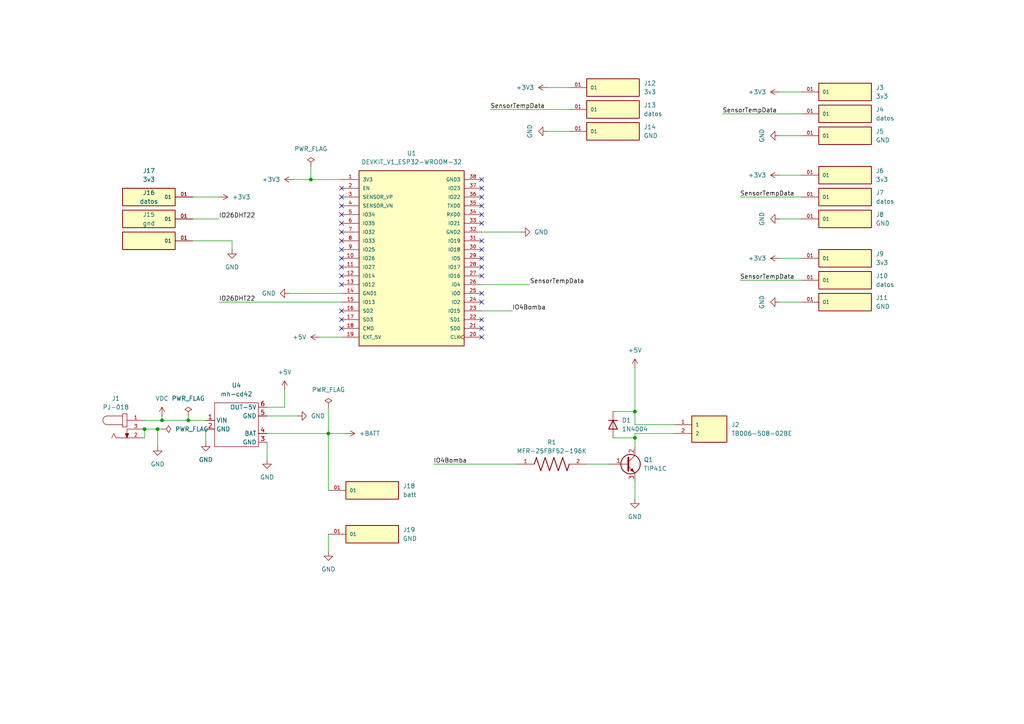
<source format=kicad_sch>
(kicad_sch
	(version 20231120)
	(generator "eeschema")
	(generator_version "8.0")
	(uuid "ed18e49f-90cd-4c61-95dc-2c188e77e0c3")
	(paper "A4")
	(lib_symbols
		(symbol "Diode:1N4004"
			(pin_numbers hide)
			(pin_names hide)
			(exclude_from_sim no)
			(in_bom yes)
			(on_board yes)
			(property "Reference" "D"
				(at 0 2.54 0)
				(effects
					(font
						(size 1.27 1.27)
					)
				)
			)
			(property "Value" "1N4004"
				(at 0 -2.54 0)
				(effects
					(font
						(size 1.27 1.27)
					)
				)
			)
			(property "Footprint" "Diode_THT:D_DO-41_SOD81_P10.16mm_Horizontal"
				(at 0 -4.445 0)
				(effects
					(font
						(size 1.27 1.27)
					)
					(hide yes)
				)
			)
			(property "Datasheet" "http://www.vishay.com/docs/88503/1n4001.pdf"
				(at 0 0 0)
				(effects
					(font
						(size 1.27 1.27)
					)
					(hide yes)
				)
			)
			(property "Description" "400V 1A General Purpose Rectifier Diode, DO-41"
				(at 0 0 0)
				(effects
					(font
						(size 1.27 1.27)
					)
					(hide yes)
				)
			)
			(property "Sim.Device" "D"
				(at 0 0 0)
				(effects
					(font
						(size 1.27 1.27)
					)
					(hide yes)
				)
			)
			(property "Sim.Pins" "1=K 2=A"
				(at 0 0 0)
				(effects
					(font
						(size 1.27 1.27)
					)
					(hide yes)
				)
			)
			(property "ki_keywords" "diode"
				(at 0 0 0)
				(effects
					(font
						(size 1.27 1.27)
					)
					(hide yes)
				)
			)
			(property "ki_fp_filters" "D*DO?41*"
				(at 0 0 0)
				(effects
					(font
						(size 1.27 1.27)
					)
					(hide yes)
				)
			)
			(symbol "1N4004_0_1"
				(polyline
					(pts
						(xy -1.27 1.27) (xy -1.27 -1.27)
					)
					(stroke
						(width 0.254)
						(type default)
					)
					(fill
						(type none)
					)
				)
				(polyline
					(pts
						(xy 1.27 0) (xy -1.27 0)
					)
					(stroke
						(width 0)
						(type default)
					)
					(fill
						(type none)
					)
				)
				(polyline
					(pts
						(xy 1.27 1.27) (xy 1.27 -1.27) (xy -1.27 0) (xy 1.27 1.27)
					)
					(stroke
						(width 0.254)
						(type default)
					)
					(fill
						(type none)
					)
				)
			)
			(symbol "1N4004_1_1"
				(pin passive line
					(at -3.81 0 0)
					(length 2.54)
					(name "K"
						(effects
							(font
								(size 1.27 1.27)
							)
						)
					)
					(number "1"
						(effects
							(font
								(size 1.27 1.27)
							)
						)
					)
				)
				(pin passive line
					(at 3.81 0 180)
					(length 2.54)
					(name "A"
						(effects
							(font
								(size 1.27 1.27)
							)
						)
					)
					(number "2"
						(effects
							(font
								(size 1.27 1.27)
							)
						)
					)
				)
			)
		)
		(symbol "Transistor_BJT:TIP41C"
			(pin_names
				(offset 0) hide)
			(exclude_from_sim no)
			(in_bom yes)
			(on_board yes)
			(property "Reference" "Q"
				(at 6.35 1.905 0)
				(effects
					(font
						(size 1.27 1.27)
					)
					(justify left)
				)
			)
			(property "Value" "TIP41C"
				(at 6.35 0 0)
				(effects
					(font
						(size 1.27 1.27)
					)
					(justify left)
				)
			)
			(property "Footprint" "Package_TO_SOT_THT:TO-220-3_Vertical"
				(at 6.35 -1.905 0)
				(effects
					(font
						(size 1.27 1.27)
						(italic yes)
					)
					(justify left)
					(hide yes)
				)
			)
			(property "Datasheet" "https://www.centralsemi.com/get_document.php?cmp=1&mergetype=pd&mergepath=pd&pdf_id=tip41.PDF"
				(at 0 0 0)
				(effects
					(font
						(size 1.27 1.27)
					)
					(justify left)
					(hide yes)
				)
			)
			(property "Description" "6A Ic, 100V Vce, Power NPN Transistor, TO-220"
				(at 0 0 0)
				(effects
					(font
						(size 1.27 1.27)
					)
					(hide yes)
				)
			)
			(property "ki_keywords" "power NPN Transistor"
				(at 0 0 0)
				(effects
					(font
						(size 1.27 1.27)
					)
					(hide yes)
				)
			)
			(property "ki_fp_filters" "TO?220*"
				(at 0 0 0)
				(effects
					(font
						(size 1.27 1.27)
					)
					(hide yes)
				)
			)
			(symbol "TIP41C_0_1"
				(polyline
					(pts
						(xy 0.635 0.635) (xy 2.54 2.54)
					)
					(stroke
						(width 0)
						(type default)
					)
					(fill
						(type none)
					)
				)
				(polyline
					(pts
						(xy 0.635 -0.635) (xy 2.54 -2.54) (xy 2.54 -2.54)
					)
					(stroke
						(width 0)
						(type default)
					)
					(fill
						(type none)
					)
				)
				(polyline
					(pts
						(xy 0.635 1.905) (xy 0.635 -1.905) (xy 0.635 -1.905)
					)
					(stroke
						(width 0.508)
						(type default)
					)
					(fill
						(type none)
					)
				)
				(polyline
					(pts
						(xy 1.27 -1.778) (xy 1.778 -1.27) (xy 2.286 -2.286) (xy 1.27 -1.778) (xy 1.27 -1.778)
					)
					(stroke
						(width 0)
						(type default)
					)
					(fill
						(type outline)
					)
				)
				(circle
					(center 1.27 0)
					(radius 2.8194)
					(stroke
						(width 0.254)
						(type default)
					)
					(fill
						(type none)
					)
				)
			)
			(symbol "TIP41C_1_1"
				(pin input line
					(at -5.08 0 0)
					(length 5.715)
					(name "B"
						(effects
							(font
								(size 1.27 1.27)
							)
						)
					)
					(number "1"
						(effects
							(font
								(size 1.27 1.27)
							)
						)
					)
				)
				(pin passive line
					(at 2.54 5.08 270)
					(length 2.54)
					(name "C"
						(effects
							(font
								(size 1.27 1.27)
							)
						)
					)
					(number "2"
						(effects
							(font
								(size 1.27 1.27)
							)
						)
					)
				)
				(pin passive line
					(at 2.54 -5.08 90)
					(length 2.54)
					(name "E"
						(effects
							(font
								(size 1.27 1.27)
							)
						)
					)
					(number "3"
						(effects
							(font
								(size 1.27 1.27)
							)
						)
					)
				)
			)
		)
		(symbol "cd42:mh-cd42"
			(exclude_from_sim no)
			(in_bom yes)
			(on_board yes)
			(property "Reference" "U"
				(at 0 7.62 0)
				(effects
					(font
						(size 1.27 1.27)
					)
				)
			)
			(property "Value" "mh-cd42"
				(at 0 -7.62 0)
				(effects
					(font
						(size 1.27 1.27)
					)
				)
			)
			(property "Footprint" ""
				(at -1.27 5.08 0)
				(effects
					(font
						(size 1.27 1.27)
					)
					(hide yes)
				)
			)
			(property "Datasheet" ""
				(at -1.27 5.08 0)
				(effects
					(font
						(size 1.27 1.27)
					)
					(hide yes)
				)
			)
			(property "Description" ""
				(at 0 0 0)
				(effects
					(font
						(size 1.27 1.27)
					)
					(hide yes)
				)
			)
			(symbol "mh-cd42_0_1"
				(rectangle
					(start -6.35 6.35)
					(end 6.35 -6.35)
					(stroke
						(width 0)
						(type default)
					)
					(fill
						(type none)
					)
				)
			)
			(symbol "mh-cd42_1_1"
				(pin power_in line
					(at -8.89 1.27 0)
					(length 2.54)
					(name "VIN"
						(effects
							(font
								(size 1.27 1.27)
							)
						)
					)
					(number "1"
						(effects
							(font
								(size 1.27 1.27)
							)
						)
					)
				)
				(pin passive line
					(at -8.89 -1.27 0)
					(length 2.54)
					(name "GND"
						(effects
							(font
								(size 1.27 1.27)
							)
						)
					)
					(number "2"
						(effects
							(font
								(size 1.27 1.27)
							)
						)
					)
				)
				(pin passive line
					(at 8.89 -5.08 180)
					(length 2.54)
					(name "GND"
						(effects
							(font
								(size 1.27 1.27)
							)
						)
					)
					(number "3"
						(effects
							(font
								(size 1.27 1.27)
							)
						)
					)
				)
				(pin passive line
					(at 8.89 -2.54 180)
					(length 2.54)
					(name "BAT"
						(effects
							(font
								(size 1.27 1.27)
							)
						)
					)
					(number "4"
						(effects
							(font
								(size 1.27 1.27)
							)
						)
					)
				)
				(pin passive line
					(at 8.89 2.54 180)
					(length 2.54)
					(name "GND"
						(effects
							(font
								(size 1.27 1.27)
							)
						)
					)
					(number "5"
						(effects
							(font
								(size 1.27 1.27)
							)
						)
					)
				)
				(pin power_out line
					(at 8.89 5.08 180)
					(length 2.54)
					(name "OUT-5V"
						(effects
							(font
								(size 1.27 1.27)
							)
						)
					)
					(number "6"
						(effects
							(font
								(size 1.27 1.27)
							)
						)
					)
				)
			)
		)
		(symbol "devkit-esp32:DEVKIT_V1_ESP32-WROOM-32"
			(pin_names
				(offset 1.016)
			)
			(exclude_from_sim no)
			(in_bom yes)
			(on_board yes)
			(property "Reference" "U"
				(at -15.2572 26.0643 0)
				(effects
					(font
						(size 1.27 1.27)
					)
					(justify left bottom)
				)
			)
			(property "Value" "DEVKIT_V1_ESP32-WROOM-32"
				(at -15.2563 -27.9698 0)
				(effects
					(font
						(size 1.27 1.27)
					)
					(justify left bottom)
				)
			)
			(property "Footprint" "DEVKIT_V1_ESP32-WROOM-32:MODULE_DEVKIT_V1_ESP32-WROOM-32"
				(at 0 0 0)
				(effects
					(font
						(size 1.27 1.27)
					)
					(justify bottom)
					(hide yes)
				)
			)
			(property "Datasheet" ""
				(at 0 0 0)
				(effects
					(font
						(size 1.27 1.27)
					)
					(hide yes)
				)
			)
			(property "Description" ""
				(at 0 0 0)
				(effects
					(font
						(size 1.27 1.27)
					)
					(hide yes)
				)
			)
			(property "MF" "Espressif Systems"
				(at 0 0 0)
				(effects
					(font
						(size 1.27 1.27)
					)
					(justify bottom)
					(hide yes)
				)
			)
			(property "Description_1" "\n                        \n                            WROOM-32 Development Board ESP32 ESP-32S WiFi Bluetooth Dev Module\n                        \n"
				(at 0 0 0)
				(effects
					(font
						(size 1.27 1.27)
					)
					(justify bottom)
					(hide yes)
				)
			)
			(property "Package" "Package"
				(at 0 0 0)
				(effects
					(font
						(size 1.27 1.27)
					)
					(justify bottom)
					(hide yes)
				)
			)
			(property "Price" "None"
				(at 0 0 0)
				(effects
					(font
						(size 1.27 1.27)
					)
					(justify bottom)
					(hide yes)
				)
			)
			(property "Check_prices" "https://www.snapeda.com/parts/DEVKIT%20V1%20ESP32-WROOM-32/Espressif+Systems/view-part/?ref=eda"
				(at 0 0 0)
				(effects
					(font
						(size 1.27 1.27)
					)
					(justify bottom)
					(hide yes)
				)
			)
			(property "STANDARD" "Manufacturer Recommendations"
				(at 0 0 0)
				(effects
					(font
						(size 1.27 1.27)
					)
					(justify bottom)
					(hide yes)
				)
			)
			(property "PARTREV" "N/A"
				(at 0 0 0)
				(effects
					(font
						(size 1.27 1.27)
					)
					(justify bottom)
					(hide yes)
				)
			)
			(property "SnapEDA_Link" "https://www.snapeda.com/parts/DEVKIT%20V1%20ESP32-WROOM-32/Espressif+Systems/view-part/?ref=snap"
				(at 0 0 0)
				(effects
					(font
						(size 1.27 1.27)
					)
					(justify bottom)
					(hide yes)
				)
			)
			(property "MP" "DEVKIT V1 ESP32-WROOM-32"
				(at 0 0 0)
				(effects
					(font
						(size 1.27 1.27)
					)
					(justify bottom)
					(hide yes)
				)
			)
			(property "Availability" "Not in stock"
				(at 0 0 0)
				(effects
					(font
						(size 1.27 1.27)
					)
					(justify bottom)
					(hide yes)
				)
			)
			(property "MANUFACTURER" "Espressif Systems"
				(at 0 0 0)
				(effects
					(font
						(size 1.27 1.27)
					)
					(justify bottom)
					(hide yes)
				)
			)
			(symbol "DEVKIT_V1_ESP32-WROOM-32_0_0"
				(rectangle
					(start -15.24 -25.4)
					(end 15.24 25.4)
					(stroke
						(width 0.254)
						(type default)
					)
					(fill
						(type background)
					)
				)
				(pin power_in line
					(at -20.32 22.86 0)
					(length 5.08)
					(name "3V3"
						(effects
							(font
								(size 1.016 1.016)
							)
						)
					)
					(number "1"
						(effects
							(font
								(size 1.016 1.016)
							)
						)
					)
				)
				(pin bidirectional line
					(at -20.32 0 0)
					(length 5.08)
					(name "IO26"
						(effects
							(font
								(size 1.016 1.016)
							)
						)
					)
					(number "10"
						(effects
							(font
								(size 1.016 1.016)
							)
						)
					)
				)
				(pin bidirectional line
					(at -20.32 -2.54 0)
					(length 5.08)
					(name "IO27"
						(effects
							(font
								(size 1.016 1.016)
							)
						)
					)
					(number "11"
						(effects
							(font
								(size 1.016 1.016)
							)
						)
					)
				)
				(pin bidirectional line
					(at -20.32 -5.08 0)
					(length 5.08)
					(name "IO14"
						(effects
							(font
								(size 1.016 1.016)
							)
						)
					)
					(number "12"
						(effects
							(font
								(size 1.016 1.016)
							)
						)
					)
				)
				(pin bidirectional line
					(at -20.32 -7.62 0)
					(length 5.08)
					(name "IO12"
						(effects
							(font
								(size 1.016 1.016)
							)
						)
					)
					(number "13"
						(effects
							(font
								(size 1.016 1.016)
							)
						)
					)
				)
				(pin power_in line
					(at -20.32 -10.16 0)
					(length 5.08)
					(name "GND1"
						(effects
							(font
								(size 1.016 1.016)
							)
						)
					)
					(number "14"
						(effects
							(font
								(size 1.016 1.016)
							)
						)
					)
				)
				(pin bidirectional line
					(at -20.32 -12.7 0)
					(length 5.08)
					(name "IO13"
						(effects
							(font
								(size 1.016 1.016)
							)
						)
					)
					(number "15"
						(effects
							(font
								(size 1.016 1.016)
							)
						)
					)
				)
				(pin bidirectional line
					(at -20.32 -15.24 0)
					(length 5.08)
					(name "SD2"
						(effects
							(font
								(size 1.016 1.016)
							)
						)
					)
					(number "16"
						(effects
							(font
								(size 1.016 1.016)
							)
						)
					)
				)
				(pin bidirectional line
					(at -20.32 -17.78 0)
					(length 5.08)
					(name "SD3"
						(effects
							(font
								(size 1.016 1.016)
							)
						)
					)
					(number "17"
						(effects
							(font
								(size 1.016 1.016)
							)
						)
					)
				)
				(pin bidirectional line
					(at -20.32 -20.32 0)
					(length 5.08)
					(name "CMD"
						(effects
							(font
								(size 1.016 1.016)
							)
						)
					)
					(number "18"
						(effects
							(font
								(size 1.016 1.016)
							)
						)
					)
				)
				(pin power_in line
					(at -20.32 -22.86 0)
					(length 5.08)
					(name "EXT_5V"
						(effects
							(font
								(size 1.016 1.016)
							)
						)
					)
					(number "19"
						(effects
							(font
								(size 1.016 1.016)
							)
						)
					)
				)
				(pin input line
					(at -20.32 20.32 0)
					(length 5.08)
					(name "EN"
						(effects
							(font
								(size 1.016 1.016)
							)
						)
					)
					(number "2"
						(effects
							(font
								(size 1.016 1.016)
							)
						)
					)
				)
				(pin input clock
					(at 20.32 -22.86 180)
					(length 5.08)
					(name "CLK"
						(effects
							(font
								(size 1.016 1.016)
							)
						)
					)
					(number "20"
						(effects
							(font
								(size 1.016 1.016)
							)
						)
					)
				)
				(pin bidirectional line
					(at 20.32 -20.32 180)
					(length 5.08)
					(name "SD0"
						(effects
							(font
								(size 1.016 1.016)
							)
						)
					)
					(number "21"
						(effects
							(font
								(size 1.016 1.016)
							)
						)
					)
				)
				(pin bidirectional line
					(at 20.32 -17.78 180)
					(length 5.08)
					(name "SD1"
						(effects
							(font
								(size 1.016 1.016)
							)
						)
					)
					(number "22"
						(effects
							(font
								(size 1.016 1.016)
							)
						)
					)
				)
				(pin bidirectional line
					(at 20.32 -15.24 180)
					(length 5.08)
					(name "IO15"
						(effects
							(font
								(size 1.016 1.016)
							)
						)
					)
					(number "23"
						(effects
							(font
								(size 1.016 1.016)
							)
						)
					)
				)
				(pin bidirectional line
					(at 20.32 -12.7 180)
					(length 5.08)
					(name "IO2"
						(effects
							(font
								(size 1.016 1.016)
							)
						)
					)
					(number "24"
						(effects
							(font
								(size 1.016 1.016)
							)
						)
					)
				)
				(pin bidirectional line
					(at 20.32 -10.16 180)
					(length 5.08)
					(name "IO0"
						(effects
							(font
								(size 1.016 1.016)
							)
						)
					)
					(number "25"
						(effects
							(font
								(size 1.016 1.016)
							)
						)
					)
				)
				(pin bidirectional line
					(at 20.32 -7.62 180)
					(length 5.08)
					(name "IO4"
						(effects
							(font
								(size 1.016 1.016)
							)
						)
					)
					(number "26"
						(effects
							(font
								(size 1.016 1.016)
							)
						)
					)
				)
				(pin bidirectional line
					(at 20.32 -5.08 180)
					(length 5.08)
					(name "IO16"
						(effects
							(font
								(size 1.016 1.016)
							)
						)
					)
					(number "27"
						(effects
							(font
								(size 1.016 1.016)
							)
						)
					)
				)
				(pin bidirectional line
					(at 20.32 -2.54 180)
					(length 5.08)
					(name "IO17"
						(effects
							(font
								(size 1.016 1.016)
							)
						)
					)
					(number "28"
						(effects
							(font
								(size 1.016 1.016)
							)
						)
					)
				)
				(pin bidirectional line
					(at 20.32 0 180)
					(length 5.08)
					(name "IO5"
						(effects
							(font
								(size 1.016 1.016)
							)
						)
					)
					(number "29"
						(effects
							(font
								(size 1.016 1.016)
							)
						)
					)
				)
				(pin input line
					(at -20.32 17.78 0)
					(length 5.08)
					(name "SENSOR_VP"
						(effects
							(font
								(size 1.016 1.016)
							)
						)
					)
					(number "3"
						(effects
							(font
								(size 1.016 1.016)
							)
						)
					)
				)
				(pin bidirectional line
					(at 20.32 2.54 180)
					(length 5.08)
					(name "IO18"
						(effects
							(font
								(size 1.016 1.016)
							)
						)
					)
					(number "30"
						(effects
							(font
								(size 1.016 1.016)
							)
						)
					)
				)
				(pin bidirectional line
					(at 20.32 5.08 180)
					(length 5.08)
					(name "IO19"
						(effects
							(font
								(size 1.016 1.016)
							)
						)
					)
					(number "31"
						(effects
							(font
								(size 1.016 1.016)
							)
						)
					)
				)
				(pin power_in line
					(at 20.32 7.62 180)
					(length 5.08)
					(name "GND2"
						(effects
							(font
								(size 1.016 1.016)
							)
						)
					)
					(number "32"
						(effects
							(font
								(size 1.016 1.016)
							)
						)
					)
				)
				(pin bidirectional line
					(at 20.32 10.16 180)
					(length 5.08)
					(name "IO21"
						(effects
							(font
								(size 1.016 1.016)
							)
						)
					)
					(number "33"
						(effects
							(font
								(size 1.016 1.016)
							)
						)
					)
				)
				(pin input line
					(at 20.32 12.7 180)
					(length 5.08)
					(name "RXD0"
						(effects
							(font
								(size 1.016 1.016)
							)
						)
					)
					(number "34"
						(effects
							(font
								(size 1.016 1.016)
							)
						)
					)
				)
				(pin output line
					(at 20.32 15.24 180)
					(length 5.08)
					(name "TXD0"
						(effects
							(font
								(size 1.016 1.016)
							)
						)
					)
					(number "35"
						(effects
							(font
								(size 1.016 1.016)
							)
						)
					)
				)
				(pin bidirectional line
					(at 20.32 17.78 180)
					(length 5.08)
					(name "IO22"
						(effects
							(font
								(size 1.016 1.016)
							)
						)
					)
					(number "36"
						(effects
							(font
								(size 1.016 1.016)
							)
						)
					)
				)
				(pin bidirectional line
					(at 20.32 20.32 180)
					(length 5.08)
					(name "IO23"
						(effects
							(font
								(size 1.016 1.016)
							)
						)
					)
					(number "37"
						(effects
							(font
								(size 1.016 1.016)
							)
						)
					)
				)
				(pin power_in line
					(at 20.32 22.86 180)
					(length 5.08)
					(name "GND3"
						(effects
							(font
								(size 1.016 1.016)
							)
						)
					)
					(number "38"
						(effects
							(font
								(size 1.016 1.016)
							)
						)
					)
				)
				(pin input line
					(at -20.32 15.24 0)
					(length 5.08)
					(name "SENSOR_VN"
						(effects
							(font
								(size 1.016 1.016)
							)
						)
					)
					(number "4"
						(effects
							(font
								(size 1.016 1.016)
							)
						)
					)
				)
				(pin bidirectional line
					(at -20.32 12.7 0)
					(length 5.08)
					(name "IO34"
						(effects
							(font
								(size 1.016 1.016)
							)
						)
					)
					(number "5"
						(effects
							(font
								(size 1.016 1.016)
							)
						)
					)
				)
				(pin bidirectional line
					(at -20.32 10.16 0)
					(length 5.08)
					(name "IO35"
						(effects
							(font
								(size 1.016 1.016)
							)
						)
					)
					(number "6"
						(effects
							(font
								(size 1.016 1.016)
							)
						)
					)
				)
				(pin bidirectional line
					(at -20.32 7.62 0)
					(length 5.08)
					(name "IO32"
						(effects
							(font
								(size 1.016 1.016)
							)
						)
					)
					(number "7"
						(effects
							(font
								(size 1.016 1.016)
							)
						)
					)
				)
				(pin bidirectional line
					(at -20.32 5.08 0)
					(length 5.08)
					(name "IO33"
						(effects
							(font
								(size 1.016 1.016)
							)
						)
					)
					(number "8"
						(effects
							(font
								(size 1.016 1.016)
							)
						)
					)
				)
				(pin bidirectional line
					(at -20.32 2.54 0)
					(length 5.08)
					(name "IO25"
						(effects
							(font
								(size 1.016 1.016)
							)
						)
					)
					(number "9"
						(effects
							(font
								(size 1.016 1.016)
							)
						)
					)
				)
			)
		)
		(symbol "jack-dcdefinitivo:PJ-018"
			(pin_names
				(offset 1.016)
			)
			(exclude_from_sim no)
			(in_bom yes)
			(on_board yes)
			(property "Reference" "J"
				(at -7.6332 5.0888 0)
				(effects
					(font
						(size 1.27 1.27)
					)
					(justify left bottom)
				)
			)
			(property "Value" "PJ-018"
				(at -7.6348 -5.0898 0)
				(effects
					(font
						(size 1.27 1.27)
					)
					(justify left bottom)
				)
			)
			(property "Footprint" "PJ-018:CUI_PJ-018"
				(at 0 0 0)
				(effects
					(font
						(size 1.27 1.27)
					)
					(justify bottom)
					(hide yes)
				)
			)
			(property "Datasheet" ""
				(at 0 0 0)
				(effects
					(font
						(size 1.27 1.27)
					)
					(hide yes)
				)
			)
			(property "Description" ""
				(at 0 0 0)
				(effects
					(font
						(size 1.27 1.27)
					)
					(hide yes)
				)
			)
			(property "MF" "Same Sky"
				(at 0 0 0)
				(effects
					(font
						(size 1.27 1.27)
					)
					(justify bottom)
					(hide yes)
				)
			)
			(property "Description_1" "\n                        \n                            1.65 x 4.2 mm, 2.0 A, Horizontal, Through Hole, Dc Power Jack Connector\n                        \n"
				(at 0 0 0)
				(effects
					(font
						(size 1.27 1.27)
					)
					(justify bottom)
					(hide yes)
				)
			)
			(property "Package" "None"
				(at 0 0 0)
				(effects
					(font
						(size 1.27 1.27)
					)
					(justify bottom)
					(hide yes)
				)
			)
			(property "Price" "None"
				(at 0 0 0)
				(effects
					(font
						(size 1.27 1.27)
					)
					(justify bottom)
					(hide yes)
				)
			)
			(property "Check_prices" "https://www.snapeda.com/parts/PJ-018/Same+Sky/view-part/?ref=eda"
				(at 0 0 0)
				(effects
					(font
						(size 1.27 1.27)
					)
					(justify bottom)
					(hide yes)
				)
			)
			(property "STANDARD" "Manufacturer recommendations"
				(at 0 0 0)
				(effects
					(font
						(size 1.27 1.27)
					)
					(justify bottom)
					(hide yes)
				)
			)
			(property "SnapEDA_Link" "https://www.snapeda.com/parts/PJ-018/Same+Sky/view-part/?ref=snap"
				(at 0 0 0)
				(effects
					(font
						(size 1.27 1.27)
					)
					(justify bottom)
					(hide yes)
				)
			)
			(property "MP" "PJ-018"
				(at 0 0 0)
				(effects
					(font
						(size 1.27 1.27)
					)
					(justify bottom)
					(hide yes)
				)
			)
			(property "Availability" "In Stock"
				(at 0 0 0)
				(effects
					(font
						(size 1.27 1.27)
					)
					(justify bottom)
					(hide yes)
				)
			)
			(property "MANUFACTURER" "CUI INC"
				(at 0 0 0)
				(effects
					(font
						(size 1.27 1.27)
					)
					(justify bottom)
					(hide yes)
				)
			)
			(symbol "PJ-018_0_0"
				(arc
					(start -5.715 3.81)
					(mid -6.9794 2.54)
					(end -5.715 1.27)
					(stroke
						(width 0.1524)
						(type default)
					)
					(fill
						(type none)
					)
				)
				(polyline
					(pts
						(xy -5.715 3.81) (xy -1.27 3.81)
					)
					(stroke
						(width 0.1524)
						(type default)
					)
					(fill
						(type none)
					)
				)
				(polyline
					(pts
						(xy -3.81 -1.27) (xy -4.445 -2.54)
					)
					(stroke
						(width 0.1524)
						(type default)
					)
					(fill
						(type none)
					)
				)
				(polyline
					(pts
						(xy -3.175 -2.54) (xy -3.81 -1.27)
					)
					(stroke
						(width 0.1524)
						(type default)
					)
					(fill
						(type none)
					)
				)
				(polyline
					(pts
						(xy -1.27 0.635) (xy 0 0.635)
					)
					(stroke
						(width 0.1524)
						(type default)
					)
					(fill
						(type none)
					)
				)
				(polyline
					(pts
						(xy -1.27 1.27) (xy -5.715 1.27)
					)
					(stroke
						(width 0.1524)
						(type default)
					)
					(fill
						(type none)
					)
				)
				(polyline
					(pts
						(xy -1.27 1.27) (xy -1.27 0.635)
					)
					(stroke
						(width 0.1524)
						(type default)
					)
					(fill
						(type none)
					)
				)
				(polyline
					(pts
						(xy -1.27 3.81) (xy -1.27 1.27)
					)
					(stroke
						(width 0.1524)
						(type default)
					)
					(fill
						(type none)
					)
				)
				(polyline
					(pts
						(xy -1.27 4.445) (xy -1.27 3.81)
					)
					(stroke
						(width 0.1524)
						(type default)
					)
					(fill
						(type none)
					)
				)
				(polyline
					(pts
						(xy 0 -2.54) (xy -3.175 -2.54)
					)
					(stroke
						(width 0.1524)
						(type default)
					)
					(fill
						(type none)
					)
				)
				(polyline
					(pts
						(xy 0 0) (xy 0 -2.54)
					)
					(stroke
						(width 0.1524)
						(type default)
					)
					(fill
						(type none)
					)
				)
				(polyline
					(pts
						(xy 0 0.635) (xy 0 4.445)
					)
					(stroke
						(width 0.1524)
						(type default)
					)
					(fill
						(type none)
					)
				)
				(polyline
					(pts
						(xy 0 4.445) (xy -1.27 4.445)
					)
					(stroke
						(width 0.1524)
						(type default)
					)
					(fill
						(type none)
					)
				)
				(polyline
					(pts
						(xy 0 -2.54) (xy -0.508 -1.27) (xy 0.508 -1.27) (xy 0 -2.54)
					)
					(stroke
						(width 0.1524)
						(type default)
					)
					(fill
						(type outline)
					)
				)
				(pin passive line
					(at 5.08 2.54 180)
					(length 5.08)
					(name "~"
						(effects
							(font
								(size 1.016 1.016)
							)
						)
					)
					(number "1"
						(effects
							(font
								(size 1.016 1.016)
							)
						)
					)
				)
				(pin passive line
					(at 5.08 -2.54 180)
					(length 5.08)
					(name "~"
						(effects
							(font
								(size 1.016 1.016)
							)
						)
					)
					(number "2"
						(effects
							(font
								(size 1.016 1.016)
							)
						)
					)
				)
				(pin passive line
					(at 5.08 0 180)
					(length 5.08)
					(name "~"
						(effects
							(font
								(size 1.016 1.016)
							)
						)
					)
					(number "3"
						(effects
							(font
								(size 1.016 1.016)
							)
						)
					)
				)
			)
		)
		(symbol "power:+3V3"
			(power)
			(pin_numbers hide)
			(pin_names
				(offset 0) hide)
			(exclude_from_sim no)
			(in_bom yes)
			(on_board yes)
			(property "Reference" "#PWR"
				(at 0 -3.81 0)
				(effects
					(font
						(size 1.27 1.27)
					)
					(hide yes)
				)
			)
			(property "Value" "+3V3"
				(at 0 3.556 0)
				(effects
					(font
						(size 1.27 1.27)
					)
				)
			)
			(property "Footprint" ""
				(at 0 0 0)
				(effects
					(font
						(size 1.27 1.27)
					)
					(hide yes)
				)
			)
			(property "Datasheet" ""
				(at 0 0 0)
				(effects
					(font
						(size 1.27 1.27)
					)
					(hide yes)
				)
			)
			(property "Description" "Power symbol creates a global label with name \"+3V3\""
				(at 0 0 0)
				(effects
					(font
						(size 1.27 1.27)
					)
					(hide yes)
				)
			)
			(property "ki_keywords" "global power"
				(at 0 0 0)
				(effects
					(font
						(size 1.27 1.27)
					)
					(hide yes)
				)
			)
			(symbol "+3V3_0_1"
				(polyline
					(pts
						(xy -0.762 1.27) (xy 0 2.54)
					)
					(stroke
						(width 0)
						(type default)
					)
					(fill
						(type none)
					)
				)
				(polyline
					(pts
						(xy 0 0) (xy 0 2.54)
					)
					(stroke
						(width 0)
						(type default)
					)
					(fill
						(type none)
					)
				)
				(polyline
					(pts
						(xy 0 2.54) (xy 0.762 1.27)
					)
					(stroke
						(width 0)
						(type default)
					)
					(fill
						(type none)
					)
				)
			)
			(symbol "+3V3_1_1"
				(pin power_in line
					(at 0 0 90)
					(length 0)
					(name "~"
						(effects
							(font
								(size 1.27 1.27)
							)
						)
					)
					(number "1"
						(effects
							(font
								(size 1.27 1.27)
							)
						)
					)
				)
			)
		)
		(symbol "power:+5V"
			(power)
			(pin_numbers hide)
			(pin_names
				(offset 0) hide)
			(exclude_from_sim no)
			(in_bom yes)
			(on_board yes)
			(property "Reference" "#PWR"
				(at 0 -3.81 0)
				(effects
					(font
						(size 1.27 1.27)
					)
					(hide yes)
				)
			)
			(property "Value" "+5V"
				(at 0 3.556 0)
				(effects
					(font
						(size 1.27 1.27)
					)
				)
			)
			(property "Footprint" ""
				(at 0 0 0)
				(effects
					(font
						(size 1.27 1.27)
					)
					(hide yes)
				)
			)
			(property "Datasheet" ""
				(at 0 0 0)
				(effects
					(font
						(size 1.27 1.27)
					)
					(hide yes)
				)
			)
			(property "Description" "Power symbol creates a global label with name \"+5V\""
				(at 0 0 0)
				(effects
					(font
						(size 1.27 1.27)
					)
					(hide yes)
				)
			)
			(property "ki_keywords" "global power"
				(at 0 0 0)
				(effects
					(font
						(size 1.27 1.27)
					)
					(hide yes)
				)
			)
			(symbol "+5V_0_1"
				(polyline
					(pts
						(xy -0.762 1.27) (xy 0 2.54)
					)
					(stroke
						(width 0)
						(type default)
					)
					(fill
						(type none)
					)
				)
				(polyline
					(pts
						(xy 0 0) (xy 0 2.54)
					)
					(stroke
						(width 0)
						(type default)
					)
					(fill
						(type none)
					)
				)
				(polyline
					(pts
						(xy 0 2.54) (xy 0.762 1.27)
					)
					(stroke
						(width 0)
						(type default)
					)
					(fill
						(type none)
					)
				)
			)
			(symbol "+5V_1_1"
				(pin power_in line
					(at 0 0 90)
					(length 0)
					(name "~"
						(effects
							(font
								(size 1.27 1.27)
							)
						)
					)
					(number "1"
						(effects
							(font
								(size 1.27 1.27)
							)
						)
					)
				)
			)
		)
		(symbol "power:+BATT"
			(power)
			(pin_numbers hide)
			(pin_names
				(offset 0) hide)
			(exclude_from_sim no)
			(in_bom yes)
			(on_board yes)
			(property "Reference" "#PWR"
				(at 0 -3.81 0)
				(effects
					(font
						(size 1.27 1.27)
					)
					(hide yes)
				)
			)
			(property "Value" "+BATT"
				(at 0 3.556 0)
				(effects
					(font
						(size 1.27 1.27)
					)
				)
			)
			(property "Footprint" ""
				(at 0 0 0)
				(effects
					(font
						(size 1.27 1.27)
					)
					(hide yes)
				)
			)
			(property "Datasheet" ""
				(at 0 0 0)
				(effects
					(font
						(size 1.27 1.27)
					)
					(hide yes)
				)
			)
			(property "Description" "Power symbol creates a global label with name \"+BATT\""
				(at 0 0 0)
				(effects
					(font
						(size 1.27 1.27)
					)
					(hide yes)
				)
			)
			(property "ki_keywords" "global power battery"
				(at 0 0 0)
				(effects
					(font
						(size 1.27 1.27)
					)
					(hide yes)
				)
			)
			(symbol "+BATT_0_1"
				(polyline
					(pts
						(xy -0.762 1.27) (xy 0 2.54)
					)
					(stroke
						(width 0)
						(type default)
					)
					(fill
						(type none)
					)
				)
				(polyline
					(pts
						(xy 0 0) (xy 0 2.54)
					)
					(stroke
						(width 0)
						(type default)
					)
					(fill
						(type none)
					)
				)
				(polyline
					(pts
						(xy 0 2.54) (xy 0.762 1.27)
					)
					(stroke
						(width 0)
						(type default)
					)
					(fill
						(type none)
					)
				)
			)
			(symbol "+BATT_1_1"
				(pin power_in line
					(at 0 0 90)
					(length 0)
					(name "~"
						(effects
							(font
								(size 1.27 1.27)
							)
						)
					)
					(number "1"
						(effects
							(font
								(size 1.27 1.27)
							)
						)
					)
				)
			)
		)
		(symbol "power:GND"
			(power)
			(pin_numbers hide)
			(pin_names
				(offset 0) hide)
			(exclude_from_sim no)
			(in_bom yes)
			(on_board yes)
			(property "Reference" "#PWR"
				(at 0 -6.35 0)
				(effects
					(font
						(size 1.27 1.27)
					)
					(hide yes)
				)
			)
			(property "Value" "GND"
				(at 0 -3.81 0)
				(effects
					(font
						(size 1.27 1.27)
					)
				)
			)
			(property "Footprint" ""
				(at 0 0 0)
				(effects
					(font
						(size 1.27 1.27)
					)
					(hide yes)
				)
			)
			(property "Datasheet" ""
				(at 0 0 0)
				(effects
					(font
						(size 1.27 1.27)
					)
					(hide yes)
				)
			)
			(property "Description" "Power symbol creates a global label with name \"GND\" , ground"
				(at 0 0 0)
				(effects
					(font
						(size 1.27 1.27)
					)
					(hide yes)
				)
			)
			(property "ki_keywords" "global power"
				(at 0 0 0)
				(effects
					(font
						(size 1.27 1.27)
					)
					(hide yes)
				)
			)
			(symbol "GND_0_1"
				(polyline
					(pts
						(xy 0 0) (xy 0 -1.27) (xy 1.27 -1.27) (xy 0 -2.54) (xy -1.27 -1.27) (xy 0 -1.27)
					)
					(stroke
						(width 0)
						(type default)
					)
					(fill
						(type none)
					)
				)
			)
			(symbol "GND_1_1"
				(pin power_in line
					(at 0 0 270)
					(length 0)
					(name "~"
						(effects
							(font
								(size 1.27 1.27)
							)
						)
					)
					(number "1"
						(effects
							(font
								(size 1.27 1.27)
							)
						)
					)
				)
			)
		)
		(symbol "power:PWR_FLAG"
			(power)
			(pin_numbers hide)
			(pin_names
				(offset 0) hide)
			(exclude_from_sim no)
			(in_bom yes)
			(on_board yes)
			(property "Reference" "#FLG"
				(at 0 1.905 0)
				(effects
					(font
						(size 1.27 1.27)
					)
					(hide yes)
				)
			)
			(property "Value" "PWR_FLAG"
				(at 0 3.81 0)
				(effects
					(font
						(size 1.27 1.27)
					)
				)
			)
			(property "Footprint" ""
				(at 0 0 0)
				(effects
					(font
						(size 1.27 1.27)
					)
					(hide yes)
				)
			)
			(property "Datasheet" "~"
				(at 0 0 0)
				(effects
					(font
						(size 1.27 1.27)
					)
					(hide yes)
				)
			)
			(property "Description" "Special symbol for telling ERC where power comes from"
				(at 0 0 0)
				(effects
					(font
						(size 1.27 1.27)
					)
					(hide yes)
				)
			)
			(property "ki_keywords" "flag power"
				(at 0 0 0)
				(effects
					(font
						(size 1.27 1.27)
					)
					(hide yes)
				)
			)
			(symbol "PWR_FLAG_0_0"
				(pin power_out line
					(at 0 0 90)
					(length 0)
					(name "~"
						(effects
							(font
								(size 1.27 1.27)
							)
						)
					)
					(number "1"
						(effects
							(font
								(size 1.27 1.27)
							)
						)
					)
				)
			)
			(symbol "PWR_FLAG_0_1"
				(polyline
					(pts
						(xy 0 0) (xy 0 1.27) (xy -1.016 1.905) (xy 0 2.54) (xy 1.016 1.905) (xy 0 1.27)
					)
					(stroke
						(width 0)
						(type default)
					)
					(fill
						(type none)
					)
				)
			)
		)
		(symbol "power:VDC"
			(power)
			(pin_numbers hide)
			(pin_names
				(offset 0) hide)
			(exclude_from_sim no)
			(in_bom yes)
			(on_board yes)
			(property "Reference" "#PWR"
				(at 0 -3.81 0)
				(effects
					(font
						(size 1.27 1.27)
					)
					(hide yes)
				)
			)
			(property "Value" "VDC"
				(at 0 3.556 0)
				(effects
					(font
						(size 1.27 1.27)
					)
				)
			)
			(property "Footprint" ""
				(at 0 0 0)
				(effects
					(font
						(size 1.27 1.27)
					)
					(hide yes)
				)
			)
			(property "Datasheet" ""
				(at 0 0 0)
				(effects
					(font
						(size 1.27 1.27)
					)
					(hide yes)
				)
			)
			(property "Description" "Power symbol creates a global label with name \"VDC\""
				(at 0 0 0)
				(effects
					(font
						(size 1.27 1.27)
					)
					(hide yes)
				)
			)
			(property "ki_keywords" "global power"
				(at 0 0 0)
				(effects
					(font
						(size 1.27 1.27)
					)
					(hide yes)
				)
			)
			(symbol "VDC_0_1"
				(polyline
					(pts
						(xy -0.762 1.27) (xy 0 2.54)
					)
					(stroke
						(width 0)
						(type default)
					)
					(fill
						(type none)
					)
				)
				(polyline
					(pts
						(xy 0 0) (xy 0 2.54)
					)
					(stroke
						(width 0)
						(type default)
					)
					(fill
						(type none)
					)
				)
				(polyline
					(pts
						(xy 0 2.54) (xy 0.762 1.27)
					)
					(stroke
						(width 0)
						(type default)
					)
					(fill
						(type none)
					)
				)
			)
			(symbol "VDC_1_1"
				(pin power_in line
					(at 0 0 90)
					(length 0)
					(name "~"
						(effects
							(font
								(size 1.27 1.27)
							)
						)
					)
					(number "1"
						(effects
							(font
								(size 1.27 1.27)
							)
						)
					)
				)
			)
		)
		(symbol "resistance:MFR-25FBF52-196K"
			(pin_names
				(offset 1.016)
			)
			(exclude_from_sim no)
			(in_bom yes)
			(on_board yes)
			(property "Reference" "R"
				(at -7.6244 2.5415 0)
				(effects
					(font
						(size 1.27 1.27)
					)
					(justify left bottom)
				)
			)
			(property "Value" "MFR-25FBF52-196K"
				(at -7.63 -5.0866 0)
				(effects
					(font
						(size 1.27 1.27)
					)
					(justify left bottom)
				)
			)
			(property "Footprint" "MFR-25FBF52-196K:RESAD1100W55L680D260"
				(at 0 0 0)
				(effects
					(font
						(size 1.27 1.27)
					)
					(justify bottom)
					(hide yes)
				)
			)
			(property "Datasheet" ""
				(at 0 0 0)
				(effects
					(font
						(size 1.27 1.27)
					)
					(hide yes)
				)
			)
			(property "Description" ""
				(at 0 0 0)
				(effects
					(font
						(size 1.27 1.27)
					)
					(hide yes)
				)
			)
			(property "MF" "Yageo"
				(at 0 0 0)
				(effects
					(font
						(size 1.27 1.27)
					)
					(justify bottom)
					(hide yes)
				)
			)
			(property "MAXIMUM_PACKAGE_HEIGHT" "2.6mm"
				(at 0 0 0)
				(effects
					(font
						(size 1.27 1.27)
					)
					(justify bottom)
					(hide yes)
				)
			)
			(property "Package" "RADIAL-2 YAGEO"
				(at 0 0 0)
				(effects
					(font
						(size 1.27 1.27)
					)
					(justify bottom)
					(hide yes)
				)
			)
			(property "Price" "None"
				(at 0 0 0)
				(effects
					(font
						(size 1.27 1.27)
					)
					(justify bottom)
					(hide yes)
				)
			)
			(property "Check_prices" "https://www.snapeda.com/parts/MFR-25FBF52-196K/Yageo/view-part/?ref=eda"
				(at 0 0 0)
				(effects
					(font
						(size 1.27 1.27)
					)
					(justify bottom)
					(hide yes)
				)
			)
			(property "STANDARD" "IPC 7351B"
				(at 0 0 0)
				(effects
					(font
						(size 1.27 1.27)
					)
					(justify bottom)
					(hide yes)
				)
			)
			(property "PARTREV" "201304"
				(at 0 0 0)
				(effects
					(font
						(size 1.27 1.27)
					)
					(justify bottom)
					(hide yes)
				)
			)
			(property "SnapEDA_Link" "https://www.snapeda.com/parts/MFR-25FBF52-196K/Yageo/view-part/?ref=snap"
				(at 0 0 0)
				(effects
					(font
						(size 1.27 1.27)
					)
					(justify bottom)
					(hide yes)
				)
			)
			(property "MP" "MFR-25FBF52-196K"
				(at 0 0 0)
				(effects
					(font
						(size 1.27 1.27)
					)
					(justify bottom)
					(hide yes)
				)
			)
			(property "Description_1" "\n                        \n                            MFR Series, Watts 1/4 1% Tolerance, 100 ppm/C TCR, Resistance 196K Bulk\n                        \n"
				(at 0 0 0)
				(effects
					(font
						(size 1.27 1.27)
					)
					(justify bottom)
					(hide yes)
				)
			)
			(property "Availability" "In Stock"
				(at 0 0 0)
				(effects
					(font
						(size 1.27 1.27)
					)
					(justify bottom)
					(hide yes)
				)
			)
			(property "MANUFACTURER" "Yageo Corporation"
				(at 0 0 0)
				(effects
					(font
						(size 1.27 1.27)
					)
					(justify bottom)
					(hide yes)
				)
			)
			(symbol "MFR-25FBF52-196K_0_0"
				(polyline
					(pts
						(xy -5.08 0) (xy -4.445 1.905)
					)
					(stroke
						(width 0.254)
						(type default)
					)
					(fill
						(type none)
					)
				)
				(polyline
					(pts
						(xy -4.445 1.905) (xy -3.175 -1.905)
					)
					(stroke
						(width 0.254)
						(type default)
					)
					(fill
						(type none)
					)
				)
				(polyline
					(pts
						(xy -3.175 -1.905) (xy -1.905 1.905)
					)
					(stroke
						(width 0.254)
						(type default)
					)
					(fill
						(type none)
					)
				)
				(polyline
					(pts
						(xy -1.905 1.905) (xy -0.635 -1.905)
					)
					(stroke
						(width 0.254)
						(type default)
					)
					(fill
						(type none)
					)
				)
				(polyline
					(pts
						(xy -0.635 -1.905) (xy 0.635 1.905)
					)
					(stroke
						(width 0.254)
						(type default)
					)
					(fill
						(type none)
					)
				)
				(polyline
					(pts
						(xy 0.635 1.905) (xy 1.905 -1.905)
					)
					(stroke
						(width 0.254)
						(type default)
					)
					(fill
						(type none)
					)
				)
				(polyline
					(pts
						(xy 1.905 -1.905) (xy 3.175 1.905)
					)
					(stroke
						(width 0.254)
						(type default)
					)
					(fill
						(type none)
					)
				)
				(polyline
					(pts
						(xy 3.175 1.905) (xy 4.445 -1.905)
					)
					(stroke
						(width 0.254)
						(type default)
					)
					(fill
						(type none)
					)
				)
				(polyline
					(pts
						(xy 4.445 -1.905) (xy 5.08 0)
					)
					(stroke
						(width 0.254)
						(type default)
					)
					(fill
						(type none)
					)
				)
				(pin passive line
					(at -10.16 0 0)
					(length 5.08)
					(name "~"
						(effects
							(font
								(size 1.016 1.016)
							)
						)
					)
					(number "1"
						(effects
							(font
								(size 1.016 1.016)
							)
						)
					)
				)
				(pin passive line
					(at 10.16 0 180)
					(length 5.08)
					(name "~"
						(effects
							(font
								(size 1.016 1.016)
							)
						)
					)
					(number "2"
						(effects
							(font
								(size 1.016 1.016)
							)
						)
					)
				)
			)
		)
		(symbol "screw-terminal:TB006-508-02BE"
			(pin_names
				(offset 1.016)
			)
			(exclude_from_sim no)
			(in_bom yes)
			(on_board yes)
			(property "Reference" "J"
				(at -5.58 5.08 0)
				(effects
					(font
						(size 1.27 1.27)
					)
					(justify left bottom)
				)
			)
			(property "Value" "TB006-508-02BE"
				(at -5.08 -5.08 0)
				(effects
					(font
						(size 1.27 1.27)
					)
					(justify left bottom)
				)
			)
			(property "Footprint" "TB006-508-02BE:CUI_TB006-508-02BE"
				(at 0 0 0)
				(effects
					(font
						(size 1.27 1.27)
					)
					(justify bottom)
					(hide yes)
				)
			)
			(property "Datasheet" ""
				(at 0 0 0)
				(effects
					(font
						(size 1.27 1.27)
					)
					(hide yes)
				)
			)
			(property "Description" ""
				(at 0 0 0)
				(effects
					(font
						(size 1.27 1.27)
					)
					(hide yes)
				)
			)
			(property "MF" "Same Sky"
				(at 0 0 0)
				(effects
					(font
						(size 1.27 1.27)
					)
					(justify bottom)
					(hide yes)
				)
			)
			(property "Description_1" "\n                        \n                            2~24 Poles, Screw Type, Horizontal, 5.08 Pitch, 26~14 (AWG), Terminal Block Connector\n                        \n"
				(at 0 0 0)
				(effects
					(font
						(size 1.27 1.27)
					)
					(justify bottom)
					(hide yes)
				)
			)
			(property "Package" "None"
				(at 0 0 0)
				(effects
					(font
						(size 1.27 1.27)
					)
					(justify bottom)
					(hide yes)
				)
			)
			(property "Price" "None"
				(at 0 0 0)
				(effects
					(font
						(size 1.27 1.27)
					)
					(justify bottom)
					(hide yes)
				)
			)
			(property "Check_prices" "https://www.snapeda.com/parts/TB006-508-02BE/Same+Sky/view-part/?ref=eda"
				(at 0 0 0)
				(effects
					(font
						(size 1.27 1.27)
					)
					(justify bottom)
					(hide yes)
				)
			)
			(property "STANDARD" "Manufacturer Recommendations"
				(at 0 0 0)
				(effects
					(font
						(size 1.27 1.27)
					)
					(justify bottom)
					(hide yes)
				)
			)
			(property "SnapEDA_Link" "https://www.snapeda.com/parts/TB006-508-02BE/Same+Sky/view-part/?ref=snap"
				(at 0 0 0)
				(effects
					(font
						(size 1.27 1.27)
					)
					(justify bottom)
					(hide yes)
				)
			)
			(property "MP" "TB006-508-02BE"
				(at 0 0 0)
				(effects
					(font
						(size 1.27 1.27)
					)
					(justify bottom)
					(hide yes)
				)
			)
			(property "Availability" "In Stock"
				(at 0 0 0)
				(effects
					(font
						(size 1.27 1.27)
					)
					(justify bottom)
					(hide yes)
				)
			)
			(property "MANUFACTURER" "CUI"
				(at 0 0 0)
				(effects
					(font
						(size 1.27 1.27)
					)
					(justify bottom)
					(hide yes)
				)
			)
			(symbol "TB006-508-02BE_0_0"
				(rectangle
					(start -5.08 -2.54)
					(end 5.08 5.08)
					(stroke
						(width 0.254)
						(type default)
					)
					(fill
						(type background)
					)
				)
				(pin passive line
					(at -10.16 2.54 0)
					(length 5.08)
					(name "1"
						(effects
							(font
								(size 1.016 1.016)
							)
						)
					)
					(number "1"
						(effects
							(font
								(size 1.016 1.016)
							)
						)
					)
				)
				(pin passive line
					(at -10.16 0 0)
					(length 5.08)
					(name "2"
						(effects
							(font
								(size 1.016 1.016)
							)
						)
					)
					(number "2"
						(effects
							(font
								(size 1.016 1.016)
							)
						)
					)
				)
			)
		)
		(symbol "socket:ESW-101-44-L-S"
			(pin_names
				(offset 1.016)
			)
			(exclude_from_sim no)
			(in_bom yes)
			(on_board yes)
			(property "Reference" "J"
				(at -8.12 2.54 0)
				(effects
					(font
						(size 1.27 1.27)
					)
					(justify left bottom)
				)
			)
			(property "Value" "ESW-101-44-L-S"
				(at -7.62 -5.08 0)
				(effects
					(font
						(size 1.27 1.27)
					)
					(justify left bottom)
				)
			)
			(property "Footprint" "ESW-101-44-L-S:SAMTEC_ESW-101-44-L-S"
				(at 0 0 0)
				(effects
					(font
						(size 1.27 1.27)
					)
					(justify bottom)
					(hide yes)
				)
			)
			(property "Datasheet" ""
				(at 0 0 0)
				(effects
					(font
						(size 1.27 1.27)
					)
					(hide yes)
				)
			)
			(property "Description" ""
				(at 0 0 0)
				(effects
					(font
						(size 1.27 1.27)
					)
					(hide yes)
				)
			)
			(property "MF" "Samtec"
				(at 0 0 0)
				(effects
					(font
						(size 1.27 1.27)
					)
					(justify bottom)
					(hide yes)
				)
			)
			(property "Description_1" "\n                        \n                            CONN SOCKET 1POS GOLD PCB\n                        \n"
				(at 0 0 0)
				(effects
					(font
						(size 1.27 1.27)
					)
					(justify bottom)
					(hide yes)
				)
			)
			(property "Package" "None"
				(at 0 0 0)
				(effects
					(font
						(size 1.27 1.27)
					)
					(justify bottom)
					(hide yes)
				)
			)
			(property "Price" "None"
				(at 0 0 0)
				(effects
					(font
						(size 1.27 1.27)
					)
					(justify bottom)
					(hide yes)
				)
			)
			(property "Check_prices" "https://www.snapeda.com/parts/ESW-101-44-L-S/Samtec/view-part/?ref=eda"
				(at 0 0 0)
				(effects
					(font
						(size 1.27 1.27)
					)
					(justify bottom)
					(hide yes)
				)
			)
			(property "STANDARD" "Manufacturer Recommendations"
				(at 0 0 0)
				(effects
					(font
						(size 1.27 1.27)
					)
					(justify bottom)
					(hide yes)
				)
			)
			(property "PARTREV" "R"
				(at 0 0 0)
				(effects
					(font
						(size 1.27 1.27)
					)
					(justify bottom)
					(hide yes)
				)
			)
			(property "SnapEDA_Link" "https://www.snapeda.com/parts/ESW-101-44-L-S/Samtec/view-part/?ref=snap"
				(at 0 0 0)
				(effects
					(font
						(size 1.27 1.27)
					)
					(justify bottom)
					(hide yes)
				)
			)
			(property "MP" "ESW-101-44-L-S"
				(at 0 0 0)
				(effects
					(font
						(size 1.27 1.27)
					)
					(justify bottom)
					(hide yes)
				)
			)
			(property "Availability" "In Stock"
				(at 0 0 0)
				(effects
					(font
						(size 1.27 1.27)
					)
					(justify bottom)
					(hide yes)
				)
			)
			(property "MANUFACTURER" "Samtec"
				(at 0 0 0)
				(effects
					(font
						(size 1.27 1.27)
					)
					(justify bottom)
					(hide yes)
				)
			)
			(symbol "ESW-101-44-L-S_0_0"
				(rectangle
					(start -7.62 -2.54)
					(end 7.62 2.54)
					(stroke
						(width 0.254)
						(type default)
					)
					(fill
						(type background)
					)
				)
				(pin passive line
					(at -12.7 0 0)
					(length 5.08)
					(name "01"
						(effects
							(font
								(size 1.016 1.016)
							)
						)
					)
					(number "01"
						(effects
							(font
								(size 1.016 1.016)
							)
						)
					)
				)
			)
		)
	)
	(junction
		(at 54.61 121.92)
		(diameter 0)
		(color 0 0 0 0)
		(uuid "020cc841-0396-4419-8cce-3858c07170b3")
	)
	(junction
		(at 90.17 52.07)
		(diameter 0)
		(color 0 0 0 0)
		(uuid "0248e239-1e8a-467b-9642-d93456d5f5e9")
	)
	(junction
		(at 45.72 124.46)
		(diameter 0)
		(color 0 0 0 0)
		(uuid "06fec6a6-e373-4626-a900-4c98ed5a49ad")
	)
	(junction
		(at 41.91 124.46)
		(diameter 0)
		(color 0 0 0 0)
		(uuid "4c98ec14-dc20-43c7-a548-02d652d13106")
	)
	(junction
		(at 95.25 125.73)
		(diameter 0)
		(color 0 0 0 0)
		(uuid "69e695a0-dbac-4c4c-b7cc-0e3fad2a668a")
	)
	(junction
		(at 184.15 127)
		(diameter 0)
		(color 0 0 0 0)
		(uuid "6f6afbbe-739a-4b86-9dc4-6bff576232d7")
	)
	(junction
		(at 184.15 119.38)
		(diameter 0)
		(color 0 0 0 0)
		(uuid "7f84efdf-2150-4ce3-a988-a0e39d36cc24")
	)
	(junction
		(at 46.99 121.92)
		(diameter 0)
		(color 0 0 0 0)
		(uuid "af891d04-dd2f-499e-92c2-4ccb968a0c3f")
	)
	(no_connect
		(at 139.7 69.85)
		(uuid "03e983a9-1ac4-4da2-9650-791466e600fb")
	)
	(no_connect
		(at 139.7 97.79)
		(uuid "0612534f-d387-4419-afe3-01871ee249fc")
	)
	(no_connect
		(at 139.7 92.71)
		(uuid "0f731a05-b8b7-4619-ad02-0979d018267a")
	)
	(no_connect
		(at 139.7 72.39)
		(uuid "0faed86e-1b7e-4cc5-8d8e-1d6fe39fc12d")
	)
	(no_connect
		(at 99.06 59.69)
		(uuid "108d96a1-5b97-4a1f-aed9-3ca432f94e27")
	)
	(no_connect
		(at 139.7 52.07)
		(uuid "2062a25e-686d-419b-936f-5adb0aa5e845")
	)
	(no_connect
		(at 139.7 57.15)
		(uuid "2618e914-23a8-424a-9667-11db741233a9")
	)
	(no_connect
		(at 99.06 69.85)
		(uuid "3f952c67-3e1e-45fc-8c51-d19f028a9437")
	)
	(no_connect
		(at 139.7 74.93)
		(uuid "40bbca57-93d4-4b10-9240-a5a9b7d4b848")
	)
	(no_connect
		(at 139.7 80.01)
		(uuid "46f7760e-fb22-4e43-bb2a-9eaffea4a5bd")
	)
	(no_connect
		(at 99.06 62.23)
		(uuid "69e12853-88dd-4971-81c4-fe0f5dcdfc3f")
	)
	(no_connect
		(at 99.06 80.01)
		(uuid "6efe204b-7f54-41ff-af2e-132ec52d466e")
	)
	(no_connect
		(at 99.06 74.93)
		(uuid "71a6e637-2d76-4216-a049-82ca39c9140d")
	)
	(no_connect
		(at 99.06 64.77)
		(uuid "79869e23-c6e3-43a5-8107-f332950b8e03")
	)
	(no_connect
		(at 99.06 95.25)
		(uuid "7e67b987-6583-42c7-b91a-30259a28e4f5")
	)
	(no_connect
		(at 139.7 95.25)
		(uuid "7ee97ce1-99bc-49dc-b56e-85ca580096a3")
	)
	(no_connect
		(at 139.7 54.61)
		(uuid "81e7b624-02eb-4805-9018-0abd1896d247")
	)
	(no_connect
		(at 99.06 92.71)
		(uuid "833128d7-448e-45e9-a3d4-78d467d423c9")
	)
	(no_connect
		(at 99.06 72.39)
		(uuid "8e850daf-34a3-42a8-974c-9dc3c65dedbe")
	)
	(no_connect
		(at 99.06 82.55)
		(uuid "8f81de1f-5995-4ddf-b156-15e994fba99d")
	)
	(no_connect
		(at 99.06 57.15)
		(uuid "90142959-f480-4a5b-bd2c-2a77a58745f5")
	)
	(no_connect
		(at 139.7 85.09)
		(uuid "90b27c12-6003-4085-8066-d22b96bf5c1a")
	)
	(no_connect
		(at 139.7 64.77)
		(uuid "928643e0-7178-492e-b7b5-3c50702bf890")
	)
	(no_connect
		(at 99.06 54.61)
		(uuid "a519471c-2610-4787-bc33-6d3d24786e8d")
	)
	(no_connect
		(at 139.7 87.63)
		(uuid "b267ffdd-53e4-4026-a8ce-d7b95249df95")
	)
	(no_connect
		(at 99.06 77.47)
		(uuid "baadc647-1eed-457c-bd6b-05abf55f55d2")
	)
	(no_connect
		(at 139.7 59.69)
		(uuid "c7752973-5cb6-460b-83ed-d722499f6230")
	)
	(no_connect
		(at 99.06 67.31)
		(uuid "d3b4975f-c985-4860-a5d2-66a7b2be6080")
	)
	(no_connect
		(at 139.7 77.47)
		(uuid "e119b8bf-6e04-431b-8642-3d58b99c36ed")
	)
	(no_connect
		(at 139.7 62.23)
		(uuid "ea3891cb-7637-4e09-a1ca-96393a34f433")
	)
	(no_connect
		(at 99.06 90.17)
		(uuid "f996da17-707b-4697-8a1b-4c38f7ddcbee")
	)
	(wire
		(pts
			(xy 232.41 39.37) (xy 226.06 39.37)
		)
		(stroke
			(width 0)
			(type default)
		)
		(uuid "00a11316-17db-4678-b064-0118158411f2")
	)
	(wire
		(pts
			(xy 95.25 118.11) (xy 95.25 125.73)
		)
		(stroke
			(width 0)
			(type default)
		)
		(uuid "02fee9c9-a078-4249-9e7f-b99d3d93c095")
	)
	(wire
		(pts
			(xy 85.09 52.07) (xy 90.17 52.07)
		)
		(stroke
			(width 0)
			(type default)
		)
		(uuid "07c03e60-9d97-42ce-b8be-2ceea749b190")
	)
	(wire
		(pts
			(xy 184.15 127) (xy 184.15 125.73)
		)
		(stroke
			(width 0)
			(type default)
		)
		(uuid "0b0cc5b4-dbe8-4807-a12c-649fe5d84d2d")
	)
	(wire
		(pts
			(xy 214.63 81.28) (xy 232.41 81.28)
		)
		(stroke
			(width 0)
			(type default)
		)
		(uuid "0bfcb864-ff7a-4493-8a57-4baeda07c9d4")
	)
	(wire
		(pts
			(xy 41.91 124.46) (xy 45.72 124.46)
		)
		(stroke
			(width 0)
			(type default)
		)
		(uuid "0ed95dc4-0ee0-4d27-962c-94ffcf34bb1d")
	)
	(wire
		(pts
			(xy 54.61 121.92) (xy 59.69 121.92)
		)
		(stroke
			(width 0)
			(type default)
		)
		(uuid "1d3e7af0-c9b2-4f02-84c9-7d252cd9a428")
	)
	(wire
		(pts
			(xy 92.71 97.79) (xy 99.06 97.79)
		)
		(stroke
			(width 0)
			(type default)
		)
		(uuid "2153779a-5b82-4141-8804-6401ca633225")
	)
	(wire
		(pts
			(xy 232.41 63.5) (xy 226.06 63.5)
		)
		(stroke
			(width 0)
			(type default)
		)
		(uuid "2165646d-0aba-4a0b-92f5-b993cae74cae")
	)
	(wire
		(pts
			(xy 95.25 154.94) (xy 95.25 160.02)
		)
		(stroke
			(width 0)
			(type default)
		)
		(uuid "22df58af-a41d-49e9-bc1f-872fad892704")
	)
	(wire
		(pts
			(xy 232.41 87.63) (xy 226.06 87.63)
		)
		(stroke
			(width 0)
			(type default)
		)
		(uuid "296dce89-38df-475e-984a-eb7ba37046bf")
	)
	(wire
		(pts
			(xy 77.47 128.27) (xy 77.47 133.35)
		)
		(stroke
			(width 0)
			(type default)
		)
		(uuid "30ee1620-37c5-4cd3-b791-ed0bbeda451a")
	)
	(wire
		(pts
			(xy 54.61 120.65) (xy 54.61 121.92)
		)
		(stroke
			(width 0)
			(type default)
		)
		(uuid "31e66357-6bac-4cb5-bab3-dfe5ff23342a")
	)
	(wire
		(pts
			(xy 67.31 72.39) (xy 67.31 69.85)
		)
		(stroke
			(width 0)
			(type default)
		)
		(uuid "322d6633-b973-441c-8718-1a76d484b0e3")
	)
	(wire
		(pts
			(xy 77.47 125.73) (xy 95.25 125.73)
		)
		(stroke
			(width 0)
			(type default)
		)
		(uuid "32fd89f4-c347-4d5b-9dd5-36f0a5b5a85a")
	)
	(wire
		(pts
			(xy 83.82 85.09) (xy 99.06 85.09)
		)
		(stroke
			(width 0)
			(type default)
		)
		(uuid "363c6bbe-4032-4525-93d8-e6073acc0aa8")
	)
	(wire
		(pts
			(xy 139.7 67.31) (xy 151.13 67.31)
		)
		(stroke
			(width 0)
			(type default)
		)
		(uuid "3eb89fc1-ac36-4c04-8d49-3a8c59b0fff3")
	)
	(wire
		(pts
			(xy 90.17 48.26) (xy 90.17 52.07)
		)
		(stroke
			(width 0)
			(type default)
		)
		(uuid "46e90b96-50f1-4851-84f2-e9ab3036f8ce")
	)
	(wire
		(pts
			(xy 55.88 57.15) (xy 63.5 57.15)
		)
		(stroke
			(width 0)
			(type default)
		)
		(uuid "48325ae9-0d20-46f7-9f6c-238d44719e03")
	)
	(wire
		(pts
			(xy 95.25 125.73) (xy 100.33 125.73)
		)
		(stroke
			(width 0)
			(type default)
		)
		(uuid "5d60af4a-3232-4b02-a6c1-5007f1b860b1")
	)
	(wire
		(pts
			(xy 226.06 50.8) (xy 232.41 50.8)
		)
		(stroke
			(width 0)
			(type default)
		)
		(uuid "6833ffe7-6a5c-4193-98eb-64c5160cdd99")
	)
	(wire
		(pts
			(xy 95.25 142.24) (xy 95.25 125.73)
		)
		(stroke
			(width 0)
			(type default)
		)
		(uuid "6c6545a5-e180-4e23-b499-8a76f209a21a")
	)
	(wire
		(pts
			(xy 90.17 52.07) (xy 99.06 52.07)
		)
		(stroke
			(width 0)
			(type default)
		)
		(uuid "6d8b802c-6d0b-487a-8713-ed4186ab9f5c")
	)
	(wire
		(pts
			(xy 184.15 123.19) (xy 184.15 119.38)
		)
		(stroke
			(width 0)
			(type default)
		)
		(uuid "6ea3ee2d-0422-4a57-8a9b-46168dfd16cb")
	)
	(wire
		(pts
			(xy 45.72 124.46) (xy 45.72 129.54)
		)
		(stroke
			(width 0)
			(type default)
		)
		(uuid "70f55969-9e63-47c3-941f-6e447360c163")
	)
	(wire
		(pts
			(xy 139.7 90.17) (xy 148.59 90.17)
		)
		(stroke
			(width 0)
			(type default)
		)
		(uuid "71fc6971-6ab9-4702-b2aa-21ee16779b98")
	)
	(wire
		(pts
			(xy 142.24 31.75) (xy 165.1 31.75)
		)
		(stroke
			(width 0)
			(type default)
		)
		(uuid "7a142695-95da-4827-8cc9-8af9f69837a0")
	)
	(wire
		(pts
			(xy 67.31 69.85) (xy 55.88 69.85)
		)
		(stroke
			(width 0)
			(type default)
		)
		(uuid "7b19dfed-21c4-4bfc-a446-fcef1fd51559")
	)
	(wire
		(pts
			(xy 41.91 121.92) (xy 46.99 121.92)
		)
		(stroke
			(width 0)
			(type default)
		)
		(uuid "7ceceb96-291c-4e32-ab85-9aeada49a1ed")
	)
	(wire
		(pts
			(xy 125.73 134.62) (xy 149.86 134.62)
		)
		(stroke
			(width 0)
			(type default)
		)
		(uuid "8a6aebb1-2730-468a-a437-bc942a621127")
	)
	(wire
		(pts
			(xy 184.15 125.73) (xy 195.58 125.73)
		)
		(stroke
			(width 0)
			(type default)
		)
		(uuid "9ffb9370-8cbd-4a87-95f1-e90a79a1bd27")
	)
	(wire
		(pts
			(xy 46.99 120.65) (xy 46.99 121.92)
		)
		(stroke
			(width 0)
			(type default)
		)
		(uuid "a0e2efa5-cbf8-469e-8b04-61138617aee1")
	)
	(wire
		(pts
			(xy 77.47 118.11) (xy 82.55 118.11)
		)
		(stroke
			(width 0)
			(type default)
		)
		(uuid "a25505bb-2028-4b07-8c29-d16c383bb30a")
	)
	(wire
		(pts
			(xy 177.8 127) (xy 184.15 127)
		)
		(stroke
			(width 0)
			(type default)
		)
		(uuid "a833d829-8dde-44d0-bfb8-3a144e5fa428")
	)
	(wire
		(pts
			(xy 170.18 134.62) (xy 176.53 134.62)
		)
		(stroke
			(width 0)
			(type default)
		)
		(uuid "a95ecd1c-5ffa-4d1e-9c98-a0381f7d67d8")
	)
	(wire
		(pts
			(xy 82.55 118.11) (xy 82.55 113.03)
		)
		(stroke
			(width 0)
			(type default)
		)
		(uuid "a9fb6854-fcad-485a-92f9-58ec36f18a9e")
	)
	(wire
		(pts
			(xy 45.72 124.46) (xy 46.99 124.46)
		)
		(stroke
			(width 0)
			(type default)
		)
		(uuid "b6986446-0b5d-4a44-b7c3-674efc85af6f")
	)
	(wire
		(pts
			(xy 184.15 106.68) (xy 184.15 119.38)
		)
		(stroke
			(width 0)
			(type default)
		)
		(uuid "be2fc84b-9448-4ee2-99da-9d735f9d4415")
	)
	(wire
		(pts
			(xy 226.06 74.93) (xy 232.41 74.93)
		)
		(stroke
			(width 0)
			(type default)
		)
		(uuid "c4f369b8-a512-4d3d-819c-adbf2673f1be")
	)
	(wire
		(pts
			(xy 63.5 87.63) (xy 99.06 87.63)
		)
		(stroke
			(width 0)
			(type default)
		)
		(uuid "c65b710c-fcab-4ae8-8b4b-d4e32ede75f6")
	)
	(wire
		(pts
			(xy 139.7 82.55) (xy 153.67 82.55)
		)
		(stroke
			(width 0)
			(type default)
		)
		(uuid "ca43ad46-0eea-4241-954c-6ba1553afbaf")
	)
	(wire
		(pts
			(xy 46.99 121.92) (xy 54.61 121.92)
		)
		(stroke
			(width 0)
			(type default)
		)
		(uuid "d4a47007-9ed1-4e7f-a2ba-178706a52c3c")
	)
	(wire
		(pts
			(xy 177.8 119.38) (xy 184.15 119.38)
		)
		(stroke
			(width 0)
			(type default)
		)
		(uuid "d69adf4c-3f4f-410c-9bfa-87e538f48b14")
	)
	(wire
		(pts
			(xy 158.75 25.4) (xy 165.1 25.4)
		)
		(stroke
			(width 0)
			(type default)
		)
		(uuid "d6e0c7b2-4f5a-4867-9544-2c2c7b3a4226")
	)
	(wire
		(pts
			(xy 184.15 129.54) (xy 184.15 127)
		)
		(stroke
			(width 0)
			(type default)
		)
		(uuid "e09bca1a-41bd-4457-bb29-cb3b2d954d46")
	)
	(wire
		(pts
			(xy 226.06 26.67) (xy 232.41 26.67)
		)
		(stroke
			(width 0)
			(type default)
		)
		(uuid "e1a964cc-8d55-49d7-80f5-e3f907ce85f1")
	)
	(wire
		(pts
			(xy 77.47 120.65) (xy 86.36 120.65)
		)
		(stroke
			(width 0)
			(type default)
		)
		(uuid "e5034c23-653c-4ce3-9043-a16881769c29")
	)
	(wire
		(pts
			(xy 41.91 124.46) (xy 41.91 127)
		)
		(stroke
			(width 0)
			(type default)
		)
		(uuid "e6605adf-8ba3-4565-86e7-8ebd0852fd01")
	)
	(wire
		(pts
			(xy 195.58 123.19) (xy 184.15 123.19)
		)
		(stroke
			(width 0)
			(type default)
		)
		(uuid "e713b6f7-b72f-465f-a736-76d835739390")
	)
	(wire
		(pts
			(xy 59.69 124.46) (xy 59.69 128.27)
		)
		(stroke
			(width 0)
			(type default)
		)
		(uuid "e806a132-ff32-4ac3-9bb2-b2e8eacd06c9")
	)
	(wire
		(pts
			(xy 209.55 33.02) (xy 232.41 33.02)
		)
		(stroke
			(width 0)
			(type default)
		)
		(uuid "ed6b1d60-c52a-4858-96bd-e5fd2a5993f7")
	)
	(wire
		(pts
			(xy 214.63 57.15) (xy 232.41 57.15)
		)
		(stroke
			(width 0)
			(type default)
		)
		(uuid "f07adc74-5005-42a0-83d1-3008bc82db52")
	)
	(wire
		(pts
			(xy 55.88 63.5) (xy 63.5 63.5)
		)
		(stroke
			(width 0)
			(type default)
		)
		(uuid "f80cb044-e3b0-45fc-a522-89a7f593b629")
	)
	(wire
		(pts
			(xy 184.15 139.7) (xy 184.15 144.78)
		)
		(stroke
			(width 0)
			(type default)
		)
		(uuid "f9c5d10a-a88f-4654-9d47-e820553440f8")
	)
	(wire
		(pts
			(xy 165.1 38.1) (xy 158.75 38.1)
		)
		(stroke
			(width 0)
			(type default)
		)
		(uuid "fb271cae-8036-4a3d-ab09-ad2565276314")
	)
	(label "SensorTempData"
		(at 153.67 82.55 0)
		(effects
			(font
				(size 1.27 1.27)
			)
			(justify left bottom)
		)
		(uuid "1fc57ac6-ba26-47a0-998f-648900bd07ab")
	)
	(label "SensorTempData"
		(at 214.63 57.15 0)
		(effects
			(font
				(size 1.27 1.27)
			)
			(justify left bottom)
		)
		(uuid "309a061a-3bf9-4dcc-b2d5-8e6e553593e8")
	)
	(label "IO4Bomba"
		(at 148.59 90.17 0)
		(effects
			(font
				(size 1.27 1.27)
			)
			(justify left bottom)
		)
		(uuid "84696f30-fba3-4300-a090-bb3f1a34f857")
	)
	(label "SensorTempData"
		(at 142.24 31.75 0)
		(effects
			(font
				(size 1.27 1.27)
			)
			(justify left bottom)
		)
		(uuid "a816f228-d9df-4409-902d-7829a280d5c2")
	)
	(label "SensorTempData"
		(at 214.63 81.28 0)
		(effects
			(font
				(size 1.27 1.27)
			)
			(justify left bottom)
		)
		(uuid "a9a89f9d-2b85-4c03-af4b-312ad232c22e")
	)
	(label "SensorTempData"
		(at 209.55 33.02 0)
		(effects
			(font
				(size 1.27 1.27)
			)
			(justify left bottom)
		)
		(uuid "abe7ab27-7512-4899-85d4-05d4edecd54e")
	)
	(label "IO4Bomba"
		(at 125.73 134.62 0)
		(effects
			(font
				(size 1.27 1.27)
			)
			(justify left bottom)
		)
		(uuid "b6bc24f4-70f1-41e8-a295-fa2d3331ecad")
	)
	(label "IO26DHT22"
		(at 63.5 87.63 0)
		(effects
			(font
				(size 1.27 1.27)
			)
			(justify left bottom)
		)
		(uuid "d316b2d9-0666-4221-a724-ccf71595376a")
	)
	(label "IO26DHT22"
		(at 63.5 63.5 0)
		(effects
			(font
				(size 1.27 1.27)
			)
			(justify left bottom)
		)
		(uuid "d48cdc5b-e297-4bdf-85e4-c2360e4157af")
	)
	(symbol
		(lib_id "socket:ESW-101-44-L-S")
		(at 245.11 33.02 0)
		(unit 1)
		(exclude_from_sim no)
		(in_bom yes)
		(on_board yes)
		(dnp no)
		(fields_autoplaced yes)
		(uuid "03cb1603-f7e3-4dc6-9709-a79a525c4aba")
		(property "Reference" "J4"
			(at 254 31.7499 0)
			(effects
				(font
					(size 1.27 1.27)
				)
				(justify left)
			)
		)
		(property "Value" "datos"
			(at 254 34.2899 0)
			(effects
				(font
					(size 1.27 1.27)
				)
				(justify left)
			)
		)
		(property "Footprint" "socket:SAMTEC_ESW-101-44-L-S"
			(at 245.11 33.02 0)
			(effects
				(font
					(size 1.27 1.27)
				)
				(justify bottom)
				(hide yes)
			)
		)
		(property "Datasheet" ""
			(at 245.11 33.02 0)
			(effects
				(font
					(size 1.27 1.27)
				)
				(hide yes)
			)
		)
		(property "Description" ""
			(at 245.11 33.02 0)
			(effects
				(font
					(size 1.27 1.27)
				)
				(hide yes)
			)
		)
		(property "MF" "Samtec"
			(at 245.11 33.02 0)
			(effects
				(font
					(size 1.27 1.27)
				)
				(justify bottom)
				(hide yes)
			)
		)
		(property "Description_1" "\n                        \n                            CONN SOCKET 1POS GOLD PCB\n                        \n"
			(at 245.11 33.02 0)
			(effects
				(font
					(size 1.27 1.27)
				)
				(justify bottom)
				(hide yes)
			)
		)
		(property "Package" "None"
			(at 245.11 33.02 0)
			(effects
				(font
					(size 1.27 1.27)
				)
				(justify bottom)
				(hide yes)
			)
		)
		(property "Price" "None"
			(at 245.11 33.02 0)
			(effects
				(font
					(size 1.27 1.27)
				)
				(justify bottom)
				(hide yes)
			)
		)
		(property "Check_prices" "https://www.snapeda.com/parts/ESW-101-44-L-S/Samtec/view-part/?ref=eda"
			(at 245.11 33.02 0)
			(effects
				(font
					(size 1.27 1.27)
				)
				(justify bottom)
				(hide yes)
			)
		)
		(property "STANDARD" "Manufacturer Recommendations"
			(at 245.11 33.02 0)
			(effects
				(font
					(size 1.27 1.27)
				)
				(justify bottom)
				(hide yes)
			)
		)
		(property "PARTREV" "R"
			(at 245.11 33.02 0)
			(effects
				(font
					(size 1.27 1.27)
				)
				(justify bottom)
				(hide yes)
			)
		)
		(property "SnapEDA_Link" "https://www.snapeda.com/parts/ESW-101-44-L-S/Samtec/view-part/?ref=snap"
			(at 245.11 33.02 0)
			(effects
				(font
					(size 1.27 1.27)
				)
				(justify bottom)
				(hide yes)
			)
		)
		(property "MP" "ESW-101-44-L-S"
			(at 245.11 33.02 0)
			(effects
				(font
					(size 1.27 1.27)
				)
				(justify bottom)
				(hide yes)
			)
		)
		(property "Availability" "In Stock"
			(at 245.11 33.02 0)
			(effects
				(font
					(size 1.27 1.27)
				)
				(justify bottom)
				(hide yes)
			)
		)
		(property "MANUFACTURER" "Samtec"
			(at 245.11 33.02 0)
			(effects
				(font
					(size 1.27 1.27)
				)
				(justify bottom)
				(hide yes)
			)
		)
		(pin "01"
			(uuid "6b3940bd-2204-4bed-b40e-bb97cc2c0c43")
		)
		(instances
			(project "PCBboya"
				(path "/ed18e49f-90cd-4c61-95dc-2c188e77e0c3"
					(reference "J4")
					(unit 1)
				)
			)
		)
	)
	(symbol
		(lib_id "Transistor_BJT:TIP41C")
		(at 181.61 134.62 0)
		(unit 1)
		(exclude_from_sim no)
		(in_bom yes)
		(on_board yes)
		(dnp no)
		(fields_autoplaced yes)
		(uuid "0a7e4463-78b1-40b0-8836-11f3da9024fa")
		(property "Reference" "Q1"
			(at 186.69 133.3499 0)
			(effects
				(font
					(size 1.27 1.27)
				)
				(justify left)
			)
		)
		(property "Value" "TIP41C"
			(at 186.69 135.8899 0)
			(effects
				(font
					(size 1.27 1.27)
				)
				(justify left)
			)
		)
		(property "Footprint" "Package_TO_SOT_THT:TO-220-3_Vertical"
			(at 187.96 136.525 0)
			(effects
				(font
					(size 1.27 1.27)
					(italic yes)
				)
				(justify left)
				(hide yes)
			)
		)
		(property "Datasheet" "https://www.centralsemi.com/get_document.php?cmp=1&mergetype=pd&mergepath=pd&pdf_id=tip41.PDF"
			(at 181.61 134.62 0)
			(effects
				(font
					(size 1.27 1.27)
				)
				(justify left)
				(hide yes)
			)
		)
		(property "Description" "6A Ic, 100V Vce, Power NPN Transistor, TO-220"
			(at 181.61 134.62 0)
			(effects
				(font
					(size 1.27 1.27)
				)
				(hide yes)
			)
		)
		(pin "1"
			(uuid "a52031fd-6b39-48a8-944a-dfe34531f17f")
		)
		(pin "2"
			(uuid "5e8e5598-3159-499f-8f45-9f322b271e72")
		)
		(pin "3"
			(uuid "d2c44899-d56c-4b1a-b2fb-ba9d5789e130")
		)
		(instances
			(project ""
				(path "/ed18e49f-90cd-4c61-95dc-2c188e77e0c3"
					(reference "Q1")
					(unit 1)
				)
			)
		)
	)
	(symbol
		(lib_id "socket:ESW-101-44-L-S")
		(at 245.11 87.63 0)
		(unit 1)
		(exclude_from_sim no)
		(in_bom yes)
		(on_board yes)
		(dnp no)
		(fields_autoplaced yes)
		(uuid "1019fd96-3c42-4303-977a-92969b1a5708")
		(property "Reference" "J11"
			(at 254 86.3599 0)
			(effects
				(font
					(size 1.27 1.27)
				)
				(justify left)
			)
		)
		(property "Value" "GND"
			(at 254 88.8999 0)
			(effects
				(font
					(size 1.27 1.27)
				)
				(justify left)
			)
		)
		(property "Footprint" "socket:SAMTEC_ESW-101-44-L-S"
			(at 245.11 87.63 0)
			(effects
				(font
					(size 1.27 1.27)
				)
				(justify bottom)
				(hide yes)
			)
		)
		(property "Datasheet" ""
			(at 245.11 87.63 0)
			(effects
				(font
					(size 1.27 1.27)
				)
				(hide yes)
			)
		)
		(property "Description" ""
			(at 245.11 87.63 0)
			(effects
				(font
					(size 1.27 1.27)
				)
				(hide yes)
			)
		)
		(property "MF" "Samtec"
			(at 245.11 87.63 0)
			(effects
				(font
					(size 1.27 1.27)
				)
				(justify bottom)
				(hide yes)
			)
		)
		(property "Description_1" "\n                        \n                            CONN SOCKET 1POS GOLD PCB\n                        \n"
			(at 245.11 87.63 0)
			(effects
				(font
					(size 1.27 1.27)
				)
				(justify bottom)
				(hide yes)
			)
		)
		(property "Package" "None"
			(at 245.11 87.63 0)
			(effects
				(font
					(size 1.27 1.27)
				)
				(justify bottom)
				(hide yes)
			)
		)
		(property "Price" "None"
			(at 245.11 87.63 0)
			(effects
				(font
					(size 1.27 1.27)
				)
				(justify bottom)
				(hide yes)
			)
		)
		(property "Check_prices" "https://www.snapeda.com/parts/ESW-101-44-L-S/Samtec/view-part/?ref=eda"
			(at 245.11 87.63 0)
			(effects
				(font
					(size 1.27 1.27)
				)
				(justify bottom)
				(hide yes)
			)
		)
		(property "STANDARD" "Manufacturer Recommendations"
			(at 245.11 87.63 0)
			(effects
				(font
					(size 1.27 1.27)
				)
				(justify bottom)
				(hide yes)
			)
		)
		(property "PARTREV" "R"
			(at 245.11 87.63 0)
			(effects
				(font
					(size 1.27 1.27)
				)
				(justify bottom)
				(hide yes)
			)
		)
		(property "SnapEDA_Link" "https://www.snapeda.com/parts/ESW-101-44-L-S/Samtec/view-part/?ref=snap"
			(at 245.11 87.63 0)
			(effects
				(font
					(size 1.27 1.27)
				)
				(justify bottom)
				(hide yes)
			)
		)
		(property "MP" "ESW-101-44-L-S"
			(at 245.11 87.63 0)
			(effects
				(font
					(size 1.27 1.27)
				)
				(justify bottom)
				(hide yes)
			)
		)
		(property "Availability" "In Stock"
			(at 245.11 87.63 0)
			(effects
				(font
					(size 1.27 1.27)
				)
				(justify bottom)
				(hide yes)
			)
		)
		(property "MANUFACTURER" "Samtec"
			(at 245.11 87.63 0)
			(effects
				(font
					(size 1.27 1.27)
				)
				(justify bottom)
				(hide yes)
			)
		)
		(pin "01"
			(uuid "7adab551-a029-45de-bf63-617bad4e4b46")
		)
		(instances
			(project "PCBboya"
				(path "/ed18e49f-90cd-4c61-95dc-2c188e77e0c3"
					(reference "J11")
					(unit 1)
				)
			)
		)
	)
	(symbol
		(lib_id "socket:ESW-101-44-L-S")
		(at 245.11 81.28 0)
		(unit 1)
		(exclude_from_sim no)
		(in_bom yes)
		(on_board yes)
		(dnp no)
		(fields_autoplaced yes)
		(uuid "18ec1808-14d8-4c82-bd20-635c8ede2afe")
		(property "Reference" "J10"
			(at 254 80.0099 0)
			(effects
				(font
					(size 1.27 1.27)
				)
				(justify left)
			)
		)
		(property "Value" "datos"
			(at 254 82.5499 0)
			(effects
				(font
					(size 1.27 1.27)
				)
				(justify left)
			)
		)
		(property "Footprint" "socket:SAMTEC_ESW-101-44-L-S"
			(at 245.11 81.28 0)
			(effects
				(font
					(size 1.27 1.27)
				)
				(justify bottom)
				(hide yes)
			)
		)
		(property "Datasheet" ""
			(at 245.11 81.28 0)
			(effects
				(font
					(size 1.27 1.27)
				)
				(hide yes)
			)
		)
		(property "Description" ""
			(at 245.11 81.28 0)
			(effects
				(font
					(size 1.27 1.27)
				)
				(hide yes)
			)
		)
		(property "MF" "Samtec"
			(at 245.11 81.28 0)
			(effects
				(font
					(size 1.27 1.27)
				)
				(justify bottom)
				(hide yes)
			)
		)
		(property "Description_1" "\n                        \n                            CONN SOCKET 1POS GOLD PCB\n                        \n"
			(at 245.11 81.28 0)
			(effects
				(font
					(size 1.27 1.27)
				)
				(justify bottom)
				(hide yes)
			)
		)
		(property "Package" "None"
			(at 245.11 81.28 0)
			(effects
				(font
					(size 1.27 1.27)
				)
				(justify bottom)
				(hide yes)
			)
		)
		(property "Price" "None"
			(at 245.11 81.28 0)
			(effects
				(font
					(size 1.27 1.27)
				)
				(justify bottom)
				(hide yes)
			)
		)
		(property "Check_prices" "https://www.snapeda.com/parts/ESW-101-44-L-S/Samtec/view-part/?ref=eda"
			(at 245.11 81.28 0)
			(effects
				(font
					(size 1.27 1.27)
				)
				(justify bottom)
				(hide yes)
			)
		)
		(property "STANDARD" "Manufacturer Recommendations"
			(at 245.11 81.28 0)
			(effects
				(font
					(size 1.27 1.27)
				)
				(justify bottom)
				(hide yes)
			)
		)
		(property "PARTREV" "R"
			(at 245.11 81.28 0)
			(effects
				(font
					(size 1.27 1.27)
				)
				(justify bottom)
				(hide yes)
			)
		)
		(property "SnapEDA_Link" "https://www.snapeda.com/parts/ESW-101-44-L-S/Samtec/view-part/?ref=snap"
			(at 245.11 81.28 0)
			(effects
				(font
					(size 1.27 1.27)
				)
				(justify bottom)
				(hide yes)
			)
		)
		(property "MP" "ESW-101-44-L-S"
			(at 245.11 81.28 0)
			(effects
				(font
					(size 1.27 1.27)
				)
				(justify bottom)
				(hide yes)
			)
		)
		(property "Availability" "In Stock"
			(at 245.11 81.28 0)
			(effects
				(font
					(size 1.27 1.27)
				)
				(justify bottom)
				(hide yes)
			)
		)
		(property "MANUFACTURER" "Samtec"
			(at 245.11 81.28 0)
			(effects
				(font
					(size 1.27 1.27)
				)
				(justify bottom)
				(hide yes)
			)
		)
		(pin "01"
			(uuid "abf0eeb6-8c03-4677-987e-656061e0fb88")
		)
		(instances
			(project "PCBboya"
				(path "/ed18e49f-90cd-4c61-95dc-2c188e77e0c3"
					(reference "J10")
					(unit 1)
				)
			)
		)
	)
	(symbol
		(lib_id "cd42:mh-cd42")
		(at 68.58 123.19 0)
		(unit 1)
		(exclude_from_sim no)
		(in_bom yes)
		(on_board yes)
		(dnp no)
		(fields_autoplaced yes)
		(uuid "21ef8ad0-23ca-4c0c-b56e-c0b1393580b5")
		(property "Reference" "U4"
			(at 68.58 111.76 0)
			(effects
				(font
					(size 1.27 1.27)
				)
			)
		)
		(property "Value" "mh-cd42"
			(at 68.58 114.3 0)
			(effects
				(font
					(size 1.27 1.27)
				)
			)
		)
		(property "Footprint" "CD42:mh-cd42"
			(at 67.31 118.11 0)
			(effects
				(font
					(size 1.27 1.27)
				)
				(hide yes)
			)
		)
		(property "Datasheet" ""
			(at 67.31 118.11 0)
			(effects
				(font
					(size 1.27 1.27)
				)
				(hide yes)
			)
		)
		(property "Description" ""
			(at 68.58 123.19 0)
			(effects
				(font
					(size 1.27 1.27)
				)
				(hide yes)
			)
		)
		(pin "3"
			(uuid "b701fd86-2d02-4323-a477-4c6958ef2919")
		)
		(pin "4"
			(uuid "9a5e141e-e452-4b47-9cc4-573f0884468a")
		)
		(pin "5"
			(uuid "09a51a99-e462-4b14-9b0a-279e8e8aaaa1")
		)
		(pin "1"
			(uuid "b44f90cf-9fb2-4924-9e3b-0f072ea252ae")
		)
		(pin "6"
			(uuid "a8c9b463-e960-457e-878b-c9b6bcf2c3ed")
		)
		(pin "2"
			(uuid "fb5f1e22-4c93-482f-ae44-f9e6094f4a78")
		)
		(instances
			(project ""
				(path "/ed18e49f-90cd-4c61-95dc-2c188e77e0c3"
					(reference "U4")
					(unit 1)
				)
			)
		)
	)
	(symbol
		(lib_id "power:PWR_FLAG")
		(at 90.17 48.26 0)
		(unit 1)
		(exclude_from_sim no)
		(in_bom yes)
		(on_board yes)
		(dnp no)
		(fields_autoplaced yes)
		(uuid "259b0327-97ed-4b70-a889-c63764aa4416")
		(property "Reference" "#FLG02"
			(at 90.17 46.355 0)
			(effects
				(font
					(size 1.27 1.27)
				)
				(hide yes)
			)
		)
		(property "Value" "PWR_FLAG"
			(at 90.17 43.18 0)
			(effects
				(font
					(size 1.27 1.27)
				)
			)
		)
		(property "Footprint" ""
			(at 90.17 48.26 0)
			(effects
				(font
					(size 1.27 1.27)
				)
				(hide yes)
			)
		)
		(property "Datasheet" "~"
			(at 90.17 48.26 0)
			(effects
				(font
					(size 1.27 1.27)
				)
				(hide yes)
			)
		)
		(property "Description" "Special symbol for telling ERC where power comes from"
			(at 90.17 48.26 0)
			(effects
				(font
					(size 1.27 1.27)
				)
				(hide yes)
			)
		)
		(pin "1"
			(uuid "11b23e44-5309-4c48-a8ef-c9a1a80f4607")
		)
		(instances
			(project ""
				(path "/ed18e49f-90cd-4c61-95dc-2c188e77e0c3"
					(reference "#FLG02")
					(unit 1)
				)
			)
		)
	)
	(symbol
		(lib_id "power:GND")
		(at 95.25 160.02 0)
		(unit 1)
		(exclude_from_sim no)
		(in_bom yes)
		(on_board yes)
		(dnp no)
		(fields_autoplaced yes)
		(uuid "2f73cec4-e01e-4dcc-be32-bdc9ccd4e04e")
		(property "Reference" "#PWR02"
			(at 95.25 166.37 0)
			(effects
				(font
					(size 1.27 1.27)
				)
				(hide yes)
			)
		)
		(property "Value" "GND"
			(at 95.25 165.1 0)
			(effects
				(font
					(size 1.27 1.27)
				)
			)
		)
		(property "Footprint" ""
			(at 95.25 160.02 0)
			(effects
				(font
					(size 1.27 1.27)
				)
				(hide yes)
			)
		)
		(property "Datasheet" ""
			(at 95.25 160.02 0)
			(effects
				(font
					(size 1.27 1.27)
				)
				(hide yes)
			)
		)
		(property "Description" "Power symbol creates a global label with name \"GND\" , ground"
			(at 95.25 160.02 0)
			(effects
				(font
					(size 1.27 1.27)
				)
				(hide yes)
			)
		)
		(pin "1"
			(uuid "61e007fd-3309-432a-af2d-aff3ffdfd37e")
		)
		(instances
			(project "PCBboya"
				(path "/ed18e49f-90cd-4c61-95dc-2c188e77e0c3"
					(reference "#PWR02")
					(unit 1)
				)
			)
		)
	)
	(symbol
		(lib_id "power:VDC")
		(at 46.99 120.65 0)
		(unit 1)
		(exclude_from_sim no)
		(in_bom yes)
		(on_board yes)
		(dnp no)
		(fields_autoplaced yes)
		(uuid "32a233e0-e34b-468a-8ada-80e3956a843a")
		(property "Reference" "#PWR015"
			(at 46.99 124.46 0)
			(effects
				(font
					(size 1.27 1.27)
				)
				(hide yes)
			)
		)
		(property "Value" "VDC"
			(at 46.99 115.57 0)
			(effects
				(font
					(size 1.27 1.27)
				)
			)
		)
		(property "Footprint" ""
			(at 46.99 120.65 0)
			(effects
				(font
					(size 1.27 1.27)
				)
				(hide yes)
			)
		)
		(property "Datasheet" ""
			(at 46.99 120.65 0)
			(effects
				(font
					(size 1.27 1.27)
				)
				(hide yes)
			)
		)
		(property "Description" "Power symbol creates a global label with name \"VDC\""
			(at 46.99 120.65 0)
			(effects
				(font
					(size 1.27 1.27)
				)
				(hide yes)
			)
		)
		(pin "1"
			(uuid "eb295c7c-8a7c-4aa6-a411-a6bdf80a7363")
		)
		(instances
			(project ""
				(path "/ed18e49f-90cd-4c61-95dc-2c188e77e0c3"
					(reference "#PWR015")
					(unit 1)
				)
			)
		)
	)
	(symbol
		(lib_id "power:GND")
		(at 45.72 129.54 0)
		(unit 1)
		(exclude_from_sim no)
		(in_bom yes)
		(on_board yes)
		(dnp no)
		(fields_autoplaced yes)
		(uuid "355c76e5-cf62-4065-924a-4fc06973689c")
		(property "Reference" "#PWR01"
			(at 45.72 135.89 0)
			(effects
				(font
					(size 1.27 1.27)
				)
				(hide yes)
			)
		)
		(property "Value" "GND"
			(at 45.72 134.62 0)
			(effects
				(font
					(size 1.27 1.27)
				)
			)
		)
		(property "Footprint" ""
			(at 45.72 129.54 0)
			(effects
				(font
					(size 1.27 1.27)
				)
				(hide yes)
			)
		)
		(property "Datasheet" ""
			(at 45.72 129.54 0)
			(effects
				(font
					(size 1.27 1.27)
				)
				(hide yes)
			)
		)
		(property "Description" "Power symbol creates a global label with name \"GND\" , ground"
			(at 45.72 129.54 0)
			(effects
				(font
					(size 1.27 1.27)
				)
				(hide yes)
			)
		)
		(pin "1"
			(uuid "8eda7519-61a2-442f-8ede-f66b1f2e5b55")
		)
		(instances
			(project ""
				(path "/ed18e49f-90cd-4c61-95dc-2c188e77e0c3"
					(reference "#PWR01")
					(unit 1)
				)
			)
		)
	)
	(symbol
		(lib_id "power:+3V3")
		(at 85.09 52.07 90)
		(unit 1)
		(exclude_from_sim no)
		(in_bom yes)
		(on_board yes)
		(dnp no)
		(fields_autoplaced yes)
		(uuid "3aedc911-e5dc-4129-9af6-432432073c81")
		(property "Reference" "#PWR09"
			(at 88.9 52.07 0)
			(effects
				(font
					(size 1.27 1.27)
				)
				(hide yes)
			)
		)
		(property "Value" "+3V3"
			(at 81.28 52.0699 90)
			(effects
				(font
					(size 1.27 1.27)
				)
				(justify left)
			)
		)
		(property "Footprint" ""
			(at 85.09 52.07 0)
			(effects
				(font
					(size 1.27 1.27)
				)
				(hide yes)
			)
		)
		(property "Datasheet" ""
			(at 85.09 52.07 0)
			(effects
				(font
					(size 1.27 1.27)
				)
				(hide yes)
			)
		)
		(property "Description" "Power symbol creates a global label with name \"+3V3\""
			(at 85.09 52.07 0)
			(effects
				(font
					(size 1.27 1.27)
				)
				(hide yes)
			)
		)
		(pin "1"
			(uuid "a519ccb4-c5eb-4fc6-8b21-2657230702f5")
		)
		(instances
			(project ""
				(path "/ed18e49f-90cd-4c61-95dc-2c188e77e0c3"
					(reference "#PWR09")
					(unit 1)
				)
			)
		)
	)
	(symbol
		(lib_id "power:+5V")
		(at 92.71 97.79 90)
		(unit 1)
		(exclude_from_sim no)
		(in_bom yes)
		(on_board yes)
		(dnp no)
		(fields_autoplaced yes)
		(uuid "44a7b5c4-06a2-461e-af16-6cabab3d0883")
		(property "Reference" "#PWR020"
			(at 96.52 97.79 0)
			(effects
				(font
					(size 1.27 1.27)
				)
				(hide yes)
			)
		)
		(property "Value" "+5V"
			(at 88.9 97.7899 90)
			(effects
				(font
					(size 1.27 1.27)
				)
				(justify left)
			)
		)
		(property "Footprint" ""
			(at 92.71 97.79 0)
			(effects
				(font
					(size 1.27 1.27)
				)
				(hide yes)
			)
		)
		(property "Datasheet" ""
			(at 92.71 97.79 0)
			(effects
				(font
					(size 1.27 1.27)
				)
				(hide yes)
			)
		)
		(property "Description" "Power symbol creates a global label with name \"+5V\""
			(at 92.71 97.79 0)
			(effects
				(font
					(size 1.27 1.27)
				)
				(hide yes)
			)
		)
		(pin "1"
			(uuid "a6ed501d-bcc3-47ed-9b84-8956642a2a9f")
		)
		(instances
			(project "PCBboya"
				(path "/ed18e49f-90cd-4c61-95dc-2c188e77e0c3"
					(reference "#PWR020")
					(unit 1)
				)
			)
		)
	)
	(symbol
		(lib_id "power:+3V3")
		(at 226.06 26.67 90)
		(unit 1)
		(exclude_from_sim no)
		(in_bom yes)
		(on_board yes)
		(dnp no)
		(fields_autoplaced yes)
		(uuid "51e7b744-72d4-4f73-ba21-8046a660f916")
		(property "Reference" "#PWR021"
			(at 229.87 26.67 0)
			(effects
				(font
					(size 1.27 1.27)
				)
				(hide yes)
			)
		)
		(property "Value" "+3V3"
			(at 222.25 26.6699 90)
			(effects
				(font
					(size 1.27 1.27)
				)
				(justify left)
			)
		)
		(property "Footprint" ""
			(at 226.06 26.67 0)
			(effects
				(font
					(size 1.27 1.27)
				)
				(hide yes)
			)
		)
		(property "Datasheet" ""
			(at 226.06 26.67 0)
			(effects
				(font
					(size 1.27 1.27)
				)
				(hide yes)
			)
		)
		(property "Description" "Power symbol creates a global label with name \"+3V3\""
			(at 226.06 26.67 0)
			(effects
				(font
					(size 1.27 1.27)
				)
				(hide yes)
			)
		)
		(pin "1"
			(uuid "8d997151-6353-4d81-9480-9b9d21ba698b")
		)
		(instances
			(project "PCBboya"
				(path "/ed18e49f-90cd-4c61-95dc-2c188e77e0c3"
					(reference "#PWR021")
					(unit 1)
				)
			)
		)
	)
	(symbol
		(lib_id "power:+5V")
		(at 184.15 106.68 0)
		(unit 1)
		(exclude_from_sim no)
		(in_bom yes)
		(on_board yes)
		(dnp no)
		(fields_autoplaced yes)
		(uuid "53be881d-a47c-48f0-a16a-4435d7a9fc9d")
		(property "Reference" "#PWR05"
			(at 184.15 110.49 0)
			(effects
				(font
					(size 1.27 1.27)
				)
				(hide yes)
			)
		)
		(property "Value" "+5V"
			(at 184.15 101.6 0)
			(effects
				(font
					(size 1.27 1.27)
				)
			)
		)
		(property "Footprint" ""
			(at 184.15 106.68 0)
			(effects
				(font
					(size 1.27 1.27)
				)
				(hide yes)
			)
		)
		(property "Datasheet" ""
			(at 184.15 106.68 0)
			(effects
				(font
					(size 1.27 1.27)
				)
				(hide yes)
			)
		)
		(property "Description" "Power symbol creates a global label with name \"+5V\""
			(at 184.15 106.68 0)
			(effects
				(font
					(size 1.27 1.27)
				)
				(hide yes)
			)
		)
		(pin "1"
			(uuid "ade61d53-aa0b-43ad-b0dd-9ed12cadb768")
		)
		(instances
			(project ""
				(path "/ed18e49f-90cd-4c61-95dc-2c188e77e0c3"
					(reference "#PWR05")
					(unit 1)
				)
			)
		)
	)
	(symbol
		(lib_id "devkit-esp32:DEVKIT_V1_ESP32-WROOM-32")
		(at 119.38 74.93 0)
		(unit 1)
		(exclude_from_sim no)
		(in_bom yes)
		(on_board yes)
		(dnp no)
		(fields_autoplaced yes)
		(uuid "55e190bc-04af-46fc-8a63-f9ad11b2f788")
		(property "Reference" "U1"
			(at 119.38 44.45 0)
			(effects
				(font
					(size 1.27 1.27)
				)
			)
		)
		(property "Value" "DEVKIT_V1_ESP32-WROOM-32"
			(at 119.38 46.99 0)
			(effects
				(font
					(size 1.27 1.27)
				)
			)
		)
		(property "Footprint" "devkit-esp32:MODULE_DEVKIT_V1_ESP32-WROOM-32"
			(at 119.38 74.93 0)
			(effects
				(font
					(size 1.27 1.27)
				)
				(justify bottom)
				(hide yes)
			)
		)
		(property "Datasheet" ""
			(at 119.38 74.93 0)
			(effects
				(font
					(size 1.27 1.27)
				)
				(hide yes)
			)
		)
		(property "Description" ""
			(at 119.38 74.93 0)
			(effects
				(font
					(size 1.27 1.27)
				)
				(hide yes)
			)
		)
		(property "MF" "Espressif Systems"
			(at 119.38 74.93 0)
			(effects
				(font
					(size 1.27 1.27)
				)
				(justify bottom)
				(hide yes)
			)
		)
		(property "Description_1" "\n                        \n                            WROOM-32 Development Board ESP32 ESP-32S WiFi Bluetooth Dev Module\n                        \n"
			(at 119.38 74.93 0)
			(effects
				(font
					(size 1.27 1.27)
				)
				(justify bottom)
				(hide yes)
			)
		)
		(property "Package" "Package"
			(at 119.38 74.93 0)
			(effects
				(font
					(size 1.27 1.27)
				)
				(justify bottom)
				(hide yes)
			)
		)
		(property "Price" "None"
			(at 119.38 74.93 0)
			(effects
				(font
					(size 1.27 1.27)
				)
				(justify bottom)
				(hide yes)
			)
		)
		(property "Check_prices" "https://www.snapeda.com/parts/DEVKIT%20V1%20ESP32-WROOM-32/Espressif+Systems/view-part/?ref=eda"
			(at 119.38 74.93 0)
			(effects
				(font
					(size 1.27 1.27)
				)
				(justify bottom)
				(hide yes)
			)
		)
		(property "STANDARD" "Manufacturer Recommendations"
			(at 119.38 74.93 0)
			(effects
				(font
					(size 1.27 1.27)
				)
				(justify bottom)
				(hide yes)
			)
		)
		(property "PARTREV" "N/A"
			(at 119.38 74.93 0)
			(effects
				(font
					(size 1.27 1.27)
				)
				(justify bottom)
				(hide yes)
			)
		)
		(property "SnapEDA_Link" "https://www.snapeda.com/parts/DEVKIT%20V1%20ESP32-WROOM-32/Espressif+Systems/view-part/?ref=snap"
			(at 119.38 74.93 0)
			(effects
				(font
					(size 1.27 1.27)
				)
				(justify bottom)
				(hide yes)
			)
		)
		(property "MP" "DEVKIT V1 ESP32-WROOM-32"
			(at 119.38 74.93 0)
			(effects
				(font
					(size 1.27 1.27)
				)
				(justify bottom)
				(hide yes)
			)
		)
		(property "Availability" "Not in stock"
			(at 119.38 74.93 0)
			(effects
				(font
					(size 1.27 1.27)
				)
				(justify bottom)
				(hide yes)
			)
		)
		(property "MANUFACTURER" "Espressif Systems"
			(at 119.38 74.93 0)
			(effects
				(font
					(size 1.27 1.27)
				)
				(justify bottom)
				(hide yes)
			)
		)
		(pin "17"
			(uuid "f64dc3a4-fdb8-4d3c-ab55-4500fbf40be9")
		)
		(pin "28"
			(uuid "2008d183-373e-4048-9fcb-c4d740fa8726")
		)
		(pin "18"
			(uuid "00dfacc5-c990-4f93-bb61-db05d774e17a")
		)
		(pin "33"
			(uuid "84f15c1e-824c-4890-810a-250e49ba99c6")
		)
		(pin "22"
			(uuid "4d015566-6382-4f53-ad88-1afdbfdaf369")
		)
		(pin "34"
			(uuid "8bdfa494-3c2a-474c-b6bb-3afa3bda1be7")
		)
		(pin "25"
			(uuid "b47b82f5-6cd0-44bc-9e47-84fff8a87d83")
		)
		(pin "37"
			(uuid "700c2796-d78e-4344-af17-cc71a911fd21")
		)
		(pin "10"
			(uuid "94a6cc82-7d05-4a89-85a6-70b7612719ee")
		)
		(pin "12"
			(uuid "9762e8b6-0ef4-4c31-b60b-883d4af94f2d")
		)
		(pin "14"
			(uuid "cb8a05f4-cb93-4911-810b-b0ee25b0045e")
		)
		(pin "2"
			(uuid "07a6bd0e-94fb-4dec-bbd0-7cd155a745a1")
		)
		(pin "26"
			(uuid "e23d42f9-8515-4f6b-adbb-8ab9d06f1e83")
		)
		(pin "15"
			(uuid "9b6e7888-c74d-4d70-9031-6f2262a42fa9")
		)
		(pin "11"
			(uuid "756c4312-88ed-4630-9860-eaa06470ce50")
		)
		(pin "20"
			(uuid "4903164c-210b-4cbc-b159-0901d3d50f61")
		)
		(pin "31"
			(uuid "d5715a9a-9deb-479d-acee-9995d97152ff")
		)
		(pin "35"
			(uuid "3b123e2b-e365-4898-9fed-4c9b774f1101")
		)
		(pin "4"
			(uuid "f3651cec-2735-49f2-9aba-3e53d2f66a84")
		)
		(pin "7"
			(uuid "7f115f31-96c6-468c-8f50-fd044ec9e56a")
		)
		(pin "21"
			(uuid "871b1f76-55ba-4813-83d4-fa36e2a96eda")
		)
		(pin "8"
			(uuid "cadfc3a6-b972-4703-8ad1-3829424b847f")
		)
		(pin "27"
			(uuid "428f88ed-be03-4b3a-a4de-5f981e87c45e")
		)
		(pin "5"
			(uuid "d0812c8f-a8ff-4632-ac66-5d44071aa857")
		)
		(pin "32"
			(uuid "5db847a4-6a4b-4b0b-8a02-99931da15dc1")
		)
		(pin "24"
			(uuid "a06f1f65-1c6a-4fc4-9286-3d85edbca0d6")
		)
		(pin "13"
			(uuid "b0f3d80f-8315-4b0d-aed1-4503304280f2")
		)
		(pin "16"
			(uuid "25dc8159-60b5-4a9c-ac61-3d25bb02add4")
		)
		(pin "3"
			(uuid "9d314bb2-c0ff-4f9b-9376-e56c0d5e6e38")
		)
		(pin "23"
			(uuid "2fbe1764-a834-4c0d-83b4-6e901b4bd2e7")
		)
		(pin "30"
			(uuid "4b2a086a-06da-4ff6-8522-3ddafdae255d")
		)
		(pin "1"
			(uuid "0fbf3003-c1b2-4bb7-b353-76b3b17aeb85")
		)
		(pin "6"
			(uuid "04d94177-1cef-4afc-860f-bb73567709d3")
		)
		(pin "36"
			(uuid "06797054-c45d-4fe7-ad47-858620d330bd")
		)
		(pin "29"
			(uuid "fbf75a67-26b0-4621-917b-a89a555abad1")
		)
		(pin "38"
			(uuid "c2e29e16-c717-452f-b8e0-e0d6b5474c9a")
		)
		(pin "9"
			(uuid "a057f7f5-6b7d-44a2-8e91-fc32ca2b7008")
		)
		(pin "19"
			(uuid "c69193d3-417d-4ea4-b6c9-6bf03345a131")
		)
		(instances
			(project ""
				(path "/ed18e49f-90cd-4c61-95dc-2c188e77e0c3"
					(reference "U1")
					(unit 1)
				)
			)
		)
	)
	(symbol
		(lib_id "power:PWR_FLAG")
		(at 46.99 124.46 270)
		(unit 1)
		(exclude_from_sim no)
		(in_bom yes)
		(on_board yes)
		(dnp no)
		(fields_autoplaced yes)
		(uuid "606f92a1-1c93-437a-8083-8d89417d4e2a")
		(property "Reference" "#FLG04"
			(at 48.895 124.46 0)
			(effects
				(font
					(size 1.27 1.27)
				)
				(hide yes)
			)
		)
		(property "Value" "PWR_FLAG"
			(at 50.8 124.4599 90)
			(effects
				(font
					(size 1.27 1.27)
				)
				(justify left)
			)
		)
		(property "Footprint" ""
			(at 46.99 124.46 0)
			(effects
				(font
					(size 1.27 1.27)
				)
				(hide yes)
			)
		)
		(property "Datasheet" "~"
			(at 46.99 124.46 0)
			(effects
				(font
					(size 1.27 1.27)
				)
				(hide yes)
			)
		)
		(property "Description" "Special symbol for telling ERC where power comes from"
			(at 46.99 124.46 0)
			(effects
				(font
					(size 1.27 1.27)
				)
				(hide yes)
			)
		)
		(pin "1"
			(uuid "da00aa4a-63b9-44b9-a784-a05bf3851ac0")
		)
		(instances
			(project ""
				(path "/ed18e49f-90cd-4c61-95dc-2c188e77e0c3"
					(reference "#FLG04")
					(unit 1)
				)
			)
		)
	)
	(symbol
		(lib_id "socket:ESW-101-44-L-S")
		(at 245.11 26.67 0)
		(unit 1)
		(exclude_from_sim no)
		(in_bom yes)
		(on_board yes)
		(dnp no)
		(fields_autoplaced yes)
		(uuid "6c099893-c6af-445a-8b63-baf379b92931")
		(property "Reference" "J3"
			(at 254 25.3999 0)
			(effects
				(font
					(size 1.27 1.27)
				)
				(justify left)
			)
		)
		(property "Value" "3v3"
			(at 254 27.9399 0)
			(effects
				(font
					(size 1.27 1.27)
				)
				(justify left)
			)
		)
		(property "Footprint" "socket:SAMTEC_ESW-101-44-L-S"
			(at 245.11 26.67 0)
			(effects
				(font
					(size 1.27 1.27)
				)
				(justify bottom)
				(hide yes)
			)
		)
		(property "Datasheet" ""
			(at 245.11 26.67 0)
			(effects
				(font
					(size 1.27 1.27)
				)
				(hide yes)
			)
		)
		(property "Description" ""
			(at 245.11 26.67 0)
			(effects
				(font
					(size 1.27 1.27)
				)
				(hide yes)
			)
		)
		(property "MF" "Samtec"
			(at 245.11 26.67 0)
			(effects
				(font
					(size 1.27 1.27)
				)
				(justify bottom)
				(hide yes)
			)
		)
		(property "Description_1" "\n                        \n                            CONN SOCKET 1POS GOLD PCB\n                        \n"
			(at 245.11 26.67 0)
			(effects
				(font
					(size 1.27 1.27)
				)
				(justify bottom)
				(hide yes)
			)
		)
		(property "Package" "None"
			(at 245.11 26.67 0)
			(effects
				(font
					(size 1.27 1.27)
				)
				(justify bottom)
				(hide yes)
			)
		)
		(property "Price" "None"
			(at 245.11 26.67 0)
			(effects
				(font
					(size 1.27 1.27)
				)
				(justify bottom)
				(hide yes)
			)
		)
		(property "Check_prices" "https://www.snapeda.com/parts/ESW-101-44-L-S/Samtec/view-part/?ref=eda"
			(at 245.11 26.67 0)
			(effects
				(font
					(size 1.27 1.27)
				)
				(justify bottom)
				(hide yes)
			)
		)
		(property "STANDARD" "Manufacturer Recommendations"
			(at 245.11 26.67 0)
			(effects
				(font
					(size 1.27 1.27)
				)
				(justify bottom)
				(hide yes)
			)
		)
		(property "PARTREV" "R"
			(at 245.11 26.67 0)
			(effects
				(font
					(size 1.27 1.27)
				)
				(justify bottom)
				(hide yes)
			)
		)
		(property "SnapEDA_Link" "https://www.snapeda.com/parts/ESW-101-44-L-S/Samtec/view-part/?ref=snap"
			(at 245.11 26.67 0)
			(effects
				(font
					(size 1.27 1.27)
				)
				(justify bottom)
				(hide yes)
			)
		)
		(property "MP" "ESW-101-44-L-S"
			(at 245.11 26.67 0)
			(effects
				(font
					(size 1.27 1.27)
				)
				(justify bottom)
				(hide yes)
			)
		)
		(property "Availability" "In Stock"
			(at 245.11 26.67 0)
			(effects
				(font
					(size 1.27 1.27)
				)
				(justify bottom)
				(hide yes)
			)
		)
		(property "MANUFACTURER" "Samtec"
			(at 245.11 26.67 0)
			(effects
				(font
					(size 1.27 1.27)
				)
				(justify bottom)
				(hide yes)
			)
		)
		(pin "01"
			(uuid "5c226c6d-8864-462d-9579-537b054995df")
		)
		(instances
			(project ""
				(path "/ed18e49f-90cd-4c61-95dc-2c188e77e0c3"
					(reference "J3")
					(unit 1)
				)
			)
		)
	)
	(symbol
		(lib_id "power:GND")
		(at 226.06 39.37 270)
		(unit 1)
		(exclude_from_sim no)
		(in_bom yes)
		(on_board yes)
		(dnp no)
		(fields_autoplaced yes)
		(uuid "6f1358f9-7e66-4a16-af2b-6687589ee6d7")
		(property "Reference" "#PWR022"
			(at 219.71 39.37 0)
			(effects
				(font
					(size 1.27 1.27)
				)
				(hide yes)
			)
		)
		(property "Value" "GND"
			(at 220.98 39.37 0)
			(effects
				(font
					(size 1.27 1.27)
				)
			)
		)
		(property "Footprint" ""
			(at 226.06 39.37 0)
			(effects
				(font
					(size 1.27 1.27)
				)
				(hide yes)
			)
		)
		(property "Datasheet" ""
			(at 226.06 39.37 0)
			(effects
				(font
					(size 1.27 1.27)
				)
				(hide yes)
			)
		)
		(property "Description" "Power symbol creates a global label with name \"GND\" , ground"
			(at 226.06 39.37 0)
			(effects
				(font
					(size 1.27 1.27)
				)
				(hide yes)
			)
		)
		(pin "1"
			(uuid "fb353dd1-1650-4c9e-a3a6-0142f82c2eaf")
		)
		(instances
			(project "PCBboya"
				(path "/ed18e49f-90cd-4c61-95dc-2c188e77e0c3"
					(reference "#PWR022")
					(unit 1)
				)
			)
		)
	)
	(symbol
		(lib_id "socket:ESW-101-44-L-S")
		(at 245.11 63.5 0)
		(unit 1)
		(exclude_from_sim no)
		(in_bom yes)
		(on_board yes)
		(dnp no)
		(fields_autoplaced yes)
		(uuid "743d6bec-b0fe-4ac2-bdee-689fb6d2ba81")
		(property "Reference" "J8"
			(at 254 62.2299 0)
			(effects
				(font
					(size 1.27 1.27)
				)
				(justify left)
			)
		)
		(property "Value" "GND"
			(at 254 64.7699 0)
			(effects
				(font
					(size 1.27 1.27)
				)
				(justify left)
			)
		)
		(property "Footprint" "socket:SAMTEC_ESW-101-44-L-S"
			(at 245.11 63.5 0)
			(effects
				(font
					(size 1.27 1.27)
				)
				(justify bottom)
				(hide yes)
			)
		)
		(property "Datasheet" ""
			(at 245.11 63.5 0)
			(effects
				(font
					(size 1.27 1.27)
				)
				(hide yes)
			)
		)
		(property "Description" ""
			(at 245.11 63.5 0)
			(effects
				(font
					(size 1.27 1.27)
				)
				(hide yes)
			)
		)
		(property "MF" "Samtec"
			(at 245.11 63.5 0)
			(effects
				(font
					(size 1.27 1.27)
				)
				(justify bottom)
				(hide yes)
			)
		)
		(property "Description_1" "\n                        \n                            CONN SOCKET 1POS GOLD PCB\n                        \n"
			(at 245.11 63.5 0)
			(effects
				(font
					(size 1.27 1.27)
				)
				(justify bottom)
				(hide yes)
			)
		)
		(property "Package" "None"
			(at 245.11 63.5 0)
			(effects
				(font
					(size 1.27 1.27)
				)
				(justify bottom)
				(hide yes)
			)
		)
		(property "Price" "None"
			(at 245.11 63.5 0)
			(effects
				(font
					(size 1.27 1.27)
				)
				(justify bottom)
				(hide yes)
			)
		)
		(property "Check_prices" "https://www.snapeda.com/parts/ESW-101-44-L-S/Samtec/view-part/?ref=eda"
			(at 245.11 63.5 0)
			(effects
				(font
					(size 1.27 1.27)
				)
				(justify bottom)
				(hide yes)
			)
		)
		(property "STANDARD" "Manufacturer Recommendations"
			(at 245.11 63.5 0)
			(effects
				(font
					(size 1.27 1.27)
				)
				(justify bottom)
				(hide yes)
			)
		)
		(property "PARTREV" "R"
			(at 245.11 63.5 0)
			(effects
				(font
					(size 1.27 1.27)
				)
				(justify bottom)
				(hide yes)
			)
		)
		(property "SnapEDA_Link" "https://www.snapeda.com/parts/ESW-101-44-L-S/Samtec/view-part/?ref=snap"
			(at 245.11 63.5 0)
			(effects
				(font
					(size 1.27 1.27)
				)
				(justify bottom)
				(hide yes)
			)
		)
		(property "MP" "ESW-101-44-L-S"
			(at 245.11 63.5 0)
			(effects
				(font
					(size 1.27 1.27)
				)
				(justify bottom)
				(hide yes)
			)
		)
		(property "Availability" "In Stock"
			(at 245.11 63.5 0)
			(effects
				(font
					(size 1.27 1.27)
				)
				(justify bottom)
				(hide yes)
			)
		)
		(property "MANUFACTURER" "Samtec"
			(at 245.11 63.5 0)
			(effects
				(font
					(size 1.27 1.27)
				)
				(justify bottom)
				(hide yes)
			)
		)
		(pin "01"
			(uuid "328ab410-77e2-420f-a381-d590d49e5c32")
		)
		(instances
			(project "PCBboya"
				(path "/ed18e49f-90cd-4c61-95dc-2c188e77e0c3"
					(reference "J8")
					(unit 1)
				)
			)
		)
	)
	(symbol
		(lib_id "power:GND")
		(at 59.69 128.27 0)
		(unit 1)
		(exclude_from_sim no)
		(in_bom yes)
		(on_board yes)
		(dnp no)
		(fields_autoplaced yes)
		(uuid "7bfe86b5-9ecf-4034-a52a-f2d23ce480ae")
		(property "Reference" "#PWR014"
			(at 59.69 134.62 0)
			(effects
				(font
					(size 1.27 1.27)
				)
				(hide yes)
			)
		)
		(property "Value" "GND"
			(at 59.69 133.35 0)
			(effects
				(font
					(size 1.27 1.27)
				)
			)
		)
		(property "Footprint" ""
			(at 59.69 128.27 0)
			(effects
				(font
					(size 1.27 1.27)
				)
				(hide yes)
			)
		)
		(property "Datasheet" ""
			(at 59.69 128.27 0)
			(effects
				(font
					(size 1.27 1.27)
				)
				(hide yes)
			)
		)
		(property "Description" "Power symbol creates a global label with name \"GND\" , ground"
			(at 59.69 128.27 0)
			(effects
				(font
					(size 1.27 1.27)
				)
				(hide yes)
			)
		)
		(pin "1"
			(uuid "dbe21063-6679-4fca-82ed-9388d6ed45c7")
		)
		(instances
			(project ""
				(path "/ed18e49f-90cd-4c61-95dc-2c188e77e0c3"
					(reference "#PWR014")
					(unit 1)
				)
			)
		)
	)
	(symbol
		(lib_id "socket:ESW-101-44-L-S")
		(at 43.18 69.85 180)
		(unit 1)
		(exclude_from_sim no)
		(in_bom yes)
		(on_board yes)
		(dnp no)
		(fields_autoplaced yes)
		(uuid "7cc7e8e4-240c-4b1c-9132-b4b914c71778")
		(property "Reference" "J15"
			(at 43.18 62.23 0)
			(effects
				(font
					(size 1.27 1.27)
				)
			)
		)
		(property "Value" "gnd"
			(at 43.18 64.77 0)
			(effects
				(font
					(size 1.27 1.27)
				)
			)
		)
		(property "Footprint" "socket:SAMTEC_ESW-101-44-L-S"
			(at 43.18 69.85 0)
			(effects
				(font
					(size 1.27 1.27)
				)
				(justify bottom)
				(hide yes)
			)
		)
		(property "Datasheet" ""
			(at 43.18 69.85 0)
			(effects
				(font
					(size 1.27 1.27)
				)
				(hide yes)
			)
		)
		(property "Description" ""
			(at 43.18 69.85 0)
			(effects
				(font
					(size 1.27 1.27)
				)
				(hide yes)
			)
		)
		(property "MF" "Samtec"
			(at 43.18 69.85 0)
			(effects
				(font
					(size 1.27 1.27)
				)
				(justify bottom)
				(hide yes)
			)
		)
		(property "Description_1" "\n                        \n                            CONN SOCKET 1POS GOLD PCB\n                        \n"
			(at 43.18 69.85 0)
			(effects
				(font
					(size 1.27 1.27)
				)
				(justify bottom)
				(hide yes)
			)
		)
		(property "Package" "None"
			(at 43.18 69.85 0)
			(effects
				(font
					(size 1.27 1.27)
				)
				(justify bottom)
				(hide yes)
			)
		)
		(property "Price" "None"
			(at 43.18 69.85 0)
			(effects
				(font
					(size 1.27 1.27)
				)
				(justify bottom)
				(hide yes)
			)
		)
		(property "Check_prices" "https://www.snapeda.com/parts/ESW-101-44-L-S/Samtec/view-part/?ref=eda"
			(at 43.18 69.85 0)
			(effects
				(font
					(size 1.27 1.27)
				)
				(justify bottom)
				(hide yes)
			)
		)
		(property "STANDARD" "Manufacturer Recommendations"
			(at 43.18 69.85 0)
			(effects
				(font
					(size 1.27 1.27)
				)
				(justify bottom)
				(hide yes)
			)
		)
		(property "PARTREV" "R"
			(at 43.18 69.85 0)
			(effects
				(font
					(size 1.27 1.27)
				)
				(justify bottom)
				(hide yes)
			)
		)
		(property "SnapEDA_Link" "https://www.snapeda.com/parts/ESW-101-44-L-S/Samtec/view-part/?ref=snap"
			(at 43.18 69.85 0)
			(effects
				(font
					(size 1.27 1.27)
				)
				(justify bottom)
				(hide yes)
			)
		)
		(property "MP" "ESW-101-44-L-S"
			(at 43.18 69.85 0)
			(effects
				(font
					(size 1.27 1.27)
				)
				(justify bottom)
				(hide yes)
			)
		)
		(property "Availability" "In Stock"
			(at 43.18 69.85 0)
			(effects
				(font
					(size 1.27 1.27)
				)
				(justify bottom)
				(hide yes)
			)
		)
		(property "MANUFACTURER" "Samtec"
			(at 43.18 69.85 0)
			(effects
				(font
					(size 1.27 1.27)
				)
				(justify bottom)
				(hide yes)
			)
		)
		(pin "01"
			(uuid "1500e9e3-e239-46ea-8c91-5dcc9c8c17d4")
		)
		(instances
			(project "PCBboya"
				(path "/ed18e49f-90cd-4c61-95dc-2c188e77e0c3"
					(reference "J15")
					(unit 1)
				)
			)
		)
	)
	(symbol
		(lib_id "screw-terminal:TB006-508-02BE")
		(at 205.74 125.73 0)
		(unit 1)
		(exclude_from_sim no)
		(in_bom yes)
		(on_board yes)
		(dnp no)
		(fields_autoplaced yes)
		(uuid "7e1647fb-1d83-45cf-abe7-590aa8859ca1")
		(property "Reference" "J2"
			(at 212.09 123.1899 0)
			(effects
				(font
					(size 1.27 1.27)
				)
				(justify left)
			)
		)
		(property "Value" "TB006-508-02BE"
			(at 212.09 125.7299 0)
			(effects
				(font
					(size 1.27 1.27)
				)
				(justify left)
			)
		)
		(property "Footprint" "screw terminal:CUI_TB006-508-02BE"
			(at 205.74 125.73 0)
			(effects
				(font
					(size 1.27 1.27)
				)
				(justify bottom)
				(hide yes)
			)
		)
		(property "Datasheet" ""
			(at 205.74 125.73 0)
			(effects
				(font
					(size 1.27 1.27)
				)
				(hide yes)
			)
		)
		(property "Description" ""
			(at 205.74 125.73 0)
			(effects
				(font
					(size 1.27 1.27)
				)
				(hide yes)
			)
		)
		(property "MF" "Same Sky"
			(at 205.74 125.73 0)
			(effects
				(font
					(size 1.27 1.27)
				)
				(justify bottom)
				(hide yes)
			)
		)
		(property "Description_1" "\n                        \n                            2~24 Poles, Screw Type, Horizontal, 5.08 Pitch, 26~14 (AWG), Terminal Block Connector\n                        \n"
			(at 205.74 125.73 0)
			(effects
				(font
					(size 1.27 1.27)
				)
				(justify bottom)
				(hide yes)
			)
		)
		(property "Package" "None"
			(at 205.74 125.73 0)
			(effects
				(font
					(size 1.27 1.27)
				)
				(justify bottom)
				(hide yes)
			)
		)
		(property "Price" "None"
			(at 205.74 125.73 0)
			(effects
				(font
					(size 1.27 1.27)
				)
				(justify bottom)
				(hide yes)
			)
		)
		(property "Check_prices" "https://www.snapeda.com/parts/TB006-508-02BE/Same+Sky/view-part/?ref=eda"
			(at 205.74 125.73 0)
			(effects
				(font
					(size 1.27 1.27)
				)
				(justify bottom)
				(hide yes)
			)
		)
		(property "STANDARD" "Manufacturer Recommendations"
			(at 205.74 125.73 0)
			(effects
				(font
					(size 1.27 1.27)
				)
				(justify bottom)
				(hide yes)
			)
		)
		(property "SnapEDA_Link" "https://www.snapeda.com/parts/TB006-508-02BE/Same+Sky/view-part/?ref=snap"
			(at 205.74 125.73 0)
			(effects
				(font
					(size 1.27 1.27)
				)
				(justify bottom)
				(hide yes)
			)
		)
		(property "MP" "TB006-508-02BE"
			(at 205.74 125.73 0)
			(effects
				(font
					(size 1.27 1.27)
				)
				(justify bottom)
				(hide yes)
			)
		)
		(property "Availability" "In Stock"
			(at 205.74 125.73 0)
			(effects
				(font
					(size 1.27 1.27)
				)
				(justify bottom)
				(hide yes)
			)
		)
		(property "MANUFACTURER" "CUI"
			(at 205.74 125.73 0)
			(effects
				(font
					(size 1.27 1.27)
				)
				(justify bottom)
				(hide yes)
			)
		)
		(pin "2"
			(uuid "e49633b3-d516-4cbc-a34c-6492a3829b4c")
		)
		(pin "1"
			(uuid "64b8aa27-8055-4a04-8d7c-148c497fdbf8")
		)
		(instances
			(project ""
				(path "/ed18e49f-90cd-4c61-95dc-2c188e77e0c3"
					(reference "J2")
					(unit 1)
				)
			)
		)
	)
	(symbol
		(lib_id "power:+5V")
		(at 82.55 113.03 0)
		(unit 1)
		(exclude_from_sim no)
		(in_bom yes)
		(on_board yes)
		(dnp no)
		(fields_autoplaced yes)
		(uuid "7eee2eae-c6c2-4a4b-8a62-9a8fe3a9a6d5")
		(property "Reference" "#PWR03"
			(at 82.55 116.84 0)
			(effects
				(font
					(size 1.27 1.27)
				)
				(hide yes)
			)
		)
		(property "Value" "+5V"
			(at 82.55 107.95 0)
			(effects
				(font
					(size 1.27 1.27)
				)
			)
		)
		(property "Footprint" ""
			(at 82.55 113.03 0)
			(effects
				(font
					(size 1.27 1.27)
				)
				(hide yes)
			)
		)
		(property "Datasheet" ""
			(at 82.55 113.03 0)
			(effects
				(font
					(size 1.27 1.27)
				)
				(hide yes)
			)
		)
		(property "Description" "Power symbol creates a global label with name \"+5V\""
			(at 82.55 113.03 0)
			(effects
				(font
					(size 1.27 1.27)
				)
				(hide yes)
			)
		)
		(pin "1"
			(uuid "8b24f217-90d5-4b3a-b69e-0e63a2524e5a")
		)
		(instances
			(project ""
				(path "/ed18e49f-90cd-4c61-95dc-2c188e77e0c3"
					(reference "#PWR03")
					(unit 1)
				)
			)
		)
	)
	(symbol
		(lib_id "power:PWR_FLAG")
		(at 95.25 118.11 0)
		(unit 1)
		(exclude_from_sim no)
		(in_bom yes)
		(on_board yes)
		(dnp no)
		(fields_autoplaced yes)
		(uuid "7f1b3f76-9604-43d8-932d-268400446110")
		(property "Reference" "#FLG03"
			(at 95.25 116.205 0)
			(effects
				(font
					(size 1.27 1.27)
				)
				(hide yes)
			)
		)
		(property "Value" "PWR_FLAG"
			(at 95.25 113.03 0)
			(effects
				(font
					(size 1.27 1.27)
				)
			)
		)
		(property "Footprint" ""
			(at 95.25 118.11 0)
			(effects
				(font
					(size 1.27 1.27)
				)
				(hide yes)
			)
		)
		(property "Datasheet" "~"
			(at 95.25 118.11 0)
			(effects
				(font
					(size 1.27 1.27)
				)
				(hide yes)
			)
		)
		(property "Description" "Special symbol for telling ERC where power comes from"
			(at 95.25 118.11 0)
			(effects
				(font
					(size 1.27 1.27)
				)
				(hide yes)
			)
		)
		(pin "1"
			(uuid "853d6635-4b64-4d2a-8010-8e931e313e6e")
		)
		(instances
			(project ""
				(path "/ed18e49f-90cd-4c61-95dc-2c188e77e0c3"
					(reference "#FLG03")
					(unit 1)
				)
			)
		)
	)
	(symbol
		(lib_id "socket:ESW-101-44-L-S")
		(at 245.11 74.93 0)
		(unit 1)
		(exclude_from_sim no)
		(in_bom yes)
		(on_board yes)
		(dnp no)
		(fields_autoplaced yes)
		(uuid "7f5ffffe-7d84-4d2b-b10d-0594f0a9d2f2")
		(property "Reference" "J9"
			(at 254 73.6599 0)
			(effects
				(font
					(size 1.27 1.27)
				)
				(justify left)
			)
		)
		(property "Value" "3v3"
			(at 254 76.1999 0)
			(effects
				(font
					(size 1.27 1.27)
				)
				(justify left)
			)
		)
		(property "Footprint" "socket:SAMTEC_ESW-101-44-L-S"
			(at 245.11 74.93 0)
			(effects
				(font
					(size 1.27 1.27)
				)
				(justify bottom)
				(hide yes)
			)
		)
		(property "Datasheet" ""
			(at 245.11 74.93 0)
			(effects
				(font
					(size 1.27 1.27)
				)
				(hide yes)
			)
		)
		(property "Description" ""
			(at 245.11 74.93 0)
			(effects
				(font
					(size 1.27 1.27)
				)
				(hide yes)
			)
		)
		(property "MF" "Samtec"
			(at 245.11 74.93 0)
			(effects
				(font
					(size 1.27 1.27)
				)
				(justify bottom)
				(hide yes)
			)
		)
		(property "Description_1" "\n                        \n                            CONN SOCKET 1POS GOLD PCB\n                        \n"
			(at 245.11 74.93 0)
			(effects
				(font
					(size 1.27 1.27)
				)
				(justify bottom)
				(hide yes)
			)
		)
		(property "Package" "None"
			(at 245.11 74.93 0)
			(effects
				(font
					(size 1.27 1.27)
				)
				(justify bottom)
				(hide yes)
			)
		)
		(property "Price" "None"
			(at 245.11 74.93 0)
			(effects
				(font
					(size 1.27 1.27)
				)
				(justify bottom)
				(hide yes)
			)
		)
		(property "Check_prices" "https://www.snapeda.com/parts/ESW-101-44-L-S/Samtec/view-part/?ref=eda"
			(at 245.11 74.93 0)
			(effects
				(font
					(size 1.27 1.27)
				)
				(justify bottom)
				(hide yes)
			)
		)
		(property "STANDARD" "Manufacturer Recommendations"
			(at 245.11 74.93 0)
			(effects
				(font
					(size 1.27 1.27)
				)
				(justify bottom)
				(hide yes)
			)
		)
		(property "PARTREV" "R"
			(at 245.11 74.93 0)
			(effects
				(font
					(size 1.27 1.27)
				)
				(justify bottom)
				(hide yes)
			)
		)
		(property "SnapEDA_Link" "https://www.snapeda.com/parts/ESW-101-44-L-S/Samtec/view-part/?ref=snap"
			(at 245.11 74.93 0)
			(effects
				(font
					(size 1.27 1.27)
				)
				(justify bottom)
				(hide yes)
			)
		)
		(property "MP" "ESW-101-44-L-S"
			(at 245.11 74.93 0)
			(effects
				(font
					(size 1.27 1.27)
				)
				(justify bottom)
				(hide yes)
			)
		)
		(property "Availability" "In Stock"
			(at 245.11 74.93 0)
			(effects
				(font
					(size 1.27 1.27)
				)
				(justify bottom)
				(hide yes)
			)
		)
		(property "MANUFACTURER" "Samtec"
			(at 245.11 74.93 0)
			(effects
				(font
					(size 1.27 1.27)
				)
				(justify bottom)
				(hide yes)
			)
		)
		(pin "01"
			(uuid "f73af979-bac4-461a-8e15-863efa1bd2a8")
		)
		(instances
			(project "PCBboya"
				(path "/ed18e49f-90cd-4c61-95dc-2c188e77e0c3"
					(reference "J9")
					(unit 1)
				)
			)
		)
	)
	(symbol
		(lib_id "socket:ESW-101-44-L-S")
		(at 43.18 57.15 180)
		(unit 1)
		(exclude_from_sim no)
		(in_bom yes)
		(on_board yes)
		(dnp no)
		(fields_autoplaced yes)
		(uuid "80683964-d36f-4d6f-b4d2-6a5b7aee56fc")
		(property "Reference" "J17"
			(at 43.18 49.53 0)
			(effects
				(font
					(size 1.27 1.27)
				)
			)
		)
		(property "Value" "3v3"
			(at 43.18 52.07 0)
			(effects
				(font
					(size 1.27 1.27)
				)
			)
		)
		(property "Footprint" "socket:SAMTEC_ESW-101-44-L-S"
			(at 43.18 57.15 0)
			(effects
				(font
					(size 1.27 1.27)
				)
				(justify bottom)
				(hide yes)
			)
		)
		(property "Datasheet" ""
			(at 43.18 57.15 0)
			(effects
				(font
					(size 1.27 1.27)
				)
				(hide yes)
			)
		)
		(property "Description" ""
			(at 43.18 57.15 0)
			(effects
				(font
					(size 1.27 1.27)
				)
				(hide yes)
			)
		)
		(property "MF" "Samtec"
			(at 43.18 57.15 0)
			(effects
				(font
					(size 1.27 1.27)
				)
				(justify bottom)
				(hide yes)
			)
		)
		(property "Description_1" "\n                        \n                            CONN SOCKET 1POS GOLD PCB\n                        \n"
			(at 43.18 57.15 0)
			(effects
				(font
					(size 1.27 1.27)
				)
				(justify bottom)
				(hide yes)
			)
		)
		(property "Package" "None"
			(at 43.18 57.15 0)
			(effects
				(font
					(size 1.27 1.27)
				)
				(justify bottom)
				(hide yes)
			)
		)
		(property "Price" "None"
			(at 43.18 57.15 0)
			(effects
				(font
					(size 1.27 1.27)
				)
				(justify bottom)
				(hide yes)
			)
		)
		(property "Check_prices" "https://www.snapeda.com/parts/ESW-101-44-L-S/Samtec/view-part/?ref=eda"
			(at 43.18 57.15 0)
			(effects
				(font
					(size 1.27 1.27)
				)
				(justify bottom)
				(hide yes)
			)
		)
		(property "STANDARD" "Manufacturer Recommendations"
			(at 43.18 57.15 0)
			(effects
				(font
					(size 1.27 1.27)
				)
				(justify bottom)
				(hide yes)
			)
		)
		(property "PARTREV" "R"
			(at 43.18 57.15 0)
			(effects
				(font
					(size 1.27 1.27)
				)
				(justify bottom)
				(hide yes)
			)
		)
		(property "SnapEDA_Link" "https://www.snapeda.com/parts/ESW-101-44-L-S/Samtec/view-part/?ref=snap"
			(at 43.18 57.15 0)
			(effects
				(font
					(size 1.27 1.27)
				)
				(justify bottom)
				(hide yes)
			)
		)
		(property "MP" "ESW-101-44-L-S"
			(at 43.18 57.15 0)
			(effects
				(font
					(size 1.27 1.27)
				)
				(justify bottom)
				(hide yes)
			)
		)
		(property "Availability" "In Stock"
			(at 43.18 57.15 0)
			(effects
				(font
					(size 1.27 1.27)
				)
				(justify bottom)
				(hide yes)
			)
		)
		(property "MANUFACTURER" "Samtec"
			(at 43.18 57.15 0)
			(effects
				(font
					(size 1.27 1.27)
				)
				(justify bottom)
				(hide yes)
			)
		)
		(pin "01"
			(uuid "5e9bdb03-97cd-401a-afbc-1c37afbd17b5")
		)
		(instances
			(project "PCBboya"
				(path "/ed18e49f-90cd-4c61-95dc-2c188e77e0c3"
					(reference "J17")
					(unit 1)
				)
			)
		)
	)
	(symbol
		(lib_id "socket:ESW-101-44-L-S")
		(at 43.18 63.5 180)
		(unit 1)
		(exclude_from_sim no)
		(in_bom yes)
		(on_board yes)
		(dnp no)
		(fields_autoplaced yes)
		(uuid "80fd3be8-a542-4073-bf95-086dabaae9e1")
		(property "Reference" "J16"
			(at 43.18 55.88 0)
			(effects
				(font
					(size 1.27 1.27)
				)
			)
		)
		(property "Value" "datos"
			(at 43.18 58.42 0)
			(effects
				(font
					(size 1.27 1.27)
				)
			)
		)
		(property "Footprint" "socket:SAMTEC_ESW-101-44-L-S"
			(at 43.18 63.5 0)
			(effects
				(font
					(size 1.27 1.27)
				)
				(justify bottom)
				(hide yes)
			)
		)
		(property "Datasheet" ""
			(at 43.18 63.5 0)
			(effects
				(font
					(size 1.27 1.27)
				)
				(hide yes)
			)
		)
		(property "Description" ""
			(at 43.18 63.5 0)
			(effects
				(font
					(size 1.27 1.27)
				)
				(hide yes)
			)
		)
		(property "MF" "Samtec"
			(at 43.18 63.5 0)
			(effects
				(font
					(size 1.27 1.27)
				)
				(justify bottom)
				(hide yes)
			)
		)
		(property "Description_1" "\n                        \n                            CONN SOCKET 1POS GOLD PCB\n                        \n"
			(at 43.18 63.5 0)
			(effects
				(font
					(size 1.27 1.27)
				)
				(justify bottom)
				(hide yes)
			)
		)
		(property "Package" "None"
			(at 43.18 63.5 0)
			(effects
				(font
					(size 1.27 1.27)
				)
				(justify bottom)
				(hide yes)
			)
		)
		(property "Price" "None"
			(at 43.18 63.5 0)
			(effects
				(font
					(size 1.27 1.27)
				)
				(justify bottom)
				(hide yes)
			)
		)
		(property "Check_prices" "https://www.snapeda.com/parts/ESW-101-44-L-S/Samtec/view-part/?ref=eda"
			(at 43.18 63.5 0)
			(effects
				(font
					(size 1.27 1.27)
				)
				(justify bottom)
				(hide yes)
			)
		)
		(property "STANDARD" "Manufacturer Recommendations"
			(at 43.18 63.5 0)
			(effects
				(font
					(size 1.27 1.27)
				)
				(justify bottom)
				(hide yes)
			)
		)
		(property "PARTREV" "R"
			(at 43.18 63.5 0)
			(effects
				(font
					(size 1.27 1.27)
				)
				(justify bottom)
				(hide yes)
			)
		)
		(property "SnapEDA_Link" "https://www.snapeda.com/parts/ESW-101-44-L-S/Samtec/view-part/?ref=snap"
			(at 43.18 63.5 0)
			(effects
				(font
					(size 1.27 1.27)
				)
				(justify bottom)
				(hide yes)
			)
		)
		(property "MP" "ESW-101-44-L-S"
			(at 43.18 63.5 0)
			(effects
				(font
					(size 1.27 1.27)
				)
				(justify bottom)
				(hide yes)
			)
		)
		(property "Availability" "In Stock"
			(at 43.18 63.5 0)
			(effects
				(font
					(size 1.27 1.27)
				)
				(justify bottom)
				(hide yes)
			)
		)
		(property "MANUFACTURER" "Samtec"
			(at 43.18 63.5 0)
			(effects
				(font
					(size 1.27 1.27)
				)
				(justify bottom)
				(hide yes)
			)
		)
		(pin "01"
			(uuid "c971bcc7-cdc8-4e0b-9fd3-8be90612f8a9")
		)
		(instances
			(project "PCBboya"
				(path "/ed18e49f-90cd-4c61-95dc-2c188e77e0c3"
					(reference "J16")
					(unit 1)
				)
			)
		)
	)
	(symbol
		(lib_id "power:GND")
		(at 226.06 63.5 270)
		(unit 1)
		(exclude_from_sim no)
		(in_bom yes)
		(on_board yes)
		(dnp no)
		(fields_autoplaced yes)
		(uuid "851ec5bd-cb49-4eb4-9aac-9a7359d30ea2")
		(property "Reference" "#PWR08"
			(at 219.71 63.5 0)
			(effects
				(font
					(size 1.27 1.27)
				)
				(hide yes)
			)
		)
		(property "Value" "GND"
			(at 220.98 63.5 0)
			(effects
				(font
					(size 1.27 1.27)
				)
			)
		)
		(property "Footprint" ""
			(at 226.06 63.5 0)
			(effects
				(font
					(size 1.27 1.27)
				)
				(hide yes)
			)
		)
		(property "Datasheet" ""
			(at 226.06 63.5 0)
			(effects
				(font
					(size 1.27 1.27)
				)
				(hide yes)
			)
		)
		(property "Description" "Power symbol creates a global label with name \"GND\" , ground"
			(at 226.06 63.5 0)
			(effects
				(font
					(size 1.27 1.27)
				)
				(hide yes)
			)
		)
		(pin "1"
			(uuid "521b1753-f1c8-4f92-ad6a-1bcddaeb8a31")
		)
		(instances
			(project "PCBboya"
				(path "/ed18e49f-90cd-4c61-95dc-2c188e77e0c3"
					(reference "#PWR08")
					(unit 1)
				)
			)
		)
	)
	(symbol
		(lib_id "power:+3V3")
		(at 226.06 50.8 90)
		(unit 1)
		(exclude_from_sim no)
		(in_bom yes)
		(on_board yes)
		(dnp no)
		(fields_autoplaced yes)
		(uuid "8d5df82d-35aa-42a1-824a-9f9f7e46c35b")
		(property "Reference" "#PWR07"
			(at 229.87 50.8 0)
			(effects
				(font
					(size 1.27 1.27)
				)
				(hide yes)
			)
		)
		(property "Value" "+3V3"
			(at 222.25 50.7999 90)
			(effects
				(font
					(size 1.27 1.27)
				)
				(justify left)
			)
		)
		(property "Footprint" ""
			(at 226.06 50.8 0)
			(effects
				(font
					(size 1.27 1.27)
				)
				(hide yes)
			)
		)
		(property "Datasheet" ""
			(at 226.06 50.8 0)
			(effects
				(font
					(size 1.27 1.27)
				)
				(hide yes)
			)
		)
		(property "Description" "Power symbol creates a global label with name \"+3V3\""
			(at 226.06 50.8 0)
			(effects
				(font
					(size 1.27 1.27)
				)
				(hide yes)
			)
		)
		(pin "1"
			(uuid "7122062d-8e56-44e0-9ba6-62771ddea510")
		)
		(instances
			(project "PCBboya"
				(path "/ed18e49f-90cd-4c61-95dc-2c188e77e0c3"
					(reference "#PWR07")
					(unit 1)
				)
			)
		)
	)
	(symbol
		(lib_id "power:GND")
		(at 158.75 38.1 270)
		(unit 1)
		(exclude_from_sim no)
		(in_bom yes)
		(on_board yes)
		(dnp no)
		(fields_autoplaced yes)
		(uuid "960da284-d232-4b8c-b97f-0c8cd3eef119")
		(property "Reference" "#PWR024"
			(at 152.4 38.1 0)
			(effects
				(font
					(size 1.27 1.27)
				)
				(hide yes)
			)
		)
		(property "Value" "GND"
			(at 153.67 38.1 0)
			(effects
				(font
					(size 1.27 1.27)
				)
			)
		)
		(property "Footprint" ""
			(at 158.75 38.1 0)
			(effects
				(font
					(size 1.27 1.27)
				)
				(hide yes)
			)
		)
		(property "Datasheet" ""
			(at 158.75 38.1 0)
			(effects
				(font
					(size 1.27 1.27)
				)
				(hide yes)
			)
		)
		(property "Description" "Power symbol creates a global label with name \"GND\" , ground"
			(at 158.75 38.1 0)
			(effects
				(font
					(size 1.27 1.27)
				)
				(hide yes)
			)
		)
		(pin "1"
			(uuid "9490e77d-362b-4fec-bae0-a48bb2573c3a")
		)
		(instances
			(project "PCBboya"
				(path "/ed18e49f-90cd-4c61-95dc-2c188e77e0c3"
					(reference "#PWR024")
					(unit 1)
				)
			)
		)
	)
	(symbol
		(lib_id "power:GND")
		(at 77.47 133.35 0)
		(unit 1)
		(exclude_from_sim no)
		(in_bom yes)
		(on_board yes)
		(dnp no)
		(fields_autoplaced yes)
		(uuid "9c9135b0-3f46-4771-a959-8c1aed74c388")
		(property "Reference" "#PWR016"
			(at 77.47 139.7 0)
			(effects
				(font
					(size 1.27 1.27)
				)
				(hide yes)
			)
		)
		(property "Value" "GND"
			(at 77.47 138.43 0)
			(effects
				(font
					(size 1.27 1.27)
				)
			)
		)
		(property "Footprint" ""
			(at 77.47 133.35 0)
			(effects
				(font
					(size 1.27 1.27)
				)
				(hide yes)
			)
		)
		(property "Datasheet" ""
			(at 77.47 133.35 0)
			(effects
				(font
					(size 1.27 1.27)
				)
				(hide yes)
			)
		)
		(property "Description" "Power symbol creates a global label with name \"GND\" , ground"
			(at 77.47 133.35 0)
			(effects
				(font
					(size 1.27 1.27)
				)
				(hide yes)
			)
		)
		(pin "1"
			(uuid "183665fd-12b3-410f-91ba-5ac714885b9f")
		)
		(instances
			(project ""
				(path "/ed18e49f-90cd-4c61-95dc-2c188e77e0c3"
					(reference "#PWR016")
					(unit 1)
				)
			)
		)
	)
	(symbol
		(lib_id "power:+3V3")
		(at 63.5 57.15 270)
		(unit 1)
		(exclude_from_sim no)
		(in_bom yes)
		(on_board yes)
		(dnp no)
		(fields_autoplaced yes)
		(uuid "9f171687-9245-480a-82fd-a44c57a2d501")
		(property "Reference" "#PWR019"
			(at 59.69 57.15 0)
			(effects
				(font
					(size 1.27 1.27)
				)
				(hide yes)
			)
		)
		(property "Value" "+3V3"
			(at 67.31 57.1499 90)
			(effects
				(font
					(size 1.27 1.27)
				)
				(justify left)
			)
		)
		(property "Footprint" ""
			(at 63.5 57.15 0)
			(effects
				(font
					(size 1.27 1.27)
				)
				(hide yes)
			)
		)
		(property "Datasheet" ""
			(at 63.5 57.15 0)
			(effects
				(font
					(size 1.27 1.27)
				)
				(hide yes)
			)
		)
		(property "Description" "Power symbol creates a global label with name \"+3V3\""
			(at 63.5 57.15 0)
			(effects
				(font
					(size 1.27 1.27)
				)
				(hide yes)
			)
		)
		(pin "1"
			(uuid "e7361655-e08b-49ba-8442-a66facc943cf")
		)
		(instances
			(project "PCBboya"
				(path "/ed18e49f-90cd-4c61-95dc-2c188e77e0c3"
					(reference "#PWR019")
					(unit 1)
				)
			)
		)
	)
	(symbol
		(lib_id "socket:ESW-101-44-L-S")
		(at 245.11 39.37 0)
		(unit 1)
		(exclude_from_sim no)
		(in_bom yes)
		(on_board yes)
		(dnp no)
		(fields_autoplaced yes)
		(uuid "9f29c2db-3b41-4820-b444-028974cd6593")
		(property "Reference" "J5"
			(at 254 38.0999 0)
			(effects
				(font
					(size 1.27 1.27)
				)
				(justify left)
			)
		)
		(property "Value" "GND"
			(at 254 40.6399 0)
			(effects
				(font
					(size 1.27 1.27)
				)
				(justify left)
			)
		)
		(property "Footprint" "socket:SAMTEC_ESW-101-44-L-S"
			(at 245.11 39.37 0)
			(effects
				(font
					(size 1.27 1.27)
				)
				(justify bottom)
				(hide yes)
			)
		)
		(property "Datasheet" ""
			(at 245.11 39.37 0)
			(effects
				(font
					(size 1.27 1.27)
				)
				(hide yes)
			)
		)
		(property "Description" ""
			(at 245.11 39.37 0)
			(effects
				(font
					(size 1.27 1.27)
				)
				(hide yes)
			)
		)
		(property "MF" "Samtec"
			(at 245.11 39.37 0)
			(effects
				(font
					(size 1.27 1.27)
				)
				(justify bottom)
				(hide yes)
			)
		)
		(property "Description_1" "\n                        \n                            CONN SOCKET 1POS GOLD PCB\n                        \n"
			(at 245.11 39.37 0)
			(effects
				(font
					(size 1.27 1.27)
				)
				(justify bottom)
				(hide yes)
			)
		)
		(property "Package" "None"
			(at 245.11 39.37 0)
			(effects
				(font
					(size 1.27 1.27)
				)
				(justify bottom)
				(hide yes)
			)
		)
		(property "Price" "None"
			(at 245.11 39.37 0)
			(effects
				(font
					(size 1.27 1.27)
				)
				(justify bottom)
				(hide yes)
			)
		)
		(property "Check_prices" "https://www.snapeda.com/parts/ESW-101-44-L-S/Samtec/view-part/?ref=eda"
			(at 245.11 39.37 0)
			(effects
				(font
					(size 1.27 1.27)
				)
				(justify bottom)
				(hide yes)
			)
		)
		(property "STANDARD" "Manufacturer Recommendations"
			(at 245.11 39.37 0)
			(effects
				(font
					(size 1.27 1.27)
				)
				(justify bottom)
				(hide yes)
			)
		)
		(property "PARTREV" "R"
			(at 245.11 39.37 0)
			(effects
				(font
					(size 1.27 1.27)
				)
				(justify bottom)
				(hide yes)
			)
		)
		(property "SnapEDA_Link" "https://www.snapeda.com/parts/ESW-101-44-L-S/Samtec/view-part/?ref=snap"
			(at 245.11 39.37 0)
			(effects
				(font
					(size 1.27 1.27)
				)
				(justify bottom)
				(hide yes)
			)
		)
		(property "MP" "ESW-101-44-L-S"
			(at 245.11 39.37 0)
			(effects
				(font
					(size 1.27 1.27)
				)
				(justify bottom)
				(hide yes)
			)
		)
		(property "Availability" "In Stock"
			(at 245.11 39.37 0)
			(effects
				(font
					(size 1.27 1.27)
				)
				(justify bottom)
				(hide yes)
			)
		)
		(property "MANUFACTURER" "Samtec"
			(at 245.11 39.37 0)
			(effects
				(font
					(size 1.27 1.27)
				)
				(justify bottom)
				(hide yes)
			)
		)
		(pin "01"
			(uuid "5cf24172-42cb-480d-8e5e-5d595f9e2588")
		)
		(instances
			(project "PCBboya"
				(path "/ed18e49f-90cd-4c61-95dc-2c188e77e0c3"
					(reference "J5")
					(unit 1)
				)
			)
		)
	)
	(symbol
		(lib_id "power:GND")
		(at 86.36 120.65 90)
		(unit 1)
		(exclude_from_sim no)
		(in_bom yes)
		(on_board yes)
		(dnp no)
		(fields_autoplaced yes)
		(uuid "a05d9967-4f4f-4cc8-b550-83f691e705d8")
		(property "Reference" "#PWR04"
			(at 92.71 120.65 0)
			(effects
				(font
					(size 1.27 1.27)
				)
				(hide yes)
			)
		)
		(property "Value" "GND"
			(at 90.17 120.6499 90)
			(effects
				(font
					(size 1.27 1.27)
				)
				(justify right)
			)
		)
		(property "Footprint" ""
			(at 86.36 120.65 0)
			(effects
				(font
					(size 1.27 1.27)
				)
				(hide yes)
			)
		)
		(property "Datasheet" ""
			(at 86.36 120.65 0)
			(effects
				(font
					(size 1.27 1.27)
				)
				(hide yes)
			)
		)
		(property "Description" "Power symbol creates a global label with name \"GND\" , ground"
			(at 86.36 120.65 0)
			(effects
				(font
					(size 1.27 1.27)
				)
				(hide yes)
			)
		)
		(pin "1"
			(uuid "edff19d7-32a0-45b3-bd7f-bf0eeff3c573")
		)
		(instances
			(project ""
				(path "/ed18e49f-90cd-4c61-95dc-2c188e77e0c3"
					(reference "#PWR04")
					(unit 1)
				)
			)
		)
	)
	(symbol
		(lib_id "Diode:1N4004")
		(at 177.8 123.19 270)
		(unit 1)
		(exclude_from_sim no)
		(in_bom yes)
		(on_board yes)
		(dnp no)
		(fields_autoplaced yes)
		(uuid "a0f75328-b134-43c8-abfe-9c5286fd3acf")
		(property "Reference" "D1"
			(at 180.34 121.9199 90)
			(effects
				(font
					(size 1.27 1.27)
				)
				(justify left)
			)
		)
		(property "Value" "1N4004"
			(at 180.34 124.4599 90)
			(effects
				(font
					(size 1.27 1.27)
				)
				(justify left)
			)
		)
		(property "Footprint" "Diode_THT:D_DO-41_SOD81_P10.16mm_Horizontal"
			(at 173.355 123.19 0)
			(effects
				(font
					(size 1.27 1.27)
				)
				(hide yes)
			)
		)
		(property "Datasheet" "http://www.vishay.com/docs/88503/1n4001.pdf"
			(at 177.8 123.19 0)
			(effects
				(font
					(size 1.27 1.27)
				)
				(hide yes)
			)
		)
		(property "Description" "400V 1A General Purpose Rectifier Diode, DO-41"
			(at 177.8 123.19 0)
			(effects
				(font
					(size 1.27 1.27)
				)
				(hide yes)
			)
		)
		(property "Sim.Device" "D"
			(at 177.8 123.19 0)
			(effects
				(font
					(size 1.27 1.27)
				)
				(hide yes)
			)
		)
		(property "Sim.Pins" "1=K 2=A"
			(at 177.8 123.19 0)
			(effects
				(font
					(size 1.27 1.27)
				)
				(hide yes)
			)
		)
		(pin "1"
			(uuid "72853b1f-e0a4-4a10-9831-3e5a855120ed")
		)
		(pin "2"
			(uuid "1170caf9-f751-4dde-93f2-dabad9d5e06c")
		)
		(instances
			(project ""
				(path "/ed18e49f-90cd-4c61-95dc-2c188e77e0c3"
					(reference "D1")
					(unit 1)
				)
			)
		)
	)
	(symbol
		(lib_id "socket:ESW-101-44-L-S")
		(at 177.8 38.1 0)
		(unit 1)
		(exclude_from_sim no)
		(in_bom yes)
		(on_board yes)
		(dnp no)
		(fields_autoplaced yes)
		(uuid "b494f5fe-7038-4747-bffb-b2837e2553c2")
		(property "Reference" "J14"
			(at 186.69 36.8299 0)
			(effects
				(font
					(size 1.27 1.27)
				)
				(justify left)
			)
		)
		(property "Value" "GND"
			(at 186.69 39.3699 0)
			(effects
				(font
					(size 1.27 1.27)
				)
				(justify left)
			)
		)
		(property "Footprint" "socket:SAMTEC_ESW-101-44-L-S"
			(at 177.8 38.1 0)
			(effects
				(font
					(size 1.27 1.27)
				)
				(justify bottom)
				(hide yes)
			)
		)
		(property "Datasheet" ""
			(at 177.8 38.1 0)
			(effects
				(font
					(size 1.27 1.27)
				)
				(hide yes)
			)
		)
		(property "Description" ""
			(at 177.8 38.1 0)
			(effects
				(font
					(size 1.27 1.27)
				)
				(hide yes)
			)
		)
		(property "MF" "Samtec"
			(at 177.8 38.1 0)
			(effects
				(font
					(size 1.27 1.27)
				)
				(justify bottom)
				(hide yes)
			)
		)
		(property "Description_1" "\n                        \n                            CONN SOCKET 1POS GOLD PCB\n                        \n"
			(at 177.8 38.1 0)
			(effects
				(font
					(size 1.27 1.27)
				)
				(justify bottom)
				(hide yes)
			)
		)
		(property "Package" "None"
			(at 177.8 38.1 0)
			(effects
				(font
					(size 1.27 1.27)
				)
				(justify bottom)
				(hide yes)
			)
		)
		(property "Price" "None"
			(at 177.8 38.1 0)
			(effects
				(font
					(size 1.27 1.27)
				)
				(justify bottom)
				(hide yes)
			)
		)
		(property "Check_prices" "https://www.snapeda.com/parts/ESW-101-44-L-S/Samtec/view-part/?ref=eda"
			(at 177.8 38.1 0)
			(effects
				(font
					(size 1.27 1.27)
				)
				(justify bottom)
				(hide yes)
			)
		)
		(property "STANDARD" "Manufacturer Recommendations"
			(at 177.8 38.1 0)
			(effects
				(font
					(size 1.27 1.27)
				)
				(justify bottom)
				(hide yes)
			)
		)
		(property "PARTREV" "R"
			(at 177.8 38.1 0)
			(effects
				(font
					(size 1.27 1.27)
				)
				(justify bottom)
				(hide yes)
			)
		)
		(property "SnapEDA_Link" "https://www.snapeda.com/parts/ESW-101-44-L-S/Samtec/view-part/?ref=snap"
			(at 177.8 38.1 0)
			(effects
				(font
					(size 1.27 1.27)
				)
				(justify bottom)
				(hide yes)
			)
		)
		(property "MP" "ESW-101-44-L-S"
			(at 177.8 38.1 0)
			(effects
				(font
					(size 1.27 1.27)
				)
				(justify bottom)
				(hide yes)
			)
		)
		(property "Availability" "In Stock"
			(at 177.8 38.1 0)
			(effects
				(font
					(size 1.27 1.27)
				)
				(justify bottom)
				(hide yes)
			)
		)
		(property "MANUFACTURER" "Samtec"
			(at 177.8 38.1 0)
			(effects
				(font
					(size 1.27 1.27)
				)
				(justify bottom)
				(hide yes)
			)
		)
		(pin "01"
			(uuid "58c5a513-a264-409f-917c-693dfd4171ec")
		)
		(instances
			(project "PCBboya"
				(path "/ed18e49f-90cd-4c61-95dc-2c188e77e0c3"
					(reference "J14")
					(unit 1)
				)
			)
		)
	)
	(symbol
		(lib_id "power:GND")
		(at 226.06 87.63 270)
		(unit 1)
		(exclude_from_sim no)
		(in_bom yes)
		(on_board yes)
		(dnp no)
		(fields_autoplaced yes)
		(uuid "b6ed1d59-1c9f-4ddd-a759-5d9c79128e59")
		(property "Reference" "#PWR011"
			(at 219.71 87.63 0)
			(effects
				(font
					(size 1.27 1.27)
				)
				(hide yes)
			)
		)
		(property "Value" "GND"
			(at 220.98 87.63 0)
			(effects
				(font
					(size 1.27 1.27)
				)
			)
		)
		(property "Footprint" ""
			(at 226.06 87.63 0)
			(effects
				(font
					(size 1.27 1.27)
				)
				(hide yes)
			)
		)
		(property "Datasheet" ""
			(at 226.06 87.63 0)
			(effects
				(font
					(size 1.27 1.27)
				)
				(hide yes)
			)
		)
		(property "Description" "Power symbol creates a global label with name \"GND\" , ground"
			(at 226.06 87.63 0)
			(effects
				(font
					(size 1.27 1.27)
				)
				(hide yes)
			)
		)
		(pin "1"
			(uuid "6e430685-c8cf-48c4-a68a-8751cbaa9be9")
		)
		(instances
			(project "PCBboya"
				(path "/ed18e49f-90cd-4c61-95dc-2c188e77e0c3"
					(reference "#PWR011")
					(unit 1)
				)
			)
		)
	)
	(symbol
		(lib_id "power:GND")
		(at 184.15 144.78 0)
		(unit 1)
		(exclude_from_sim no)
		(in_bom yes)
		(on_board yes)
		(dnp no)
		(fields_autoplaced yes)
		(uuid "bcda6584-fc03-404a-a85d-e603e8c42a21")
		(property "Reference" "#PWR06"
			(at 184.15 151.13 0)
			(effects
				(font
					(size 1.27 1.27)
				)
				(hide yes)
			)
		)
		(property "Value" "GND"
			(at 184.15 149.86 0)
			(effects
				(font
					(size 1.27 1.27)
				)
			)
		)
		(property "Footprint" ""
			(at 184.15 144.78 0)
			(effects
				(font
					(size 1.27 1.27)
				)
				(hide yes)
			)
		)
		(property "Datasheet" ""
			(at 184.15 144.78 0)
			(effects
				(font
					(size 1.27 1.27)
				)
				(hide yes)
			)
		)
		(property "Description" "Power symbol creates a global label with name \"GND\" , ground"
			(at 184.15 144.78 0)
			(effects
				(font
					(size 1.27 1.27)
				)
				(hide yes)
			)
		)
		(pin "1"
			(uuid "bce9c12a-c9b1-458d-a2dd-24a0c4229676")
		)
		(instances
			(project ""
				(path "/ed18e49f-90cd-4c61-95dc-2c188e77e0c3"
					(reference "#PWR06")
					(unit 1)
				)
			)
		)
	)
	(symbol
		(lib_id "power:GND")
		(at 67.31 72.39 0)
		(unit 1)
		(exclude_from_sim no)
		(in_bom yes)
		(on_board yes)
		(dnp no)
		(fields_autoplaced yes)
		(uuid "c53adc57-df97-4fef-8a4d-9a7c3db347a3")
		(property "Reference" "#PWR018"
			(at 67.31 78.74 0)
			(effects
				(font
					(size 1.27 1.27)
				)
				(hide yes)
			)
		)
		(property "Value" "GND"
			(at 67.31 77.47 0)
			(effects
				(font
					(size 1.27 1.27)
				)
			)
		)
		(property "Footprint" ""
			(at 67.31 72.39 0)
			(effects
				(font
					(size 1.27 1.27)
				)
				(hide yes)
			)
		)
		(property "Datasheet" ""
			(at 67.31 72.39 0)
			(effects
				(font
					(size 1.27 1.27)
				)
				(hide yes)
			)
		)
		(property "Description" "Power symbol creates a global label with name \"GND\" , ground"
			(at 67.31 72.39 0)
			(effects
				(font
					(size 1.27 1.27)
				)
				(hide yes)
			)
		)
		(pin "1"
			(uuid "ea6b0f5c-7032-40a0-8233-282773d19e01")
		)
		(instances
			(project ""
				(path "/ed18e49f-90cd-4c61-95dc-2c188e77e0c3"
					(reference "#PWR018")
					(unit 1)
				)
			)
		)
	)
	(symbol
		(lib_id "socket:ESW-101-44-L-S")
		(at 107.95 154.94 0)
		(unit 1)
		(exclude_from_sim no)
		(in_bom yes)
		(on_board yes)
		(dnp no)
		(fields_autoplaced yes)
		(uuid "c702cc90-896a-4d7a-ab6f-2c7ca1f8cce9")
		(property "Reference" "J19"
			(at 116.84 153.6699 0)
			(effects
				(font
					(size 1.27 1.27)
				)
				(justify left)
			)
		)
		(property "Value" "GND"
			(at 116.84 156.2099 0)
			(effects
				(font
					(size 1.27 1.27)
				)
				(justify left)
			)
		)
		(property "Footprint" "socket:SAMTEC_ESW-101-44-L-S"
			(at 107.95 154.94 0)
			(effects
				(font
					(size 1.27 1.27)
				)
				(justify bottom)
				(hide yes)
			)
		)
		(property "Datasheet" ""
			(at 107.95 154.94 0)
			(effects
				(font
					(size 1.27 1.27)
				)
				(hide yes)
			)
		)
		(property "Description" ""
			(at 107.95 154.94 0)
			(effects
				(font
					(size 1.27 1.27)
				)
				(hide yes)
			)
		)
		(property "MF" "Samtec"
			(at 107.95 154.94 0)
			(effects
				(font
					(size 1.27 1.27)
				)
				(justify bottom)
				(hide yes)
			)
		)
		(property "Description_1" "\n                        \n                            CONN SOCKET 1POS GOLD PCB\n                        \n"
			(at 107.95 154.94 0)
			(effects
				(font
					(size 1.27 1.27)
				)
				(justify bottom)
				(hide yes)
			)
		)
		(property "Package" "None"
			(at 107.95 154.94 0)
			(effects
				(font
					(size 1.27 1.27)
				)
				(justify bottom)
				(hide yes)
			)
		)
		(property "Price" "None"
			(at 107.95 154.94 0)
			(effects
				(font
					(size 1.27 1.27)
				)
				(justify bottom)
				(hide yes)
			)
		)
		(property "Check_prices" "https://www.snapeda.com/parts/ESW-101-44-L-S/Samtec/view-part/?ref=eda"
			(at 107.95 154.94 0)
			(effects
				(font
					(size 1.27 1.27)
				)
				(justify bottom)
				(hide yes)
			)
		)
		(property "STANDARD" "Manufacturer Recommendations"
			(at 107.95 154.94 0)
			(effects
				(font
					(size 1.27 1.27)
				)
				(justify bottom)
				(hide yes)
			)
		)
		(property "PARTREV" "R"
			(at 107.95 154.94 0)
			(effects
				(font
					(size 1.27 1.27)
				)
				(justify bottom)
				(hide yes)
			)
		)
		(property "SnapEDA_Link" "https://www.snapeda.com/parts/ESW-101-44-L-S/Samtec/view-part/?ref=snap"
			(at 107.95 154.94 0)
			(effects
				(font
					(size 1.27 1.27)
				)
				(justify bottom)
				(hide yes)
			)
		)
		(property "MP" "ESW-101-44-L-S"
			(at 107.95 154.94 0)
			(effects
				(font
					(size 1.27 1.27)
				)
				(justify bottom)
				(hide yes)
			)
		)
		(property "Availability" "In Stock"
			(at 107.95 154.94 0)
			(effects
				(font
					(size 1.27 1.27)
				)
				(justify bottom)
				(hide yes)
			)
		)
		(property "MANUFACTURER" "Samtec"
			(at 107.95 154.94 0)
			(effects
				(font
					(size 1.27 1.27)
				)
				(justify bottom)
				(hide yes)
			)
		)
		(pin "01"
			(uuid "ff04bdb8-65d6-44a9-856f-3c6e2f6df39d")
		)
		(instances
			(project "PCBboya"
				(path "/ed18e49f-90cd-4c61-95dc-2c188e77e0c3"
					(reference "J19")
					(unit 1)
				)
			)
		)
	)
	(symbol
		(lib_id "jack-dcdefinitivo:PJ-018")
		(at 36.83 124.46 0)
		(unit 1)
		(exclude_from_sim no)
		(in_bom yes)
		(on_board yes)
		(dnp no)
		(fields_autoplaced yes)
		(uuid "c78b1c6a-d9a7-4281-997c-085210bfcb5d")
		(property "Reference" "J1"
			(at 33.5943 115.57 0)
			(effects
				(font
					(size 1.27 1.27)
				)
			)
		)
		(property "Value" "PJ-018"
			(at 33.5943 118.11 0)
			(effects
				(font
					(size 1.27 1.27)
				)
			)
		)
		(property "Footprint" "i hope definitive:CUI_PJ-002B"
			(at 36.83 124.46 0)
			(effects
				(font
					(size 1.27 1.27)
				)
				(justify bottom)
				(hide yes)
			)
		)
		(property "Datasheet" ""
			(at 36.83 124.46 0)
			(effects
				(font
					(size 1.27 1.27)
				)
				(hide yes)
			)
		)
		(property "Description" ""
			(at 36.83 124.46 0)
			(effects
				(font
					(size 1.27 1.27)
				)
				(hide yes)
			)
		)
		(property "MF" "Same Sky"
			(at 36.83 124.46 0)
			(effects
				(font
					(size 1.27 1.27)
				)
				(justify bottom)
				(hide yes)
			)
		)
		(property "Description_1" "\n                        \n                            1.65 x 4.2 mm, 2.0 A, Horizontal, Through Hole, Dc Power Jack Connector\n                        \n"
			(at 36.83 124.46 0)
			(effects
				(font
					(size 1.27 1.27)
				)
				(justify bottom)
				(hide yes)
			)
		)
		(property "Package" "None"
			(at 36.83 124.46 0)
			(effects
				(font
					(size 1.27 1.27)
				)
				(justify bottom)
				(hide yes)
			)
		)
		(property "Price" "None"
			(at 36.83 124.46 0)
			(effects
				(font
					(size 1.27 1.27)
				)
				(justify bottom)
				(hide yes)
			)
		)
		(property "Check_prices" "https://www.snapeda.com/parts/PJ-018/Same+Sky/view-part/?ref=eda"
			(at 36.83 124.46 0)
			(effects
				(font
					(size 1.27 1.27)
				)
				(justify bottom)
				(hide yes)
			)
		)
		(property "STANDARD" "Manufacturer recommendations"
			(at 36.83 124.46 0)
			(effects
				(font
					(size 1.27 1.27)
				)
				(justify bottom)
				(hide yes)
			)
		)
		(property "SnapEDA_Link" "https://www.snapeda.com/parts/PJ-018/Same+Sky/view-part/?ref=snap"
			(at 36.83 124.46 0)
			(effects
				(font
					(size 1.27 1.27)
				)
				(justify bottom)
				(hide yes)
			)
		)
		(property "MP" "PJ-018"
			(at 36.83 124.46 0)
			(effects
				(font
					(size 1.27 1.27)
				)
				(justify bottom)
				(hide yes)
			)
		)
		(property "Availability" "In Stock"
			(at 36.83 124.46 0)
			(effects
				(font
					(size 1.27 1.27)
				)
				(justify bottom)
				(hide yes)
			)
		)
		(property "MANUFACTURER" "CUI INC"
			(at 36.83 124.46 0)
			(effects
				(font
					(size 1.27 1.27)
				)
				(justify bottom)
				(hide yes)
			)
		)
		(pin "3"
			(uuid "9eb74543-d7bd-49d7-91a0-4e57a584f462")
		)
		(pin "1"
			(uuid "37a02f7a-d76c-4ea5-9f1e-631e36a1875b")
		)
		(pin "2"
			(uuid "a31cd065-ebce-4861-92ed-fbe9c42743f6")
		)
		(instances
			(project ""
				(path "/ed18e49f-90cd-4c61-95dc-2c188e77e0c3"
					(reference "J1")
					(unit 1)
				)
			)
		)
	)
	(symbol
		(lib_id "socket:ESW-101-44-L-S")
		(at 177.8 25.4 0)
		(unit 1)
		(exclude_from_sim no)
		(in_bom yes)
		(on_board yes)
		(dnp no)
		(fields_autoplaced yes)
		(uuid "caf53c49-1f82-4063-b96e-fe96859b8ab3")
		(property "Reference" "J12"
			(at 186.69 24.1299 0)
			(effects
				(font
					(size 1.27 1.27)
				)
				(justify left)
			)
		)
		(property "Value" "3v3"
			(at 186.69 26.6699 0)
			(effects
				(font
					(size 1.27 1.27)
				)
				(justify left)
			)
		)
		(property "Footprint" "socket:SAMTEC_ESW-101-44-L-S"
			(at 177.8 25.4 0)
			(effects
				(font
					(size 1.27 1.27)
				)
				(justify bottom)
				(hide yes)
			)
		)
		(property "Datasheet" ""
			(at 177.8 25.4 0)
			(effects
				(font
					(size 1.27 1.27)
				)
				(hide yes)
			)
		)
		(property "Description" ""
			(at 177.8 25.4 0)
			(effects
				(font
					(size 1.27 1.27)
				)
				(hide yes)
			)
		)
		(property "MF" "Samtec"
			(at 177.8 25.4 0)
			(effects
				(font
					(size 1.27 1.27)
				)
				(justify bottom)
				(hide yes)
			)
		)
		(property "Description_1" "\n                        \n                            CONN SOCKET 1POS GOLD PCB\n                        \n"
			(at 177.8 25.4 0)
			(effects
				(font
					(size 1.27 1.27)
				)
				(justify bottom)
				(hide yes)
			)
		)
		(property "Package" "None"
			(at 177.8 25.4 0)
			(effects
				(font
					(size 1.27 1.27)
				)
				(justify bottom)
				(hide yes)
			)
		)
		(property "Price" "None"
			(at 177.8 25.4 0)
			(effects
				(font
					(size 1.27 1.27)
				)
				(justify bottom)
				(hide yes)
			)
		)
		(property "Check_prices" "https://www.snapeda.com/parts/ESW-101-44-L-S/Samtec/view-part/?ref=eda"
			(at 177.8 25.4 0)
			(effects
				(font
					(size 1.27 1.27)
				)
				(justify bottom)
				(hide yes)
			)
		)
		(property "STANDARD" "Manufacturer Recommendations"
			(at 177.8 25.4 0)
			(effects
				(font
					(size 1.27 1.27)
				)
				(justify bottom)
				(hide yes)
			)
		)
		(property "PARTREV" "R"
			(at 177.8 25.4 0)
			(effects
				(font
					(size 1.27 1.27)
				)
				(justify bottom)
				(hide yes)
			)
		)
		(property "SnapEDA_Link" "https://www.snapeda.com/parts/ESW-101-44-L-S/Samtec/view-part/?ref=snap"
			(at 177.8 25.4 0)
			(effects
				(font
					(size 1.27 1.27)
				)
				(justify bottom)
				(hide yes)
			)
		)
		(property "MP" "ESW-101-44-L-S"
			(at 177.8 25.4 0)
			(effects
				(font
					(size 1.27 1.27)
				)
				(justify bottom)
				(hide yes)
			)
		)
		(property "Availability" "In Stock"
			(at 177.8 25.4 0)
			(effects
				(font
					(size 1.27 1.27)
				)
				(justify bottom)
				(hide yes)
			)
		)
		(property "MANUFACTURER" "Samtec"
			(at 177.8 25.4 0)
			(effects
				(font
					(size 1.27 1.27)
				)
				(justify bottom)
				(hide yes)
			)
		)
		(pin "01"
			(uuid "97993b0c-549b-4bb1-a68a-c2a3065db2ae")
		)
		(instances
			(project "PCBboya"
				(path "/ed18e49f-90cd-4c61-95dc-2c188e77e0c3"
					(reference "J12")
					(unit 1)
				)
			)
		)
	)
	(symbol
		(lib_id "power:+3V3")
		(at 158.75 25.4 90)
		(unit 1)
		(exclude_from_sim no)
		(in_bom yes)
		(on_board yes)
		(dnp no)
		(fields_autoplaced yes)
		(uuid "cf17a11a-a3ca-4cd3-bda7-560a81ee2e09")
		(property "Reference" "#PWR023"
			(at 162.56 25.4 0)
			(effects
				(font
					(size 1.27 1.27)
				)
				(hide yes)
			)
		)
		(property "Value" "+3V3"
			(at 154.94 25.3999 90)
			(effects
				(font
					(size 1.27 1.27)
				)
				(justify left)
			)
		)
		(property "Footprint" ""
			(at 158.75 25.4 0)
			(effects
				(font
					(size 1.27 1.27)
				)
				(hide yes)
			)
		)
		(property "Datasheet" ""
			(at 158.75 25.4 0)
			(effects
				(font
					(size 1.27 1.27)
				)
				(hide yes)
			)
		)
		(property "Description" "Power symbol creates a global label with name \"+3V3\""
			(at 158.75 25.4 0)
			(effects
				(font
					(size 1.27 1.27)
				)
				(hide yes)
			)
		)
		(pin "1"
			(uuid "1200a810-0002-4324-99e1-081c756118fe")
		)
		(instances
			(project "PCBboya"
				(path "/ed18e49f-90cd-4c61-95dc-2c188e77e0c3"
					(reference "#PWR023")
					(unit 1)
				)
			)
		)
	)
	(symbol
		(lib_id "resistance:MFR-25FBF52-196K")
		(at 160.02 134.62 0)
		(unit 1)
		(exclude_from_sim no)
		(in_bom yes)
		(on_board yes)
		(dnp no)
		(fields_autoplaced yes)
		(uuid "d0cc1d2a-5d4b-4963-acbc-015a14b99809")
		(property "Reference" "R1"
			(at 160.02 128.27 0)
			(effects
				(font
					(size 1.27 1.27)
				)
			)
		)
		(property "Value" "MFR-25FBF52-196K"
			(at 160.02 130.81 0)
			(effects
				(font
					(size 1.27 1.27)
				)
			)
		)
		(property "Footprint" "resistance:RESAD1100W55L680D260"
			(at 160.02 134.62 0)
			(effects
				(font
					(size 1.27 1.27)
				)
				(justify bottom)
				(hide yes)
			)
		)
		(property "Datasheet" ""
			(at 160.02 134.62 0)
			(effects
				(font
					(size 1.27 1.27)
				)
				(hide yes)
			)
		)
		(property "Description" ""
			(at 160.02 134.62 0)
			(effects
				(font
					(size 1.27 1.27)
				)
				(hide yes)
			)
		)
		(property "MF" "Yageo"
			(at 160.02 134.62 0)
			(effects
				(font
					(size 1.27 1.27)
				)
				(justify bottom)
				(hide yes)
			)
		)
		(property "MAXIMUM_PACKAGE_HEIGHT" "2.6mm"
			(at 160.02 134.62 0)
			(effects
				(font
					(size 1.27 1.27)
				)
				(justify bottom)
				(hide yes)
			)
		)
		(property "Package" "RADIAL-2 YAGEO"
			(at 160.02 134.62 0)
			(effects
				(font
					(size 1.27 1.27)
				)
				(justify bottom)
				(hide yes)
			)
		)
		(property "Price" "None"
			(at 160.02 134.62 0)
			(effects
				(font
					(size 1.27 1.27)
				)
				(justify bottom)
				(hide yes)
			)
		)
		(property "Check_prices" "https://www.snapeda.com/parts/MFR-25FBF52-196K/Yageo/view-part/?ref=eda"
			(at 160.02 134.62 0)
			(effects
				(font
					(size 1.27 1.27)
				)
				(justify bottom)
				(hide yes)
			)
		)
		(property "STANDARD" "IPC 7351B"
			(at 160.02 134.62 0)
			(effects
				(font
					(size 1.27 1.27)
				)
				(justify bottom)
				(hide yes)
			)
		)
		(property "PARTREV" "201304"
			(at 160.02 134.62 0)
			(effects
				(font
					(size 1.27 1.27)
				)
				(justify bottom)
				(hide yes)
			)
		)
		(property "SnapEDA_Link" "https://www.snapeda.com/parts/MFR-25FBF52-196K/Yageo/view-part/?ref=snap"
			(at 160.02 134.62 0)
			(effects
				(font
					(size 1.27 1.27)
				)
				(justify bottom)
				(hide yes)
			)
		)
		(property "MP" "MFR-25FBF52-196K"
			(at 160.02 134.62 0)
			(effects
				(font
					(size 1.27 1.27)
				)
				(justify bottom)
				(hide yes)
			)
		)
		(property "Description_1" "\n                        \n                            MFR Series, Watts 1/4 1% Tolerance, 100 ppm/C TCR, Resistance 196K Bulk\n                        \n"
			(at 160.02 134.62 0)
			(effects
				(font
					(size 1.27 1.27)
				)
				(justify bottom)
				(hide yes)
			)
		)
		(property "Availability" "In Stock"
			(at 160.02 134.62 0)
			(effects
				(font
					(size 1.27 1.27)
				)
				(justify bottom)
				(hide yes)
			)
		)
		(property "MANUFACTURER" "Yageo Corporation"
			(at 160.02 134.62 0)
			(effects
				(font
					(size 1.27 1.27)
				)
				(justify bottom)
				(hide yes)
			)
		)
		(pin "1"
			(uuid "0ce451e1-cbd9-450c-826e-bd0ad907ecde")
		)
		(pin "2"
			(uuid "981849f5-473a-4449-92e1-ea6b83ac8d27")
		)
		(instances
			(project ""
				(path "/ed18e49f-90cd-4c61-95dc-2c188e77e0c3"
					(reference "R1")
					(unit 1)
				)
			)
		)
	)
	(symbol
		(lib_id "socket:ESW-101-44-L-S")
		(at 245.11 57.15 0)
		(unit 1)
		(exclude_from_sim no)
		(in_bom yes)
		(on_board yes)
		(dnp no)
		(fields_autoplaced yes)
		(uuid "d7bd9bf3-0802-4736-9cee-79436a007b34")
		(property "Reference" "J7"
			(at 254 55.8799 0)
			(effects
				(font
					(size 1.27 1.27)
				)
				(justify left)
			)
		)
		(property "Value" "datos"
			(at 254 58.4199 0)
			(effects
				(font
					(size 1.27 1.27)
				)
				(justify left)
			)
		)
		(property "Footprint" "socket:SAMTEC_ESW-101-44-L-S"
			(at 245.11 57.15 0)
			(effects
				(font
					(size 1.27 1.27)
				)
				(justify bottom)
				(hide yes)
			)
		)
		(property "Datasheet" ""
			(at 245.11 57.15 0)
			(effects
				(font
					(size 1.27 1.27)
				)
				(hide yes)
			)
		)
		(property "Description" ""
			(at 245.11 57.15 0)
			(effects
				(font
					(size 1.27 1.27)
				)
				(hide yes)
			)
		)
		(property "MF" "Samtec"
			(at 245.11 57.15 0)
			(effects
				(font
					(size 1.27 1.27)
				)
				(justify bottom)
				(hide yes)
			)
		)
		(property "Description_1" "\n                        \n                            CONN SOCKET 1POS GOLD PCB\n                        \n"
			(at 245.11 57.15 0)
			(effects
				(font
					(size 1.27 1.27)
				)
				(justify bottom)
				(hide yes)
			)
		)
		(property "Package" "None"
			(at 245.11 57.15 0)
			(effects
				(font
					(size 1.27 1.27)
				)
				(justify bottom)
				(hide yes)
			)
		)
		(property "Price" "None"
			(at 245.11 57.15 0)
			(effects
				(font
					(size 1.27 1.27)
				)
				(justify bottom)
				(hide yes)
			)
		)
		(property "Check_prices" "https://www.snapeda.com/parts/ESW-101-44-L-S/Samtec/view-part/?ref=eda"
			(at 245.11 57.15 0)
			(effects
				(font
					(size 1.27 1.27)
				)
				(justify bottom)
				(hide yes)
			)
		)
		(property "STANDARD" "Manufacturer Recommendations"
			(at 245.11 57.15 0)
			(effects
				(font
					(size 1.27 1.27)
				)
				(justify bottom)
				(hide yes)
			)
		)
		(property "PARTREV" "R"
			(at 245.11 57.15 0)
			(effects
				(font
					(size 1.27 1.27)
				)
				(justify bottom)
				(hide yes)
			)
		)
		(property "SnapEDA_Link" "https://www.snapeda.com/parts/ESW-101-44-L-S/Samtec/view-part/?ref=snap"
			(at 245.11 57.15 0)
			(effects
				(font
					(size 1.27 1.27)
				)
				(justify bottom)
				(hide yes)
			)
		)
		(property "MP" "ESW-101-44-L-S"
			(at 245.11 57.15 0)
			(effects
				(font
					(size 1.27 1.27)
				)
				(justify bottom)
				(hide yes)
			)
		)
		(property "Availability" "In Stock"
			(at 245.11 57.15 0)
			(effects
				(font
					(size 1.27 1.27)
				)
				(justify bottom)
				(hide yes)
			)
		)
		(property "MANUFACTURER" "Samtec"
			(at 245.11 57.15 0)
			(effects
				(font
					(size 1.27 1.27)
				)
				(justify bottom)
				(hide yes)
			)
		)
		(pin "01"
			(uuid "627a1c48-7fcb-43ad-87b1-5bb981540243")
		)
		(instances
			(project "PCBboya"
				(path "/ed18e49f-90cd-4c61-95dc-2c188e77e0c3"
					(reference "J7")
					(unit 1)
				)
			)
		)
	)
	(symbol
		(lib_id "power:GND")
		(at 151.13 67.31 90)
		(unit 1)
		(exclude_from_sim no)
		(in_bom yes)
		(on_board yes)
		(dnp no)
		(fields_autoplaced yes)
		(uuid "d9fb16c7-c061-4ea1-b31f-d4e5cb90a4d9")
		(property "Reference" "#PWR012"
			(at 157.48 67.31 0)
			(effects
				(font
					(size 1.27 1.27)
				)
				(hide yes)
			)
		)
		(property "Value" "GND"
			(at 154.94 67.3099 90)
			(effects
				(font
					(size 1.27 1.27)
				)
				(justify right)
			)
		)
		(property "Footprint" ""
			(at 151.13 67.31 0)
			(effects
				(font
					(size 1.27 1.27)
				)
				(hide yes)
			)
		)
		(property "Datasheet" ""
			(at 151.13 67.31 0)
			(effects
				(font
					(size 1.27 1.27)
				)
				(hide yes)
			)
		)
		(property "Description" "Power symbol creates a global label with name \"GND\" , ground"
			(at 151.13 67.31 0)
			(effects
				(font
					(size 1.27 1.27)
				)
				(hide yes)
			)
		)
		(pin "1"
			(uuid "dfe56e3a-00ff-4b63-aa7d-5999613724df")
		)
		(instances
			(project ""
				(path "/ed18e49f-90cd-4c61-95dc-2c188e77e0c3"
					(reference "#PWR012")
					(unit 1)
				)
			)
		)
	)
	(symbol
		(lib_id "power:GND")
		(at 83.82 85.09 270)
		(unit 1)
		(exclude_from_sim no)
		(in_bom yes)
		(on_board yes)
		(dnp no)
		(fields_autoplaced yes)
		(uuid "e81a49aa-5322-4163-8656-a1f39324b1a0")
		(property "Reference" "#PWR013"
			(at 77.47 85.09 0)
			(effects
				(font
					(size 1.27 1.27)
				)
				(hide yes)
			)
		)
		(property "Value" "GND"
			(at 80.01 85.0899 90)
			(effects
				(font
					(size 1.27 1.27)
				)
				(justify right)
			)
		)
		(property "Footprint" ""
			(at 83.82 85.09 0)
			(effects
				(font
					(size 1.27 1.27)
				)
				(hide yes)
			)
		)
		(property "Datasheet" ""
			(at 83.82 85.09 0)
			(effects
				(font
					(size 1.27 1.27)
				)
				(hide yes)
			)
		)
		(property "Description" "Power symbol creates a global label with name \"GND\" , ground"
			(at 83.82 85.09 0)
			(effects
				(font
					(size 1.27 1.27)
				)
				(hide yes)
			)
		)
		(pin "1"
			(uuid "fbfa6290-8436-474e-a71c-40d55934d6fc")
		)
		(instances
			(project ""
				(path "/ed18e49f-90cd-4c61-95dc-2c188e77e0c3"
					(reference "#PWR013")
					(unit 1)
				)
			)
		)
	)
	(symbol
		(lib_id "power:+BATT")
		(at 100.33 125.73 270)
		(unit 1)
		(exclude_from_sim no)
		(in_bom yes)
		(on_board yes)
		(dnp no)
		(fields_autoplaced yes)
		(uuid "e9ebb7f7-c5d6-435b-ac80-0104db9463ba")
		(property "Reference" "#PWR017"
			(at 96.52 125.73 0)
			(effects
				(font
					(size 1.27 1.27)
				)
				(hide yes)
			)
		)
		(property "Value" "+BATT"
			(at 104.14 125.7299 90)
			(effects
				(font
					(size 1.27 1.27)
				)
				(justify left)
			)
		)
		(property "Footprint" ""
			(at 100.33 125.73 0)
			(effects
				(font
					(size 1.27 1.27)
				)
				(hide yes)
			)
		)
		(property "Datasheet" ""
			(at 100.33 125.73 0)
			(effects
				(font
					(size 1.27 1.27)
				)
				(hide yes)
			)
		)
		(property "Description" "Power symbol creates a global label with name \"+BATT\""
			(at 100.33 125.73 0)
			(effects
				(font
					(size 1.27 1.27)
				)
				(hide yes)
			)
		)
		(pin "1"
			(uuid "a353aa4e-c74d-440a-8319-ea501afb8398")
		)
		(instances
			(project ""
				(path "/ed18e49f-90cd-4c61-95dc-2c188e77e0c3"
					(reference "#PWR017")
					(unit 1)
				)
			)
		)
	)
	(symbol
		(lib_id "power:+3V3")
		(at 226.06 74.93 90)
		(unit 1)
		(exclude_from_sim no)
		(in_bom yes)
		(on_board yes)
		(dnp no)
		(fields_autoplaced yes)
		(uuid "ece34747-5e43-426a-b519-0025d94127dd")
		(property "Reference" "#PWR010"
			(at 229.87 74.93 0)
			(effects
				(font
					(size 1.27 1.27)
				)
				(hide yes)
			)
		)
		(property "Value" "+3V3"
			(at 222.25 74.9299 90)
			(effects
				(font
					(size 1.27 1.27)
				)
				(justify left)
			)
		)
		(property "Footprint" ""
			(at 226.06 74.93 0)
			(effects
				(font
					(size 1.27 1.27)
				)
				(hide yes)
			)
		)
		(property "Datasheet" ""
			(at 226.06 74.93 0)
			(effects
				(font
					(size 1.27 1.27)
				)
				(hide yes)
			)
		)
		(property "Description" "Power symbol creates a global label with name \"+3V3\""
			(at 226.06 74.93 0)
			(effects
				(font
					(size 1.27 1.27)
				)
				(hide yes)
			)
		)
		(pin "1"
			(uuid "baa9c753-fbed-45f3-a6ad-cfde4cd9dae3")
		)
		(instances
			(project "PCBboya"
				(path "/ed18e49f-90cd-4c61-95dc-2c188e77e0c3"
					(reference "#PWR010")
					(unit 1)
				)
			)
		)
	)
	(symbol
		(lib_id "socket:ESW-101-44-L-S")
		(at 177.8 31.75 0)
		(unit 1)
		(exclude_from_sim no)
		(in_bom yes)
		(on_board yes)
		(dnp no)
		(fields_autoplaced yes)
		(uuid "efe3980d-80b4-4bdd-ab1f-d030e0ad4920")
		(property "Reference" "J13"
			(at 186.69 30.4799 0)
			(effects
				(font
					(size 1.27 1.27)
				)
				(justify left)
			)
		)
		(property "Value" "datos"
			(at 186.69 33.0199 0)
			(effects
				(font
					(size 1.27 1.27)
				)
				(justify left)
			)
		)
		(property "Footprint" "socket:SAMTEC_ESW-101-44-L-S"
			(at 177.8 31.75 0)
			(effects
				(font
					(size 1.27 1.27)
				)
				(justify bottom)
				(hide yes)
			)
		)
		(property "Datasheet" ""
			(at 177.8 31.75 0)
			(effects
				(font
					(size 1.27 1.27)
				)
				(hide yes)
			)
		)
		(property "Description" ""
			(at 177.8 31.75 0)
			(effects
				(font
					(size 1.27 1.27)
				)
				(hide yes)
			)
		)
		(property "MF" "Samtec"
			(at 177.8 31.75 0)
			(effects
				(font
					(size 1.27 1.27)
				)
				(justify bottom)
				(hide yes)
			)
		)
		(property "Description_1" "\n                        \n                            CONN SOCKET 1POS GOLD PCB\n                        \n"
			(at 177.8 31.75 0)
			(effects
				(font
					(size 1.27 1.27)
				)
				(justify bottom)
				(hide yes)
			)
		)
		(property "Package" "None"
			(at 177.8 31.75 0)
			(effects
				(font
					(size 1.27 1.27)
				)
				(justify bottom)
				(hide yes)
			)
		)
		(property "Price" "None"
			(at 177.8 31.75 0)
			(effects
				(font
					(size 1.27 1.27)
				)
				(justify bottom)
				(hide yes)
			)
		)
		(property "Check_prices" "https://www.snapeda.com/parts/ESW-101-44-L-S/Samtec/view-part/?ref=eda"
			(at 177.8 31.75 0)
			(effects
				(font
					(size 1.27 1.27)
				)
				(justify bottom)
				(hide yes)
			)
		)
		(property "STANDARD" "Manufacturer Recommendations"
			(at 177.8 31.75 0)
			(effects
				(font
					(size 1.27 1.27)
				)
				(justify bottom)
				(hide yes)
			)
		)
		(property "PARTREV" "R"
			(at 177.8 31.75 0)
			(effects
				(font
					(size 1.27 1.27)
				)
				(justify bottom)
				(hide yes)
			)
		)
		(property "SnapEDA_Link" "https://www.snapeda.com/parts/ESW-101-44-L-S/Samtec/view-part/?ref=snap"
			(at 177.8 31.75 0)
			(effects
				(font
					(size 1.27 1.27)
				)
				(justify bottom)
				(hide yes)
			)
		)
		(property "MP" "ESW-101-44-L-S"
			(at 177.8 31.75 0)
			(effects
				(font
					(size 1.27 1.27)
				)
				(justify bottom)
				(hide yes)
			)
		)
		(property "Availability" "In Stock"
			(at 177.8 31.75 0)
			(effects
				(font
					(size 1.27 1.27)
				)
				(justify bottom)
				(hide yes)
			)
		)
		(property "MANUFACTURER" "Samtec"
			(at 177.8 31.75 0)
			(effects
				(font
					(size 1.27 1.27)
				)
				(justify bottom)
				(hide yes)
			)
		)
		(pin "01"
			(uuid "b218ca77-600a-4ffd-b494-049b22a6d609")
		)
		(instances
			(project "PCBboya"
				(path "/ed18e49f-90cd-4c61-95dc-2c188e77e0c3"
					(reference "J13")
					(unit 1)
				)
			)
		)
	)
	(symbol
		(lib_id "socket:ESW-101-44-L-S")
		(at 107.95 142.24 0)
		(unit 1)
		(exclude_from_sim no)
		(in_bom yes)
		(on_board yes)
		(dnp no)
		(fields_autoplaced yes)
		(uuid "f50416d7-cdbe-4bcb-aaa3-1e1f2d5b1de5")
		(property "Reference" "J18"
			(at 116.84 140.9699 0)
			(effects
				(font
					(size 1.27 1.27)
				)
				(justify left)
			)
		)
		(property "Value" "batt"
			(at 116.84 143.5099 0)
			(effects
				(font
					(size 1.27 1.27)
				)
				(justify left)
			)
		)
		(property "Footprint" "socket:SAMTEC_ESW-101-44-L-S"
			(at 107.95 142.24 0)
			(effects
				(font
					(size 1.27 1.27)
				)
				(justify bottom)
				(hide yes)
			)
		)
		(property "Datasheet" ""
			(at 107.95 142.24 0)
			(effects
				(font
					(size 1.27 1.27)
				)
				(hide yes)
			)
		)
		(property "Description" ""
			(at 107.95 142.24 0)
			(effects
				(font
					(size 1.27 1.27)
				)
				(hide yes)
			)
		)
		(property "MF" "Samtec"
			(at 107.95 142.24 0)
			(effects
				(font
					(size 1.27 1.27)
				)
				(justify bottom)
				(hide yes)
			)
		)
		(property "Description_1" "\n                        \n                            CONN SOCKET 1POS GOLD PCB\n                        \n"
			(at 107.95 142.24 0)
			(effects
				(font
					(size 1.27 1.27)
				)
				(justify bottom)
				(hide yes)
			)
		)
		(property "Package" "None"
			(at 107.95 142.24 0)
			(effects
				(font
					(size 1.27 1.27)
				)
				(justify bottom)
				(hide yes)
			)
		)
		(property "Price" "None"
			(at 107.95 142.24 0)
			(effects
				(font
					(size 1.27 1.27)
				)
				(justify bottom)
				(hide yes)
			)
		)
		(property "Check_prices" "https://www.snapeda.com/parts/ESW-101-44-L-S/Samtec/view-part/?ref=eda"
			(at 107.95 142.24 0)
			(effects
				(font
					(size 1.27 1.27)
				)
				(justify bottom)
				(hide yes)
			)
		)
		(property "STANDARD" "Manufacturer Recommendations"
			(at 107.95 142.24 0)
			(effects
				(font
					(size 1.27 1.27)
				)
				(justify bottom)
				(hide yes)
			)
		)
		(property "PARTREV" "R"
			(at 107.95 142.24 0)
			(effects
				(font
					(size 1.27 1.27)
				)
				(justify bottom)
				(hide yes)
			)
		)
		(property "SnapEDA_Link" "https://www.snapeda.com/parts/ESW-101-44-L-S/Samtec/view-part/?ref=snap"
			(at 107.95 142.24 0)
			(effects
				(font
					(size 1.27 1.27)
				)
				(justify bottom)
				(hide yes)
			)
		)
		(property "MP" "ESW-101-44-L-S"
			(at 107.95 142.24 0)
			(effects
				(font
					(size 1.27 1.27)
				)
				(justify bottom)
				(hide yes)
			)
		)
		(property "Availability" "In Stock"
			(at 107.95 142.24 0)
			(effects
				(font
					(size 1.27 1.27)
				)
				(justify bottom)
				(hide yes)
			)
		)
		(property "MANUFACTURER" "Samtec"
			(at 107.95 142.24 0)
			(effects
				(font
					(size 1.27 1.27)
				)
				(justify bottom)
				(hide yes)
			)
		)
		(pin "01"
			(uuid "dcfc40bb-cd27-4c40-9ba2-a4b4d8c7934f")
		)
		(instances
			(project "PCBboya"
				(path "/ed18e49f-90cd-4c61-95dc-2c188e77e0c3"
					(reference "J18")
					(unit 1)
				)
			)
		)
	)
	(symbol
		(lib_id "socket:ESW-101-44-L-S")
		(at 245.11 50.8 0)
		(unit 1)
		(exclude_from_sim no)
		(in_bom yes)
		(on_board yes)
		(dnp no)
		(fields_autoplaced yes)
		(uuid "f6e28565-a952-4c54-84df-8b485ae4fc1e")
		(property "Reference" "J6"
			(at 254 49.5299 0)
			(effects
				(font
					(size 1.27 1.27)
				)
				(justify left)
			)
		)
		(property "Value" "3v3"
			(at 254 52.0699 0)
			(effects
				(font
					(size 1.27 1.27)
				)
				(justify left)
			)
		)
		(property "Footprint" "socket:SAMTEC_ESW-101-44-L-S"
			(at 245.11 50.8 0)
			(effects
				(font
					(size 1.27 1.27)
				)
				(justify bottom)
				(hide yes)
			)
		)
		(property "Datasheet" ""
			(at 245.11 50.8 0)
			(effects
				(font
					(size 1.27 1.27)
				)
				(hide yes)
			)
		)
		(property "Description" ""
			(at 245.11 50.8 0)
			(effects
				(font
					(size 1.27 1.27)
				)
				(hide yes)
			)
		)
		(property "MF" "Samtec"
			(at 245.11 50.8 0)
			(effects
				(font
					(size 1.27 1.27)
				)
				(justify bottom)
				(hide yes)
			)
		)
		(property "Description_1" "\n                        \n                            CONN SOCKET 1POS GOLD PCB\n                        \n"
			(at 245.11 50.8 0)
			(effects
				(font
					(size 1.27 1.27)
				)
				(justify bottom)
				(hide yes)
			)
		)
		(property "Package" "None"
			(at 245.11 50.8 0)
			(effects
				(font
					(size 1.27 1.27)
				)
				(justify bottom)
				(hide yes)
			)
		)
		(property "Price" "None"
			(at 245.11 50.8 0)
			(effects
				(font
					(size 1.27 1.27)
				)
				(justify bottom)
				(hide yes)
			)
		)
		(property "Check_prices" "https://www.snapeda.com/parts/ESW-101-44-L-S/Samtec/view-part/?ref=eda"
			(at 245.11 50.8 0)
			(effects
				(font
					(size 1.27 1.27)
				)
				(justify bottom)
				(hide yes)
			)
		)
		(property "STANDARD" "Manufacturer Recommendations"
			(at 245.11 50.8 0)
			(effects
				(font
					(size 1.27 1.27)
				)
				(justify bottom)
				(hide yes)
			)
		)
		(property "PARTREV" "R"
			(at 245.11 50.8 0)
			(effects
				(font
					(size 1.27 1.27)
				)
				(justify bottom)
				(hide yes)
			)
		)
		(property "SnapEDA_Link" "https://www.snapeda.com/parts/ESW-101-44-L-S/Samtec/view-part/?ref=snap"
			(at 245.11 50.8 0)
			(effects
				(font
					(size 1.27 1.27)
				)
				(justify bottom)
				(hide yes)
			)
		)
		(property "MP" "ESW-101-44-L-S"
			(at 245.11 50.8 0)
			(effects
				(font
					(size 1.27 1.27)
				)
				(justify bottom)
				(hide yes)
			)
		)
		(property "Availability" "In Stock"
			(at 245.11 50.8 0)
			(effects
				(font
					(size 1.27 1.27)
				)
				(justify bottom)
				(hide yes)
			)
		)
		(property "MANUFACTURER" "Samtec"
			(at 245.11 50.8 0)
			(effects
				(font
					(size 1.27 1.27)
				)
				(justify bottom)
				(hide yes)
			)
		)
		(pin "01"
			(uuid "924f6439-10fa-46e0-a6c4-6fa3f3ecabee")
		)
		(instances
			(project "PCBboya"
				(path "/ed18e49f-90cd-4c61-95dc-2c188e77e0c3"
					(reference "J6")
					(unit 1)
				)
			)
		)
	)
	(symbol
		(lib_id "power:PWR_FLAG")
		(at 54.61 120.65 0)
		(unit 1)
		(exclude_from_sim no)
		(in_bom yes)
		(on_board yes)
		(dnp no)
		(fields_autoplaced yes)
		(uuid "fef3b275-cdba-447c-8b7b-6e87d13d2257")
		(property "Reference" "#FLG01"
			(at 54.61 118.745 0)
			(effects
				(font
					(size 1.27 1.27)
				)
				(hide yes)
			)
		)
		(property "Value" "PWR_FLAG"
			(at 54.61 115.57 0)
			(effects
				(font
					(size 1.27 1.27)
				)
			)
		)
		(property "Footprint" ""
			(at 54.61 120.65 0)
			(effects
				(font
					(size 1.27 1.27)
				)
				(hide yes)
			)
		)
		(property "Datasheet" "~"
			(at 54.61 120.65 0)
			(effects
				(font
					(size 1.27 1.27)
				)
				(hide yes)
			)
		)
		(property "Description" "Special symbol for telling ERC where power comes from"
			(at 54.61 120.65 0)
			(effects
				(font
					(size 1.27 1.27)
				)
				(hide yes)
			)
		)
		(pin "1"
			(uuid "866671ff-28f8-4188-a0a5-1f6f3a8aef79")
		)
		(instances
			(project ""
				(path "/ed18e49f-90cd-4c61-95dc-2c188e77e0c3"
					(reference "#FLG01")
					(unit 1)
				)
			)
		)
	)
	(sheet_instances
		(path "/"
			(page "1")
		)
	)
)

</source>
